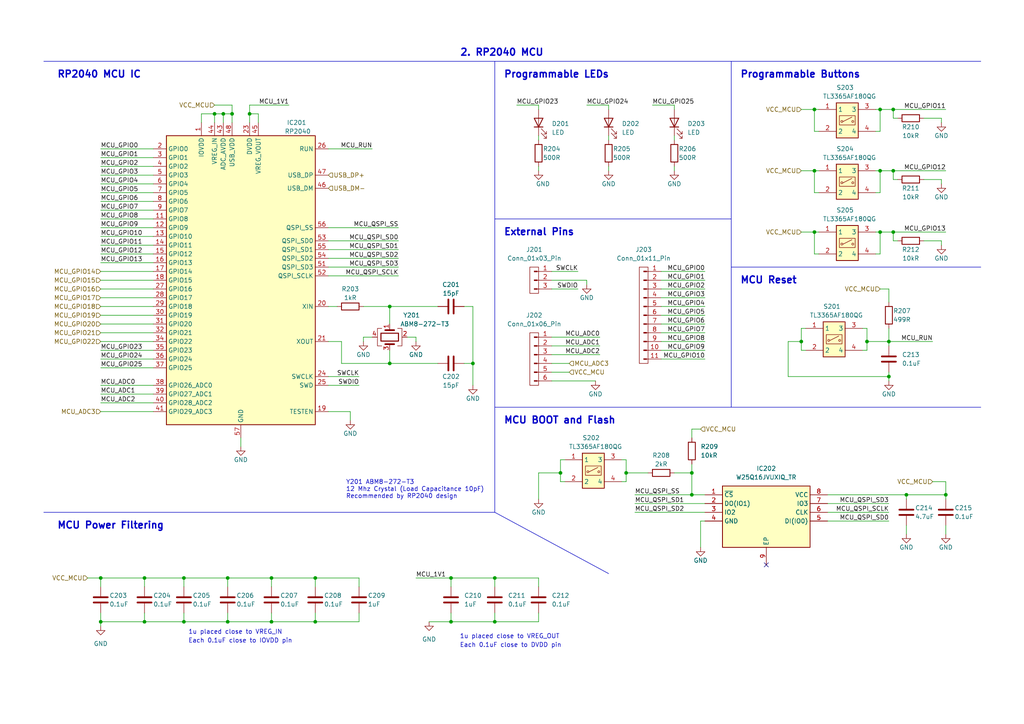
<source format=kicad_sch>
(kicad_sch (version 20230121) (generator eeschema)

  (uuid 960e3f4b-47cb-426c-8761-0be2bf7afbaf)

  (paper "A4")

  (title_block
    (title "Solar Curve Tracer")
    (rev "v1.0")
    (company "Thesis")
    (comment 1 "Author: Jason F J")
    (comment 2 "Matrk No: 3100513")
  )

  (lib_symbols
    (symbol "Connector:Conn_01x03_Pin" (pin_names (offset 1.016) hide) (in_bom yes) (on_board yes)
      (property "Reference" "J1" (at 0.635 7.62 0)
        (effects (font (size 1.27 1.27)))
      )
      (property "Value" "Conn_01x03_Pin" (at 0.635 5.08 0)
        (effects (font (size 1.27 1.27)))
      )
      (property "Footprint" "" (at 0 0 0)
        (effects (font (size 1.27 1.27)) hide)
      )
      (property "Datasheet" "~" (at 0 0 0)
        (effects (font (size 1.27 1.27)) hide)
      )
      (property "ki_locked" "" (at 0 0 0)
        (effects (font (size 1.27 1.27)))
      )
      (property "ki_keywords" "connector" (at 0 0 0)
        (effects (font (size 1.27 1.27)) hide)
      )
      (property "ki_description" "Generic connector, single row, 01x03, script generated" (at 0 0 0)
        (effects (font (size 1.27 1.27)) hide)
      )
      (property "ki_fp_filters" "Connector*:*_1x??_*" (at 0 0 0)
        (effects (font (size 1.27 1.27)) hide)
      )
      (symbol "Conn_01x03_Pin_1_1"
        (rectangle (start -1.27 3.81) (end 1.27 -3.81)
          (stroke (width 0) (type default))
          (fill (type none))
        )
        (polyline
          (pts
            (xy 1.27 -2.54)
            (xy 0.8636 -2.54)
          )
          (stroke (width 0.1524) (type default))
          (fill (type none))
        )
        (polyline
          (pts
            (xy 1.27 0)
            (xy 0.8636 0)
          )
          (stroke (width 0.1524) (type default))
          (fill (type none))
        )
        (polyline
          (pts
            (xy 1.27 2.54)
            (xy 0.8636 2.54)
          )
          (stroke (width 0.1524) (type default))
          (fill (type none))
        )
        (rectangle (start 0.8636 -2.413) (end 0 -2.667)
          (stroke (width 0.1524) (type default))
          (fill (type outline))
        )
        (rectangle (start 0.8636 0.127) (end 0 -0.127)
          (stroke (width 0.1524) (type default))
          (fill (type outline))
        )
        (rectangle (start 0.8636 2.667) (end 0 2.413)
          (stroke (width 0.1524) (type default))
          (fill (type outline))
        )
        (pin passive line (at 5.08 2.54 180) (length 3.81)
          (name "Pin_1" (effects (font (size 1.27 1.27))))
          (number "1" (effects (font (size 1.27 1.27))))
        )
        (pin passive line (at 5.08 0 180) (length 3.81)
          (name "Pin_2" (effects (font (size 1.27 1.27))))
          (number "2" (effects (font (size 1.27 1.27))))
        )
        (pin passive line (at 5.08 -2.54 180) (length 3.81)
          (name "Pin_3" (effects (font (size 1.27 1.27))))
          (number "3" (effects (font (size 1.27 1.27))))
        )
      )
    )
    (symbol "Connector:Conn_01x06_Pin" (pin_names (offset 1.016) hide) (in_bom yes) (on_board yes)
      (property "Reference" "J8" (at 0.635 10.16 0)
        (effects (font (size 1.27 1.27)))
      )
      (property "Value" "Conn_01x06_Pin" (at 0.635 7.62 0)
        (effects (font (size 1.27 1.27)))
      )
      (property "Footprint" "" (at 0 0 0)
        (effects (font (size 1.27 1.27)) hide)
      )
      (property "Datasheet" "~" (at 0 0 0)
        (effects (font (size 1.27 1.27)) hide)
      )
      (property "ki_locked" "" (at 0 0 0)
        (effects (font (size 1.27 1.27)))
      )
      (property "ki_keywords" "connector" (at 0 0 0)
        (effects (font (size 1.27 1.27)) hide)
      )
      (property "ki_description" "Generic connector, single row, 01x06, script generated" (at 0 0 0)
        (effects (font (size 1.27 1.27)) hide)
      )
      (property "ki_fp_filters" "Connector*:*_1x??_*" (at 0 0 0)
        (effects (font (size 1.27 1.27)) hide)
      )
      (symbol "Conn_01x06_Pin_1_1"
        (rectangle (start -1.27 6.35) (end 1.27 -8.89)
          (stroke (width 0) (type default))
          (fill (type none))
        )
        (polyline
          (pts
            (xy 1.27 -7.62)
            (xy 0.8636 -7.62)
          )
          (stroke (width 0.1524) (type default))
          (fill (type none))
        )
        (polyline
          (pts
            (xy 1.27 -5.08)
            (xy 0.8636 -5.08)
          )
          (stroke (width 0.1524) (type default))
          (fill (type none))
        )
        (polyline
          (pts
            (xy 1.27 -2.54)
            (xy 0.8636 -2.54)
          )
          (stroke (width 0.1524) (type default))
          (fill (type none))
        )
        (polyline
          (pts
            (xy 1.27 0)
            (xy 0.8636 0)
          )
          (stroke (width 0.1524) (type default))
          (fill (type none))
        )
        (polyline
          (pts
            (xy 1.27 2.54)
            (xy 0.8636 2.54)
          )
          (stroke (width 0.1524) (type default))
          (fill (type none))
        )
        (polyline
          (pts
            (xy 1.27 5.08)
            (xy 0.8636 5.08)
          )
          (stroke (width 0.1524) (type default))
          (fill (type none))
        )
        (rectangle (start 0.8636 -7.493) (end 0 -7.747)
          (stroke (width 0.1524) (type default))
          (fill (type outline))
        )
        (rectangle (start 0.8636 -4.953) (end 0 -5.207)
          (stroke (width 0.1524) (type default))
          (fill (type outline))
        )
        (rectangle (start 0.8636 -2.413) (end 0 -2.667)
          (stroke (width 0.1524) (type default))
          (fill (type outline))
        )
        (rectangle (start 0.8636 0.127) (end 0 -0.127)
          (stroke (width 0.1524) (type default))
          (fill (type outline))
        )
        (rectangle (start 0.8636 2.667) (end 0 2.413)
          (stroke (width 0.1524) (type default))
          (fill (type outline))
        )
        (rectangle (start 0.8636 5.207) (end 0 4.953)
          (stroke (width 0.1524) (type default))
          (fill (type outline))
        )
        (pin passive line (at 5.08 5.08 180) (length 3.81)
          (name "Pin_1" (effects (font (size 1.27 1.27))))
          (number "1" (effects (font (size 1.27 1.27))))
        )
        (pin passive line (at 5.08 2.54 180) (length 3.81)
          (name "Pin_2" (effects (font (size 1.27 1.27))))
          (number "2" (effects (font (size 1.27 1.27))))
        )
        (pin passive line (at 5.08 0 180) (length 3.81)
          (name "Pin_3" (effects (font (size 1.27 1.27))))
          (number "3" (effects (font (size 1.27 1.27))))
        )
        (pin passive line (at 5.08 -2.54 180) (length 3.81)
          (name "Pin_4" (effects (font (size 1.27 1.27))))
          (number "4" (effects (font (size 1.27 1.27))))
        )
        (pin passive line (at 5.08 -5.08 180) (length 3.81)
          (name "Pin_5" (effects (font (size 1.27 1.27))))
          (number "5" (effects (font (size 1.27 1.27))))
        )
        (pin passive line (at 5.08 -7.62 180) (length 3.81)
          (name "Pin_6" (effects (font (size 1.27 1.27))))
          (number "6" (effects (font (size 1.27 1.27))))
        )
      )
    )
    (symbol "Connector:Conn_01x11_Pin" (pin_names (offset 1.016) hide) (in_bom yes) (on_board yes)
      (property "Reference" "J7" (at 0.635 17.78 0)
        (effects (font (size 1.27 1.27)))
      )
      (property "Value" "Conn_01x11_Pin" (at 0.635 15.24 0)
        (effects (font (size 1.27 1.27)))
      )
      (property "Footprint" "" (at 0 0 0)
        (effects (font (size 1.27 1.27)) hide)
      )
      (property "Datasheet" "~" (at 0 0 0)
        (effects (font (size 1.27 1.27)) hide)
      )
      (property "ki_locked" "" (at 0 0 0)
        (effects (font (size 1.27 1.27)))
      )
      (property "ki_keywords" "connector" (at 0 0 0)
        (effects (font (size 1.27 1.27)) hide)
      )
      (property "ki_description" "Generic connector, single row, 01x11, script generated" (at 0 0 0)
        (effects (font (size 1.27 1.27)) hide)
      )
      (property "ki_fp_filters" "Connector*:*_1x??_*" (at 0 0 0)
        (effects (font (size 1.27 1.27)) hide)
      )
      (symbol "Conn_01x11_Pin_1_1"
        (rectangle (start -1.27 13.97) (end 1.27 -13.97)
          (stroke (width 0) (type default))
          (fill (type none))
        )
        (polyline
          (pts
            (xy 1.27 -12.7)
            (xy 0.8636 -12.7)
          )
          (stroke (width 0.1524) (type default))
          (fill (type none))
        )
        (polyline
          (pts
            (xy 1.27 -10.16)
            (xy 0.8636 -10.16)
          )
          (stroke (width 0.1524) (type default))
          (fill (type none))
        )
        (polyline
          (pts
            (xy 1.27 -7.62)
            (xy 0.8636 -7.62)
          )
          (stroke (width 0.1524) (type default))
          (fill (type none))
        )
        (polyline
          (pts
            (xy 1.27 -5.08)
            (xy 0.8636 -5.08)
          )
          (stroke (width 0.1524) (type default))
          (fill (type none))
        )
        (polyline
          (pts
            (xy 1.27 -2.54)
            (xy 0.8636 -2.54)
          )
          (stroke (width 0.1524) (type default))
          (fill (type none))
        )
        (polyline
          (pts
            (xy 1.27 0)
            (xy 0.8636 0)
          )
          (stroke (width 0.1524) (type default))
          (fill (type none))
        )
        (polyline
          (pts
            (xy 1.27 2.54)
            (xy 0.8636 2.54)
          )
          (stroke (width 0.1524) (type default))
          (fill (type none))
        )
        (polyline
          (pts
            (xy 1.27 5.08)
            (xy 0.8636 5.08)
          )
          (stroke (width 0.1524) (type default))
          (fill (type none))
        )
        (polyline
          (pts
            (xy 1.27 7.62)
            (xy 0.8636 7.62)
          )
          (stroke (width 0.1524) (type default))
          (fill (type none))
        )
        (polyline
          (pts
            (xy 1.27 10.16)
            (xy 0.8636 10.16)
          )
          (stroke (width 0.1524) (type default))
          (fill (type none))
        )
        (polyline
          (pts
            (xy 1.27 12.7)
            (xy 0.8636 12.7)
          )
          (stroke (width 0.1524) (type default))
          (fill (type none))
        )
        (rectangle (start 0.8636 -12.573) (end 0 -12.827)
          (stroke (width 0.1524) (type default))
          (fill (type outline))
        )
        (rectangle (start 0.8636 -10.033) (end 0 -10.287)
          (stroke (width 0.1524) (type default))
          (fill (type outline))
        )
        (rectangle (start 0.8636 -7.493) (end 0 -7.747)
          (stroke (width 0.1524) (type default))
          (fill (type outline))
        )
        (rectangle (start 0.8636 -4.953) (end 0 -5.207)
          (stroke (width 0.1524) (type default))
          (fill (type outline))
        )
        (rectangle (start 0.8636 -2.413) (end 0 -2.667)
          (stroke (width 0.1524) (type default))
          (fill (type outline))
        )
        (rectangle (start 0.8636 0.127) (end 0 -0.127)
          (stroke (width 0.1524) (type default))
          (fill (type outline))
        )
        (rectangle (start 0.8636 2.667) (end 0 2.413)
          (stroke (width 0.1524) (type default))
          (fill (type outline))
        )
        (rectangle (start 0.8636 5.207) (end 0 4.953)
          (stroke (width 0.1524) (type default))
          (fill (type outline))
        )
        (rectangle (start 0.8636 7.747) (end 0 7.493)
          (stroke (width 0.1524) (type default))
          (fill (type outline))
        )
        (rectangle (start 0.8636 10.287) (end 0 10.033)
          (stroke (width 0.1524) (type default))
          (fill (type outline))
        )
        (rectangle (start 0.8636 12.827) (end 0 12.573)
          (stroke (width 0.1524) (type default))
          (fill (type outline))
        )
        (pin passive line (at 5.08 12.7 180) (length 3.81)
          (name "Pin_1" (effects (font (size 1.27 1.27))))
          (number "1" (effects (font (size 1.27 1.27))))
        )
        (pin passive line (at 5.08 -10.16 180) (length 3.81)
          (name "Pin_10" (effects (font (size 1.27 1.27))))
          (number "10" (effects (font (size 1.27 1.27))))
        )
        (pin passive line (at 5.08 -12.7 180) (length 3.81)
          (name "Pin_11" (effects (font (size 1.27 1.27))))
          (number "11" (effects (font (size 1.27 1.27))))
        )
        (pin passive line (at 5.08 10.16 180) (length 3.81)
          (name "Pin_2" (effects (font (size 1.27 1.27))))
          (number "2" (effects (font (size 1.27 1.27))))
        )
        (pin passive line (at 5.08 7.62 180) (length 3.81)
          (name "Pin_3" (effects (font (size 1.27 1.27))))
          (number "3" (effects (font (size 1.27 1.27))))
        )
        (pin passive line (at 5.08 5.08 180) (length 3.81)
          (name "Pin_4" (effects (font (size 1.27 1.27))))
          (number "4" (effects (font (size 1.27 1.27))))
        )
        (pin passive line (at 5.08 2.54 180) (length 3.81)
          (name "Pin_5" (effects (font (size 1.27 1.27))))
          (number "5" (effects (font (size 1.27 1.27))))
        )
        (pin passive line (at 5.08 0 180) (length 3.81)
          (name "Pin_6" (effects (font (size 1.27 1.27))))
          (number "6" (effects (font (size 1.27 1.27))))
        )
        (pin passive line (at 5.08 -2.54 180) (length 3.81)
          (name "Pin_7" (effects (font (size 1.27 1.27))))
          (number "7" (effects (font (size 1.27 1.27))))
        )
        (pin passive line (at 5.08 -5.08 180) (length 3.81)
          (name "Pin_8" (effects (font (size 1.27 1.27))))
          (number "8" (effects (font (size 1.27 1.27))))
        )
        (pin passive line (at 5.08 -7.62 180) (length 3.81)
          (name "Pin_9" (effects (font (size 1.27 1.27))))
          (number "9" (effects (font (size 1.27 1.27))))
        )
      )
    )
    (symbol "Device:C" (pin_numbers hide) (pin_names (offset 0.254)) (in_bom yes) (on_board yes)
      (property "Reference" "C" (at 0.635 2.54 0)
        (effects (font (size 1.27 1.27)) (justify left))
      )
      (property "Value" "C" (at 0.635 -2.54 0)
        (effects (font (size 1.27 1.27)) (justify left))
      )
      (property "Footprint" "" (at 0.9652 -3.81 0)
        (effects (font (size 1.27 1.27)) hide)
      )
      (property "Datasheet" "~" (at 0 0 0)
        (effects (font (size 1.27 1.27)) hide)
      )
      (property "ki_keywords" "cap capacitor" (at 0 0 0)
        (effects (font (size 1.27 1.27)) hide)
      )
      (property "ki_description" "Unpolarized capacitor" (at 0 0 0)
        (effects (font (size 1.27 1.27)) hide)
      )
      (property "ki_fp_filters" "C_*" (at 0 0 0)
        (effects (font (size 1.27 1.27)) hide)
      )
      (symbol "C_0_1"
        (polyline
          (pts
            (xy -2.032 -0.762)
            (xy 2.032 -0.762)
          )
          (stroke (width 0.508) (type default))
          (fill (type none))
        )
        (polyline
          (pts
            (xy -2.032 0.762)
            (xy 2.032 0.762)
          )
          (stroke (width 0.508) (type default))
          (fill (type none))
        )
      )
      (symbol "C_1_1"
        (pin passive line (at 0 3.81 270) (length 2.794)
          (name "~" (effects (font (size 1.27 1.27))))
          (number "1" (effects (font (size 1.27 1.27))))
        )
        (pin passive line (at 0 -3.81 90) (length 2.794)
          (name "~" (effects (font (size 1.27 1.27))))
          (number "2" (effects (font (size 1.27 1.27))))
        )
      )
    )
    (symbol "Device:Crystal_GND24" (pin_names (offset 1.016) hide) (in_bom yes) (on_board yes)
      (property "Reference" "Y" (at 3.175 5.08 0)
        (effects (font (size 1.27 1.27)) (justify left))
      )
      (property "Value" "Crystal_GND24" (at 3.175 3.175 0)
        (effects (font (size 1.27 1.27)) (justify left))
      )
      (property "Footprint" "" (at 0 0 0)
        (effects (font (size 1.27 1.27)) hide)
      )
      (property "Datasheet" "~" (at 0 0 0)
        (effects (font (size 1.27 1.27)) hide)
      )
      (property "ki_keywords" "quartz ceramic resonator oscillator" (at 0 0 0)
        (effects (font (size 1.27 1.27)) hide)
      )
      (property "ki_description" "Four pin crystal, GND on pins 2 and 4" (at 0 0 0)
        (effects (font (size 1.27 1.27)) hide)
      )
      (property "ki_fp_filters" "Crystal*" (at 0 0 0)
        (effects (font (size 1.27 1.27)) hide)
      )
      (symbol "Crystal_GND24_0_1"
        (rectangle (start -1.143 2.54) (end 1.143 -2.54)
          (stroke (width 0.3048) (type default))
          (fill (type none))
        )
        (polyline
          (pts
            (xy -2.54 0)
            (xy -2.032 0)
          )
          (stroke (width 0) (type default))
          (fill (type none))
        )
        (polyline
          (pts
            (xy -2.032 -1.27)
            (xy -2.032 1.27)
          )
          (stroke (width 0.508) (type default))
          (fill (type none))
        )
        (polyline
          (pts
            (xy 0 -3.81)
            (xy 0 -3.556)
          )
          (stroke (width 0) (type default))
          (fill (type none))
        )
        (polyline
          (pts
            (xy 0 3.556)
            (xy 0 3.81)
          )
          (stroke (width 0) (type default))
          (fill (type none))
        )
        (polyline
          (pts
            (xy 2.032 -1.27)
            (xy 2.032 1.27)
          )
          (stroke (width 0.508) (type default))
          (fill (type none))
        )
        (polyline
          (pts
            (xy 2.032 0)
            (xy 2.54 0)
          )
          (stroke (width 0) (type default))
          (fill (type none))
        )
        (polyline
          (pts
            (xy -2.54 -2.286)
            (xy -2.54 -3.556)
            (xy 2.54 -3.556)
            (xy 2.54 -2.286)
          )
          (stroke (width 0) (type default))
          (fill (type none))
        )
        (polyline
          (pts
            (xy -2.54 2.286)
            (xy -2.54 3.556)
            (xy 2.54 3.556)
            (xy 2.54 2.286)
          )
          (stroke (width 0) (type default))
          (fill (type none))
        )
      )
      (symbol "Crystal_GND24_1_1"
        (pin passive line (at -3.81 0 0) (length 1.27)
          (name "1" (effects (font (size 1.27 1.27))))
          (number "1" (effects (font (size 1.27 1.27))))
        )
        (pin passive line (at 0 5.08 270) (length 1.27)
          (name "2" (effects (font (size 1.27 1.27))))
          (number "2" (effects (font (size 1.27 1.27))))
        )
        (pin passive line (at 3.81 0 180) (length 1.27)
          (name "3" (effects (font (size 1.27 1.27))))
          (number "3" (effects (font (size 1.27 1.27))))
        )
        (pin passive line (at 0 -5.08 90) (length 1.27)
          (name "4" (effects (font (size 1.27 1.27))))
          (number "4" (effects (font (size 1.27 1.27))))
        )
      )
    )
    (symbol "Device:LED" (pin_numbers hide) (pin_names (offset 1.016) hide) (in_bom yes) (on_board yes)
      (property "Reference" "D" (at 0 2.54 0)
        (effects (font (size 1.27 1.27)))
      )
      (property "Value" "LED" (at 0 -2.54 0)
        (effects (font (size 1.27 1.27)))
      )
      (property "Footprint" "" (at 0 0 0)
        (effects (font (size 1.27 1.27)) hide)
      )
      (property "Datasheet" "~" (at 0 0 0)
        (effects (font (size 1.27 1.27)) hide)
      )
      (property "ki_keywords" "LED diode" (at 0 0 0)
        (effects (font (size 1.27 1.27)) hide)
      )
      (property "ki_description" "Light emitting diode" (at 0 0 0)
        (effects (font (size 1.27 1.27)) hide)
      )
      (property "ki_fp_filters" "LED* LED_SMD:* LED_THT:*" (at 0 0 0)
        (effects (font (size 1.27 1.27)) hide)
      )
      (symbol "LED_0_1"
        (polyline
          (pts
            (xy -1.27 -1.27)
            (xy -1.27 1.27)
          )
          (stroke (width 0.254) (type default))
          (fill (type none))
        )
        (polyline
          (pts
            (xy -1.27 0)
            (xy 1.27 0)
          )
          (stroke (width 0) (type default))
          (fill (type none))
        )
        (polyline
          (pts
            (xy 1.27 -1.27)
            (xy 1.27 1.27)
            (xy -1.27 0)
            (xy 1.27 -1.27)
          )
          (stroke (width 0.254) (type default))
          (fill (type none))
        )
        (polyline
          (pts
            (xy -3.048 -0.762)
            (xy -4.572 -2.286)
            (xy -3.81 -2.286)
            (xy -4.572 -2.286)
            (xy -4.572 -1.524)
          )
          (stroke (width 0) (type default))
          (fill (type none))
        )
        (polyline
          (pts
            (xy -1.778 -0.762)
            (xy -3.302 -2.286)
            (xy -2.54 -2.286)
            (xy -3.302 -2.286)
            (xy -3.302 -1.524)
          )
          (stroke (width 0) (type default))
          (fill (type none))
        )
      )
      (symbol "LED_1_1"
        (pin passive line (at -3.81 0 0) (length 2.54)
          (name "K" (effects (font (size 1.27 1.27))))
          (number "1" (effects (font (size 1.27 1.27))))
        )
        (pin passive line (at 3.81 0 180) (length 2.54)
          (name "A" (effects (font (size 1.27 1.27))))
          (number "2" (effects (font (size 1.27 1.27))))
        )
      )
    )
    (symbol "Device:R" (pin_numbers hide) (pin_names (offset 0)) (in_bom yes) (on_board yes)
      (property "Reference" "R" (at 2.032 0 90)
        (effects (font (size 1.27 1.27)))
      )
      (property "Value" "R" (at 0 0 90)
        (effects (font (size 1.27 1.27)))
      )
      (property "Footprint" "" (at -1.778 0 90)
        (effects (font (size 1.27 1.27)) hide)
      )
      (property "Datasheet" "~" (at 0 0 0)
        (effects (font (size 1.27 1.27)) hide)
      )
      (property "ki_keywords" "R res resistor" (at 0 0 0)
        (effects (font (size 1.27 1.27)) hide)
      )
      (property "ki_description" "Resistor" (at 0 0 0)
        (effects (font (size 1.27 1.27)) hide)
      )
      (property "ki_fp_filters" "R_*" (at 0 0 0)
        (effects (font (size 1.27 1.27)) hide)
      )
      (symbol "R_0_1"
        (rectangle (start -1.016 -2.54) (end 1.016 2.54)
          (stroke (width 0.254) (type default))
          (fill (type none))
        )
      )
      (symbol "R_1_1"
        (pin passive line (at 0 3.81 270) (length 1.27)
          (name "~" (effects (font (size 1.27 1.27))))
          (number "1" (effects (font (size 1.27 1.27))))
        )
        (pin passive line (at 0 -3.81 90) (length 1.27)
          (name "~" (effects (font (size 1.27 1.27))))
          (number "2" (effects (font (size 1.27 1.27))))
        )
      )
    )
    (symbol "MCU_RaspberryPi:RP2040" (in_bom yes) (on_board yes)
      (property "Reference" "U1" (at 2.1941 -44.45 0)
        (effects (font (size 1.27 1.27)) (justify left))
      )
      (property "Value" "RP2040" (at 2.1941 -46.99 0)
        (effects (font (size 1.27 1.27)) (justify left))
      )
      (property "Footprint" "Package_DFN_QFN:QFN-56-1EP_7x7mm_P0.4mm_EP3.2x3.2mm" (at 0 0 0)
        (effects (font (size 1.27 1.27)) hide)
      )
      (property "Datasheet" "https://datasheets.raspberrypi.com/rp2040/rp2040-datasheet.pdf" (at 0 0 0)
        (effects (font (size 1.27 1.27)) hide)
      )
      (property "ki_keywords" "RP2040 ARM Cortex-M0+ USB" (at 0 0 0)
        (effects (font (size 1.27 1.27)) hide)
      )
      (property "ki_description" "A microcontroller by Raspberry Pi" (at 0 0 0)
        (effects (font (size 1.27 1.27)) hide)
      )
      (property "ki_fp_filters" "QFN*1EP*7x7mm?P0.4mm*" (at 0 0 0)
        (effects (font (size 1.27 1.27)) hide)
      )
      (symbol "RP2040_0_1"
        (rectangle (start -21.59 41.91) (end 21.59 -41.91)
          (stroke (width 0.254) (type default))
          (fill (type background))
        )
      )
      (symbol "RP2040_1_1"
        (pin power_in line (at 11.43 45.72 270) (length 3.81)
          (name "IOVDD" (effects (font (size 1.27 1.27))))
          (number "1" (effects (font (size 1.27 1.27))))
        )
        (pin passive line (at 2.54 45.72 270) (length 3.81) hide
          (name "IOVDD" (effects (font (size 1.27 1.27))))
          (number "10" (effects (font (size 1.27 1.27))))
        )
        (pin bidirectional line (at 25.4 17.78 180) (length 3.81)
          (name "GPIO8" (effects (font (size 1.27 1.27))))
          (number "11" (effects (font (size 1.27 1.27))))
        )
        (pin bidirectional line (at 25.4 15.24 180) (length 3.81)
          (name "GPIO9" (effects (font (size 1.27 1.27))))
          (number "12" (effects (font (size 1.27 1.27))))
        )
        (pin bidirectional line (at 25.4 12.7 180) (length 3.81)
          (name "GPIO10" (effects (font (size 1.27 1.27))))
          (number "13" (effects (font (size 1.27 1.27))))
        )
        (pin bidirectional line (at 25.4 10.16 180) (length 3.81)
          (name "GPIO11" (effects (font (size 1.27 1.27))))
          (number "14" (effects (font (size 1.27 1.27))))
        )
        (pin bidirectional line (at 25.4 7.62 180) (length 3.81)
          (name "GPIO12" (effects (font (size 1.27 1.27))))
          (number "15" (effects (font (size 1.27 1.27))))
        )
        (pin bidirectional line (at 25.4 5.08 180) (length 3.81)
          (name "GPIO13" (effects (font (size 1.27 1.27))))
          (number "16" (effects (font (size 1.27 1.27))))
        )
        (pin bidirectional line (at 25.4 2.54 180) (length 3.81)
          (name "GPIO14" (effects (font (size 1.27 1.27))))
          (number "17" (effects (font (size 1.27 1.27))))
        )
        (pin bidirectional line (at 25.4 0 180) (length 3.81)
          (name "GPIO15" (effects (font (size 1.27 1.27))))
          (number "18" (effects (font (size 1.27 1.27))))
        )
        (pin input line (at -25.4 -38.1 0) (length 3.81)
          (name "TESTEN" (effects (font (size 1.27 1.27))))
          (number "19" (effects (font (size 1.27 1.27))))
        )
        (pin bidirectional line (at 25.4 38.1 180) (length 3.81)
          (name "GPIO0" (effects (font (size 1.27 1.27))))
          (number "2" (effects (font (size 1.27 1.27))))
        )
        (pin input line (at -25.4 -7.62 0) (length 3.81)
          (name "XIN" (effects (font (size 1.27 1.27))))
          (number "20" (effects (font (size 1.27 1.27))))
        )
        (pin passive line (at -25.4 -17.78 0) (length 3.81)
          (name "XOUT" (effects (font (size 1.27 1.27))))
          (number "21" (effects (font (size 1.27 1.27))))
        )
        (pin passive line (at 2.54 45.72 270) (length 3.81) hide
          (name "IOVDD" (effects (font (size 1.27 1.27))))
          (number "22" (effects (font (size 1.27 1.27))))
        )
        (pin power_in line (at -2.54 45.72 270) (length 3.81)
          (name "DVDD" (effects (font (size 1.27 1.27))))
          (number "23" (effects (font (size 1.27 1.27))))
        )
        (pin input line (at -25.4 -27.94 0) (length 3.81)
          (name "SWCLK" (effects (font (size 1.27 1.27))))
          (number "24" (effects (font (size 1.27 1.27))))
        )
        (pin bidirectional line (at -25.4 -30.48 0) (length 3.81)
          (name "SWD" (effects (font (size 1.27 1.27))))
          (number "25" (effects (font (size 1.27 1.27))))
        )
        (pin input line (at -25.4 38.1 0) (length 3.81)
          (name "RUN" (effects (font (size 1.27 1.27))))
          (number "26" (effects (font (size 1.27 1.27))))
        )
        (pin bidirectional line (at 25.4 -2.54 180) (length 3.81)
          (name "GPIO16" (effects (font (size 1.27 1.27))))
          (number "27" (effects (font (size 1.27 1.27))))
        )
        (pin bidirectional line (at 25.4 -5.08 180) (length 3.81)
          (name "GPIO17" (effects (font (size 1.27 1.27))))
          (number "28" (effects (font (size 1.27 1.27))))
        )
        (pin bidirectional line (at 25.4 -7.62 180) (length 3.81)
          (name "GPIO18" (effects (font (size 1.27 1.27))))
          (number "29" (effects (font (size 1.27 1.27))))
        )
        (pin bidirectional line (at 25.4 35.56 180) (length 3.81)
          (name "GPIO1" (effects (font (size 1.27 1.27))))
          (number "3" (effects (font (size 1.27 1.27))))
        )
        (pin bidirectional line (at 25.4 -10.16 180) (length 3.81)
          (name "GPIO19" (effects (font (size 1.27 1.27))))
          (number "30" (effects (font (size 1.27 1.27))))
        )
        (pin bidirectional line (at 25.4 -12.7 180) (length 3.81)
          (name "GPIO20" (effects (font (size 1.27 1.27))))
          (number "31" (effects (font (size 1.27 1.27))))
        )
        (pin bidirectional line (at 25.4 -15.24 180) (length 3.81)
          (name "GPIO21" (effects (font (size 1.27 1.27))))
          (number "32" (effects (font (size 1.27 1.27))))
        )
        (pin passive line (at 2.54 45.72 270) (length 3.81) hide
          (name "IOVDD" (effects (font (size 1.27 1.27))))
          (number "33" (effects (font (size 1.27 1.27))))
        )
        (pin bidirectional line (at 25.4 -17.78 180) (length 3.81)
          (name "GPIO22" (effects (font (size 1.27 1.27))))
          (number "34" (effects (font (size 1.27 1.27))))
        )
        (pin bidirectional line (at 25.4 -20.32 180) (length 3.81)
          (name "GPIO23" (effects (font (size 1.27 1.27))))
          (number "35" (effects (font (size 1.27 1.27))))
        )
        (pin bidirectional line (at 25.4 -22.86 180) (length 3.81)
          (name "GPIO24" (effects (font (size 1.27 1.27))))
          (number "36" (effects (font (size 1.27 1.27))))
        )
        (pin bidirectional line (at 25.4 -25.4 180) (length 3.81)
          (name "GPIO25" (effects (font (size 1.27 1.27))))
          (number "37" (effects (font (size 1.27 1.27))))
        )
        (pin bidirectional line (at 25.4 -30.48 180) (length 3.81)
          (name "GPIO26_ADC0" (effects (font (size 1.27 1.27))))
          (number "38" (effects (font (size 1.27 1.27))))
        )
        (pin bidirectional line (at 25.4 -33.02 180) (length 3.81)
          (name "GPIO27_ADC1" (effects (font (size 1.27 1.27))))
          (number "39" (effects (font (size 1.27 1.27))))
        )
        (pin bidirectional line (at 25.4 33.02 180) (length 3.81)
          (name "GPIO2" (effects (font (size 1.27 1.27))))
          (number "4" (effects (font (size 1.27 1.27))))
        )
        (pin bidirectional line (at 25.4 -35.56 180) (length 3.81)
          (name "GPIO28_ADC2" (effects (font (size 1.27 1.27))))
          (number "40" (effects (font (size 1.27 1.27))))
        )
        (pin bidirectional line (at 25.4 -38.1 180) (length 3.81)
          (name "GPIO29_ADC3" (effects (font (size 1.27 1.27))))
          (number "41" (effects (font (size 1.27 1.27))))
        )
        (pin passive line (at 2.54 45.72 270) (length 3.81) hide
          (name "IOVDD" (effects (font (size 1.27 1.27))))
          (number "42" (effects (font (size 1.27 1.27))))
        )
        (pin power_in line (at 5.08 45.72 270) (length 3.81)
          (name "ADC_AVDD" (effects (font (size 1.27 1.27))))
          (number "43" (effects (font (size 1.27 1.27))))
        )
        (pin power_in line (at 7.62 45.72 270) (length 3.81)
          (name "VREG_IN" (effects (font (size 1.27 1.27))))
          (number "44" (effects (font (size 1.27 1.27))))
        )
        (pin power_out line (at -5.08 45.72 270) (length 3.81)
          (name "VREG_VOUT" (effects (font (size 1.27 1.27))))
          (number "45" (effects (font (size 1.27 1.27))))
        )
        (pin bidirectional line (at -25.4 26.67 0) (length 3.81)
          (name "USB_DM" (effects (font (size 1.27 1.27))))
          (number "46" (effects (font (size 1.27 1.27))))
        )
        (pin bidirectional line (at -25.4 30.48 0) (length 3.81)
          (name "USB_DP" (effects (font (size 1.27 1.27))))
          (number "47" (effects (font (size 1.27 1.27))))
        )
        (pin power_in line (at 2.54 45.72 270) (length 3.81)
          (name "USB_VDD" (effects (font (size 1.27 1.27))))
          (number "48" (effects (font (size 1.27 1.27))))
        )
        (pin passive line (at 2.54 45.72 270) (length 3.81) hide
          (name "IOVDD" (effects (font (size 1.27 1.27))))
          (number "49" (effects (font (size 1.27 1.27))))
        )
        (pin bidirectional line (at 25.4 30.48 180) (length 3.81)
          (name "GPIO3" (effects (font (size 1.27 1.27))))
          (number "5" (effects (font (size 1.27 1.27))))
        )
        (pin passive line (at -2.54 45.72 270) (length 3.81) hide
          (name "DVDD" (effects (font (size 1.27 1.27))))
          (number "50" (effects (font (size 1.27 1.27))))
        )
        (pin bidirectional line (at -25.4 3.81 0) (length 3.81)
          (name "QSPI_SD3" (effects (font (size 1.27 1.27))))
          (number "51" (effects (font (size 1.27 1.27))))
        )
        (pin output line (at -25.4 1.27 0) (length 3.81)
          (name "QSPI_SCLK" (effects (font (size 1.27 1.27))))
          (number "52" (effects (font (size 1.27 1.27))))
        )
        (pin bidirectional line (at -25.4 11.43 0) (length 3.81)
          (name "QSPI_SD0" (effects (font (size 1.27 1.27))))
          (number "53" (effects (font (size 1.27 1.27))))
        )
        (pin bidirectional line (at -25.4 6.35 0) (length 3.81)
          (name "QSPI_SD2" (effects (font (size 1.27 1.27))))
          (number "54" (effects (font (size 1.27 1.27))))
        )
        (pin bidirectional line (at -25.4 8.89 0) (length 3.81)
          (name "QSPI_SD1" (effects (font (size 1.27 1.27))))
          (number "55" (effects (font (size 1.27 1.27))))
        )
        (pin bidirectional line (at -25.4 15.24 0) (length 3.81)
          (name "QSPI_SS" (effects (font (size 1.27 1.27))))
          (number "56" (effects (font (size 1.27 1.27))))
        )
        (pin power_in line (at 0 -45.72 90) (length 3.81)
          (name "GND" (effects (font (size 1.27 1.27))))
          (number "57" (effects (font (size 1.27 1.27))))
        )
        (pin bidirectional line (at 25.4 27.94 180) (length 3.81)
          (name "GPIO4" (effects (font (size 1.27 1.27))))
          (number "6" (effects (font (size 1.27 1.27))))
        )
        (pin bidirectional line (at 25.4 25.4 180) (length 3.81)
          (name "GPIO5" (effects (font (size 1.27 1.27))))
          (number "7" (effects (font (size 1.27 1.27))))
        )
        (pin bidirectional line (at 25.4 22.86 180) (length 3.81)
          (name "GPIO6" (effects (font (size 1.27 1.27))))
          (number "8" (effects (font (size 1.27 1.27))))
        )
        (pin bidirectional line (at 25.4 20.32 180) (length 3.81)
          (name "GPIO7" (effects (font (size 1.27 1.27))))
          (number "9" (effects (font (size 1.27 1.27))))
        )
      )
    )
    (symbol "TL3365AF180QG_1" (in_bom yes) (on_board yes)
      (property "Reference" "S202" (at 7.62 8.89 0)
        (effects (font (size 1.27 1.27)))
      )
      (property "Value" "TL3365AF180QG" (at 8.89 6.35 0)
        (effects (font (size 1.27 1.27)))
      )
      (property "Footprint" "TL3365AF180QG:TL3365AF180QG" (at 16.51 -94.92 0)
        (effects (font (size 1.27 1.27)) (justify left top) hide)
      )
      (property "Datasheet" "https://configured-product-images.s3.amazonaws.com/2D/specs/TL3365AF180QG.pdf" (at 16.51 -194.92 0)
        (effects (font (size 1.27 1.27)) (justify left top) hide)
      )
      (property "Height" "2.5" (at 16.51 -394.92 0)
        (effects (font (size 1.27 1.27)) (justify left top) hide)
      )
      (property "Mouser Part Number" "612-TL3365AF180QG" (at 16.51 -494.92 0)
        (effects (font (size 1.27 1.27)) (justify left top) hide)
      )
      (property "Mouser Price/Stock" "https://www.mouser.co.uk/ProductDetail/E-Switch/TL3365AF180QG?qs=xQzBpF%2FAFTo%252BA4IL7l2Rvw%3D%3D" (at 16.51 -594.92 0)
        (effects (font (size 1.27 1.27)) (justify left top) hide)
      )
      (property "Manufacturer_Name" "E-Switch" (at 16.51 -694.92 0)
        (effects (font (size 1.27 1.27)) (justify left top) hide)
      )
      (property "Manufacturer_Part_Number" "TL3365AF180QG" (at 16.51 -794.92 0)
        (effects (font (size 1.27 1.27)) (justify left top) hide)
      )
      (property "ki_description" "TACT, 50mA 12VDC, SPST-NO Off-(On), Surface Mount Gull Wing" (at 0 0 0)
        (effects (font (size 1.27 1.27)) hide)
      )
      (symbol "TL3365AF180QG_1_0_1"
        (polyline
          (pts
            (xy 7.0612 -0.9398)
            (xy 9.6012 0.3302)
          )
          (stroke (width 0) (type default))
          (fill (type none))
        )
      )
      (symbol "TL3365AF180QG_1_1_1"
        (rectangle (start 5.08 4.445) (end 11.43 -5.715)
          (stroke (width 0.254) (type default))
          (fill (type background))
        )
        (rectangle (start 5.969 0.7366) (end 10.541 -1.9558)
          (stroke (width 0) (type default))
          (fill (type none))
        )
        (circle (center 6.6802 -0.9398) (radius 0.284)
          (stroke (width 0) (type default))
          (fill (type none))
        )
        (circle (center 9.8552 -0.9398) (radius 0.284)
          (stroke (width 0) (type default))
          (fill (type none))
        )
        (pin passive line (at 0 2.54 0) (length 5.08)
          (name "1" (effects (font (size 1.27 1.27))))
          (number "1" (effects (font (size 1.27 1.27))))
        )
        (pin passive line (at 0 -3.81 0) (length 5.08)
          (name "2" (effects (font (size 1.27 1.27))))
          (number "2" (effects (font (size 1.27 1.27))))
        )
        (pin passive line (at 16.51 2.54 180) (length 5.08)
          (name "3" (effects (font (size 1.27 1.27))))
          (number "3" (effects (font (size 1.27 1.27))))
        )
        (pin passive line (at 16.51 -3.81 180) (length 5.08)
          (name "4" (effects (font (size 1.27 1.27))))
          (number "4" (effects (font (size 1.27 1.27))))
        )
      )
    )
    (symbol "W25Q16JVUXIQ_TR:W25Q16JVUXIQ_TR" (in_bom yes) (on_board yes)
      (property "Reference" "IC" (at 31.75 7.62 0)
        (effects (font (size 1.27 1.27)) (justify left top))
      )
      (property "Value" "W25Q16JVUXIQ_TR" (at 31.75 5.08 0)
        (effects (font (size 1.27 1.27)) (justify left top))
      )
      (property "Footprint" "SON50P300X200X60-9N" (at 31.75 -94.92 0)
        (effects (font (size 1.27 1.27)) (justify left top) hide)
      )
      (property "Datasheet" "https://componentsearchengine.com/Datasheets/1/W25Q16JVUXIQ TR.pdf" (at 31.75 -194.92 0)
        (effects (font (size 1.27 1.27)) (justify left top) hide)
      )
      (property "Height" "0.6" (at 31.75 -394.92 0)
        (effects (font (size 1.27 1.27)) (justify left top) hide)
      )
      (property "Mouser Part Number" "454-W25Q16JVUXIQTR" (at 31.75 -494.92 0)
        (effects (font (size 1.27 1.27)) (justify left top) hide)
      )
      (property "Mouser Price/Stock" "https://www.mouser.co.uk/ProductDetail/Winbond/W25Q16JVUXIQ-TR?qs=qSfuJ%252Bfl%2Fd7SDdIHLGOd1g%3D%3D" (at 31.75 -594.92 0)
        (effects (font (size 1.27 1.27)) (justify left top) hide)
      )
      (property "Manufacturer_Name" "Winbond" (at 31.75 -694.92 0)
        (effects (font (size 1.27 1.27)) (justify left top) hide)
      )
      (property "Manufacturer_Part_Number" "W25Q16JVUXIQ TR" (at 31.75 -794.92 0)
        (effects (font (size 1.27 1.27)) (justify left top) hide)
      )
      (property "ki_description" "NOR Flash spiFlash, 3V, 16M-bit, 4Kb Uniform Sector, DTR" (at 0 0 0)
        (effects (font (size 1.27 1.27)) hide)
      )
      (symbol "W25Q16JVUXIQ_TR_1_1"
        (rectangle (start 5.08 2.54) (end 30.48 -15.24)
          (stroke (width 0.254) (type default))
          (fill (type background))
        )
        (pin passive line (at 0 0 0) (length 5.08)
          (name "~{CS}" (effects (font (size 1.27 1.27))))
          (number "1" (effects (font (size 1.27 1.27))))
        )
        (pin passive line (at 0 -2.54 0) (length 5.08)
          (name "DO(IO1)" (effects (font (size 1.27 1.27))))
          (number "2" (effects (font (size 1.27 1.27))))
        )
        (pin passive line (at 0 -5.08 0) (length 5.08)
          (name "IO2" (effects (font (size 1.27 1.27))))
          (number "3" (effects (font (size 1.27 1.27))))
        )
        (pin passive line (at 0 -7.62 0) (length 5.08)
          (name "GND" (effects (font (size 1.27 1.27))))
          (number "4" (effects (font (size 1.27 1.27))))
        )
        (pin passive line (at 35.56 -7.62 180) (length 5.08)
          (name "DI(IO0)" (effects (font (size 1.27 1.27))))
          (number "5" (effects (font (size 1.27 1.27))))
        )
        (pin passive line (at 35.56 -5.08 180) (length 5.08)
          (name "CLK" (effects (font (size 1.27 1.27))))
          (number "6" (effects (font (size 1.27 1.27))))
        )
        (pin passive line (at 35.56 -2.54 180) (length 5.08)
          (name "IO3" (effects (font (size 1.27 1.27))))
          (number "7" (effects (font (size 1.27 1.27))))
        )
        (pin passive line (at 35.56 0 180) (length 5.08)
          (name "VCC" (effects (font (size 1.27 1.27))))
          (number "8" (effects (font (size 1.27 1.27))))
        )
        (pin passive line (at 17.78 -20.32 90) (length 5.08)
          (name "EP" (effects (font (size 1.27 1.27))))
          (number "9" (effects (font (size 1.27 1.27))))
        )
      )
    )
    (symbol "power:GND" (power) (pin_names (offset 0)) (in_bom yes) (on_board yes)
      (property "Reference" "#PWR" (at 0 -6.35 0)
        (effects (font (size 1.27 1.27)) hide)
      )
      (property "Value" "GND" (at 0 -3.81 0)
        (effects (font (size 1.27 1.27)))
      )
      (property "Footprint" "" (at 0 0 0)
        (effects (font (size 1.27 1.27)) hide)
      )
      (property "Datasheet" "" (at 0 0 0)
        (effects (font (size 1.27 1.27)) hide)
      )
      (property "ki_keywords" "global power" (at 0 0 0)
        (effects (font (size 1.27 1.27)) hide)
      )
      (property "ki_description" "Power symbol creates a global label with name \"GND\" , ground" (at 0 0 0)
        (effects (font (size 1.27 1.27)) hide)
      )
      (symbol "GND_0_1"
        (polyline
          (pts
            (xy 0 0)
            (xy 0 -1.27)
            (xy 1.27 -1.27)
            (xy 0 -2.54)
            (xy -1.27 -1.27)
            (xy 0 -1.27)
          )
          (stroke (width 0) (type default))
          (fill (type none))
        )
      )
      (symbol "GND_1_1"
        (pin power_in line (at 0 0 270) (length 0) hide
          (name "GND" (effects (font (size 1.27 1.27))))
          (number "1" (effects (font (size 1.27 1.27))))
        )
      )
    )
  )

  (junction (at 67.31 33.02) (diameter 0) (color 0 0 0 0)
    (uuid 07103408-b7a7-47ef-8682-08ad14787e59)
  )
  (junction (at 274.32 143.51) (diameter 0) (color 0 0 0 0)
    (uuid 1195e788-65a4-4d2e-a3c3-8fbd7e003b1f)
  )
  (junction (at 78.74 180.34) (diameter 0) (color 0 0 0 0)
    (uuid 16daa579-a971-4e53-8af9-e2e5d0d9b864)
  )
  (junction (at 255.27 67.31) (diameter 0) (color 0 0 0 0)
    (uuid 1ff31e97-ff84-473a-b9b2-784e2dfd86c6)
  )
  (junction (at 91.44 167.64) (diameter 0) (color 0 0 0 0)
    (uuid 23f0c0fb-23da-4fc5-9add-e7bb7bd1411c)
  )
  (junction (at 78.74 167.64) (diameter 0) (color 0 0 0 0)
    (uuid 25b73ad6-7aef-4cbc-a60b-2ad006f5f4a2)
  )
  (junction (at 181.61 137.16) (diameter 0) (color 0 0 0 0)
    (uuid 27f5852d-f9f6-4319-b3f7-9c1039333497)
  )
  (junction (at 232.41 99.06) (diameter 0) (color 0 0 0 0)
    (uuid 2f891555-9e68-4627-ae3f-de1a4154090c)
  )
  (junction (at 255.27 31.75) (diameter 0) (color 0 0 0 0)
    (uuid 3cb6650e-6024-4d7f-992c-d2ea84a508aa)
  )
  (junction (at 236.22 49.53) (diameter 0) (color 0 0 0 0)
    (uuid 3df55748-2b31-4e34-957e-1cacb347091c)
  )
  (junction (at 64.77 33.02) (diameter 0) (color 0 0 0 0)
    (uuid 46eb823d-68c4-46c4-ad52-980324029afd)
  )
  (junction (at 236.22 67.31) (diameter 0) (color 0 0 0 0)
    (uuid 4aa90664-beb1-4ee2-a4c3-e97f409bfba7)
  )
  (junction (at 162.56 137.16) (diameter 0) (color 0 0 0 0)
    (uuid 4b2d25e0-7076-46c3-974f-bbec4dea9211)
  )
  (junction (at 255.27 49.53) (diameter 0) (color 0 0 0 0)
    (uuid 4fcfcb2e-752f-42d1-81e2-9238c959f74c)
  )
  (junction (at 130.81 180.34) (diameter 0) (color 0 0 0 0)
    (uuid 5d7cc65f-24a9-421c-bc1d-c5b3b2055452)
  )
  (junction (at 236.22 31.75) (diameter 0) (color 0 0 0 0)
    (uuid 64fbb7f6-e2a6-4e4f-a487-e8c5ff6a6704)
  )
  (junction (at 29.21 167.64) (diameter 0) (color 0 0 0 0)
    (uuid 6f75780d-2ca8-411e-abe0-722f6c4ef82e)
  )
  (junction (at 259.08 49.53) (diameter 0) (color 0 0 0 0)
    (uuid 7d0a69d5-df67-4234-a23f-f846b4b779ab)
  )
  (junction (at 262.89 143.51) (diameter 0) (color 0 0 0 0)
    (uuid 8c74332c-b5f6-460c-a97d-00d954ce1729)
  )
  (junction (at 259.08 67.31) (diameter 0) (color 0 0 0 0)
    (uuid 948930d4-1512-4de5-a567-9dfd2a91b862)
  )
  (junction (at 41.91 180.34) (diameter 0) (color 0 0 0 0)
    (uuid 9a72e5ce-0320-4830-a929-b3a9d34a70a2)
  )
  (junction (at 200.66 137.16) (diameter 0) (color 0 0 0 0)
    (uuid 9b441c9c-4337-4c85-b94c-82b738611558)
  )
  (junction (at 66.04 167.64) (diameter 0) (color 0 0 0 0)
    (uuid a24b66f5-5a60-43a6-810e-8fd26bbfc813)
  )
  (junction (at 143.51 180.34) (diameter 0) (color 0 0 0 0)
    (uuid a38b5e56-0df5-4b60-905e-6ce4d0a13ad4)
  )
  (junction (at 200.66 143.51) (diameter 0) (color 0 0 0 0)
    (uuid a820dde7-2829-4873-ae97-96abff6c53ad)
  )
  (junction (at 257.81 109.22) (diameter 0) (color 0 0 0 0)
    (uuid acfeb6c5-b912-4154-b8b9-c5ec2d202aae)
  )
  (junction (at 91.44 180.34) (diameter 0) (color 0 0 0 0)
    (uuid afe1f49b-f806-4352-bb12-789f2e9d2dd6)
  )
  (junction (at 137.16 105.41) (diameter 0) (color 0 0 0 0)
    (uuid c1d5f005-9774-4423-b844-b0afbf2e85fd)
  )
  (junction (at 29.21 180.34) (diameter 0) (color 0 0 0 0)
    (uuid c2737d51-9324-4f82-95b6-dca55ec1ff68)
  )
  (junction (at 251.46 99.06) (diameter 0) (color 0 0 0 0)
    (uuid cf5a526f-6033-4d69-a9fd-27974e1fbc7d)
  )
  (junction (at 113.03 88.9) (diameter 0) (color 0 0 0 0)
    (uuid cf6753a8-b69f-416f-a640-674671fa76aa)
  )
  (junction (at 259.08 31.75) (diameter 0) (color 0 0 0 0)
    (uuid d26f0299-d4ee-4765-a2b9-174b34e80479)
  )
  (junction (at 41.91 167.64) (diameter 0) (color 0 0 0 0)
    (uuid d3c6b288-98ad-45ec-a441-70eab066b18a)
  )
  (junction (at 53.34 167.64) (diameter 0) (color 0 0 0 0)
    (uuid df38f131-c965-4d73-977f-4e51d4140e24)
  )
  (junction (at 62.23 33.02) (diameter 0) (color 0 0 0 0)
    (uuid e6e50d81-7ce0-4169-96aa-c455e14a3299)
  )
  (junction (at 257.81 99.06) (diameter 0) (color 0 0 0 0)
    (uuid e7488d83-e147-425f-acee-de5e61aace3f)
  )
  (junction (at 143.51 167.64) (diameter 0) (color 0 0 0 0)
    (uuid eaabfd72-02f5-4285-8d70-2a17e4170164)
  )
  (junction (at 53.34 180.34) (diameter 0) (color 0 0 0 0)
    (uuid ebf71feb-70a8-44f6-a775-92e482f62412)
  )
  (junction (at 72.39 33.02) (diameter 0) (color 0 0 0 0)
    (uuid ecce5ede-2d22-483b-b045-7388cba700a9)
  )
  (junction (at 66.04 180.34) (diameter 0) (color 0 0 0 0)
    (uuid ef276c93-cfe7-4bea-901c-adc7d3ab1cb9)
  )
  (junction (at 130.81 167.64) (diameter 0) (color 0 0 0 0)
    (uuid f802b697-f321-4370-a1f8-0123d8a6530a)
  )
  (junction (at 113.03 105.41) (diameter 0) (color 0 0 0 0)
    (uuid f9a8c208-7ae4-4b26-810d-7e2f6e212390)
  )

  (no_connect (at 222.25 163.83) (uuid 7dda5c2c-c4d2-4db3-8d8e-f9eb6bfdd7c4))

  (wire (pts (xy 29.21 58.42) (xy 44.45 58.42))
    (stroke (width 0) (type default))
    (uuid 00563626-8c00-4ccc-a01f-349508e9423f)
  )
  (wire (pts (xy 233.68 95.25) (xy 232.41 95.25))
    (stroke (width 0) (type default))
    (uuid 00974f58-1818-458f-b459-8654c5d09f82)
  )
  (wire (pts (xy 105.41 97.79) (xy 105.41 99.06))
    (stroke (width 0) (type default))
    (uuid 00c68221-8ce8-4a60-9b3c-65b800a8ff24)
  )
  (wire (pts (xy 78.74 170.18) (xy 78.74 167.64))
    (stroke (width 0) (type default))
    (uuid 0129f88d-443b-4db6-a308-e544e33e02a6)
  )
  (wire (pts (xy 232.41 95.25) (xy 232.41 99.06))
    (stroke (width 0) (type default))
    (uuid 01bd16d0-37de-4998-b3bf-c297c78defa8)
  )
  (wire (pts (xy 195.58 30.48) (xy 195.58 31.75))
    (stroke (width 0) (type default))
    (uuid 02288e47-7cae-4002-87bf-6f116535f6d7)
  )
  (wire (pts (xy 162.56 133.35) (xy 162.56 137.16))
    (stroke (width 0) (type default))
    (uuid 0262af89-2b0e-4707-925d-bf25d37fbb7a)
  )
  (wire (pts (xy 66.04 177.8) (xy 66.04 180.34))
    (stroke (width 0) (type default))
    (uuid 02fe4f91-3816-4ce2-8e29-ce501306cc2f)
  )
  (wire (pts (xy 163.83 133.35) (xy 162.56 133.35))
    (stroke (width 0) (type default))
    (uuid 04c5ca5f-9be5-4212-9407-14c418d5ae76)
  )
  (wire (pts (xy 95.25 66.04) (xy 115.57 66.04))
    (stroke (width 0) (type default))
    (uuid 07ad95b2-da72-4e3b-9e05-a9e0703a37a2)
  )
  (wire (pts (xy 62.23 35.56) (xy 62.23 33.02))
    (stroke (width 0) (type default))
    (uuid 087cee3d-de44-4ae9-8c68-bb801a3b0c4e)
  )
  (wire (pts (xy 200.66 137.16) (xy 200.66 143.51))
    (stroke (width 0) (type default))
    (uuid 08d93906-4150-4732-92c4-05c69a0ba332)
  )
  (wire (pts (xy 25.4 167.64) (xy 29.21 167.64))
    (stroke (width 0) (type default))
    (uuid 08eafbd0-491a-4918-bc63-954ade5369ca)
  )
  (wire (pts (xy 273.05 69.85) (xy 267.97 69.85))
    (stroke (width 0) (type default))
    (uuid 0b8a1714-6dfb-4219-8a09-ecd0605ba10e)
  )
  (wire (pts (xy 64.77 33.02) (xy 62.23 33.02))
    (stroke (width 0) (type default))
    (uuid 0bd9cb69-80b2-4e56-b402-83f0234c191e)
  )
  (wire (pts (xy 29.21 116.84) (xy 44.45 116.84))
    (stroke (width 0) (type default))
    (uuid 0c29c7ec-5bd3-4b94-b4dd-da0906912fa8)
  )
  (wire (pts (xy 29.21 106.68) (xy 44.45 106.68))
    (stroke (width 0) (type default))
    (uuid 0c455554-56b5-48e3-b041-b8666bbbe082)
  )
  (wire (pts (xy 259.08 49.53) (xy 259.08 52.07))
    (stroke (width 0) (type default))
    (uuid 0dab77cd-b602-4634-82e1-bfe31a75f236)
  )
  (wire (pts (xy 254 31.75) (xy 255.27 31.75))
    (stroke (width 0) (type default))
    (uuid 0de2ebae-ef5b-4891-88e5-178b90035198)
  )
  (wire (pts (xy 270.51 139.7) (xy 274.32 139.7))
    (stroke (width 0) (type default))
    (uuid 0e258ffa-e3bf-4219-9ce9-720b9c5967e1)
  )
  (wire (pts (xy 69.85 127) (xy 69.85 129.54))
    (stroke (width 0) (type default))
    (uuid 111eeb83-ebea-4c4c-8354-8d22802bdabe)
  )
  (wire (pts (xy 240.03 151.13) (xy 257.81 151.13))
    (stroke (width 0) (type default))
    (uuid 11ddc416-5713-4fb6-b0a7-5e2dfda29bb5)
  )
  (wire (pts (xy 257.81 107.95) (xy 257.81 109.22))
    (stroke (width 0) (type default))
    (uuid 12581a4c-dda9-4841-80b5-7d6a834e3c89)
  )
  (wire (pts (xy 62.23 33.02) (xy 58.42 33.02))
    (stroke (width 0) (type default))
    (uuid 12d037dd-b425-4dc1-803c-aab82f9829d5)
  )
  (wire (pts (xy 137.16 105.41) (xy 137.16 111.76))
    (stroke (width 0) (type default))
    (uuid 13eff3da-79c6-420d-8742-96163866639b)
  )
  (wire (pts (xy 29.21 48.26) (xy 44.45 48.26))
    (stroke (width 0) (type default))
    (uuid 15011cbc-40be-4748-be3a-578d5a2a4b04)
  )
  (wire (pts (xy 107.95 97.79) (xy 105.41 97.79))
    (stroke (width 0) (type default))
    (uuid 1543d5de-c954-481f-a2c3-21f363d8939c)
  )
  (wire (pts (xy 104.14 177.8) (xy 104.14 180.34))
    (stroke (width 0) (type default))
    (uuid 16bd7987-e7a7-451e-89b1-64d6790752e6)
  )
  (wire (pts (xy 251.46 99.06) (xy 251.46 95.25))
    (stroke (width 0) (type default))
    (uuid 16d40687-47ec-43f4-a29d-4c0cf7b11007)
  )
  (wire (pts (xy 255.27 38.1) (xy 255.27 31.75))
    (stroke (width 0) (type default))
    (uuid 18c7cd39-4e57-410f-b274-5173085ac74f)
  )
  (wire (pts (xy 254 67.31) (xy 255.27 67.31))
    (stroke (width 0) (type default))
    (uuid 1975dbdb-f202-420a-895e-a510f01e2f63)
  )
  (wire (pts (xy 95.25 43.18) (xy 107.95 43.18))
    (stroke (width 0) (type default))
    (uuid 1ac38b8d-b0b0-413d-9f4d-90631e2422f6)
  )
  (wire (pts (xy 29.21 76.2) (xy 44.45 76.2))
    (stroke (width 0) (type default))
    (uuid 1b4572d6-c3d5-4350-ae24-512e08e99364)
  )
  (wire (pts (xy 191.77 96.52) (xy 204.47 96.52))
    (stroke (width 0) (type default))
    (uuid 1d1ff39a-293b-4d13-bffd-71cd90c624dd)
  )
  (wire (pts (xy 113.03 101.6) (xy 113.03 105.41))
    (stroke (width 0) (type default))
    (uuid 1dbb7bd6-53c0-4fec-8657-d7f7e612ce43)
  )
  (wire (pts (xy 233.68 101.6) (xy 232.41 101.6))
    (stroke (width 0) (type default))
    (uuid 1f04c9c6-49a9-4c24-b048-250f274f88b3)
  )
  (wire (pts (xy 156.21 137.16) (xy 162.56 137.16))
    (stroke (width 0) (type default))
    (uuid 1f89cc92-975d-4eb4-a476-ba6ea9496129)
  )
  (wire (pts (xy 101.6 119.38) (xy 101.6 121.92))
    (stroke (width 0) (type default))
    (uuid 1fda4d1d-fcd9-4b12-be5e-58664c76713f)
  )
  (wire (pts (xy 29.21 53.34) (xy 44.45 53.34))
    (stroke (width 0) (type default))
    (uuid 2071553d-04e4-4077-a7f4-2d2f16c4ab5d)
  )
  (wire (pts (xy 170.18 81.28) (xy 170.18 82.55))
    (stroke (width 0) (type default))
    (uuid 20b2de5d-a8f1-42df-812d-b5da91c6a082)
  )
  (wire (pts (xy 232.41 31.75) (xy 236.22 31.75))
    (stroke (width 0) (type default))
    (uuid 20db5005-16dc-4824-a2c6-f652dea658a5)
  )
  (wire (pts (xy 273.05 71.12) (xy 273.05 69.85))
    (stroke (width 0) (type default))
    (uuid 21ea0246-f955-4594-aa14-feaf14505a7e)
  )
  (wire (pts (xy 66.04 167.64) (xy 78.74 167.64))
    (stroke (width 0) (type default))
    (uuid 21fc3c5d-ec13-4bd6-addb-cc68e122316f)
  )
  (wire (pts (xy 173.99 97.79) (xy 160.02 97.79))
    (stroke (width 0) (type default))
    (uuid 22f5ad48-b000-437b-b493-e43889a1e957)
  )
  (wire (pts (xy 29.21 119.38) (xy 44.45 119.38))
    (stroke (width 0) (type default))
    (uuid 24129bf5-720e-40e8-9874-0bab9a6ce13a)
  )
  (wire (pts (xy 72.39 33.02) (xy 72.39 35.56))
    (stroke (width 0) (type default))
    (uuid 250e73b6-09aa-4dea-8bdf-dda852e86f0f)
  )
  (wire (pts (xy 29.21 45.72) (xy 44.45 45.72))
    (stroke (width 0) (type default))
    (uuid 2a59d66e-137a-4ffd-8d5e-92b385f13485)
  )
  (wire (pts (xy 254 49.53) (xy 255.27 49.53))
    (stroke (width 0) (type default))
    (uuid 2b8fd19a-d7b0-48bb-954c-c35297694671)
  )
  (polyline (pts (xy 143.51 148.59) (xy 176.53 166.37))
    (stroke (width 0) (type default))
    (uuid 2c4332d3-c28f-4de5-b86f-8d4a51cfdd58)
  )

  (wire (pts (xy 156.21 30.48) (xy 156.21 31.75))
    (stroke (width 0) (type default))
    (uuid 2cc3be1c-f793-42be-920e-329450ade4ff)
  )
  (wire (pts (xy 137.16 88.9) (xy 137.16 105.41))
    (stroke (width 0) (type default))
    (uuid 2d853bd4-437a-40ff-9792-614bf111035e)
  )
  (wire (pts (xy 200.66 124.46) (xy 200.66 127))
    (stroke (width 0) (type default))
    (uuid 2e731809-7863-4c48-a985-64267b005fb5)
  )
  (wire (pts (xy 228.6 99.06) (xy 232.41 99.06))
    (stroke (width 0) (type default))
    (uuid 2f025d69-e6a5-40ef-b89e-fde96f3e7b7a)
  )
  (wire (pts (xy 191.77 78.74) (xy 204.47 78.74))
    (stroke (width 0) (type default))
    (uuid 305271c1-2970-4c84-b665-601d00b109a4)
  )
  (wire (pts (xy 29.21 96.52) (xy 44.45 96.52))
    (stroke (width 0) (type default))
    (uuid 313a0a8f-62c7-4d1a-bffb-6b0ef85ae39a)
  )
  (wire (pts (xy 200.66 143.51) (xy 204.47 143.51))
    (stroke (width 0) (type default))
    (uuid 31aa9692-416b-4fb7-b677-47b75aed9267)
  )
  (wire (pts (xy 200.66 134.62) (xy 200.66 137.16))
    (stroke (width 0) (type default))
    (uuid 31ae809b-7be2-490f-a8d2-32d54db34a09)
  )
  (wire (pts (xy 195.58 137.16) (xy 200.66 137.16))
    (stroke (width 0) (type default))
    (uuid 32e1d147-71b7-45ff-b3ab-b081660302d2)
  )
  (wire (pts (xy 29.21 60.96) (xy 44.45 60.96))
    (stroke (width 0) (type default))
    (uuid 32ed4b64-94a0-4b16-a7d0-54e41d30a770)
  )
  (wire (pts (xy 53.34 167.64) (xy 66.04 167.64))
    (stroke (width 0) (type default))
    (uuid 33b9a81f-8694-4a5f-8c31-98674760badc)
  )
  (wire (pts (xy 156.21 170.18) (xy 156.21 167.64))
    (stroke (width 0) (type default))
    (uuid 369c4b41-5bec-4674-9f3b-1ad334a7063b)
  )
  (wire (pts (xy 66.04 180.34) (xy 53.34 180.34))
    (stroke (width 0) (type default))
    (uuid 38ab4ae8-2b57-4447-8790-e29640fa3d0b)
  )
  (wire (pts (xy 259.08 49.53) (xy 274.32 49.53))
    (stroke (width 0) (type default))
    (uuid 3a9d013c-98fb-4e52-9cc3-8eebc3abf0e3)
  )
  (wire (pts (xy 29.21 55.88) (xy 44.45 55.88))
    (stroke (width 0) (type default))
    (uuid 3b1bfe76-470c-45ae-b1e8-9f79b325ebb4)
  )
  (wire (pts (xy 74.93 33.02) (xy 72.39 33.02))
    (stroke (width 0) (type default))
    (uuid 3e730b09-c373-4084-b6ba-1730664a4e8f)
  )
  (wire (pts (xy 29.21 66.04) (xy 44.45 66.04))
    (stroke (width 0) (type default))
    (uuid 3ed444db-6da1-490e-9a91-e0d80b5edd7f)
  )
  (wire (pts (xy 274.32 143.51) (xy 274.32 144.78))
    (stroke (width 0) (type default))
    (uuid 42530bd4-8558-4a0b-bdd0-effd43ddd656)
  )
  (wire (pts (xy 143.51 170.18) (xy 143.51 167.64))
    (stroke (width 0) (type default))
    (uuid 42af634f-7de2-498c-8778-9b0c86822449)
  )
  (wire (pts (xy 255.27 31.75) (xy 259.08 31.75))
    (stroke (width 0) (type default))
    (uuid 444bcbf2-ff5d-422e-b2a2-9120d7285189)
  )
  (wire (pts (xy 91.44 180.34) (xy 78.74 180.34))
    (stroke (width 0) (type default))
    (uuid 47c52d76-a235-48c1-83c1-43ccb0f2f436)
  )
  (wire (pts (xy 120.65 97.79) (xy 118.11 97.79))
    (stroke (width 0) (type default))
    (uuid 491276c7-bd35-4aaf-a256-689c7f39d305)
  )
  (wire (pts (xy 134.62 105.41) (xy 137.16 105.41))
    (stroke (width 0) (type default))
    (uuid 49a62c0c-70ca-4dc9-816d-ad1ad089887c)
  )
  (wire (pts (xy 273.05 53.34) (xy 273.05 52.07))
    (stroke (width 0) (type default))
    (uuid 4bcf0a97-1373-41f8-b998-b6bf7f02dc7b)
  )
  (wire (pts (xy 78.74 177.8) (xy 78.74 180.34))
    (stroke (width 0) (type default))
    (uuid 4d221ed9-042c-4c58-a583-d882c941b142)
  )
  (wire (pts (xy 66.04 180.34) (xy 78.74 180.34))
    (stroke (width 0) (type default))
    (uuid 4da764a4-9fc1-43d0-a217-d06d3f1aa22a)
  )
  (wire (pts (xy 191.77 91.44) (xy 204.47 91.44))
    (stroke (width 0) (type default))
    (uuid 4f553c0c-cb9f-4724-bbc6-5964fca54de6)
  )
  (wire (pts (xy 95.25 111.76) (xy 104.14 111.76))
    (stroke (width 0) (type default))
    (uuid 512e8a8c-eaa6-4824-8506-f5ed69072314)
  )
  (wire (pts (xy 105.41 88.9) (xy 113.03 88.9))
    (stroke (width 0) (type default))
    (uuid 51eb9595-587e-470a-8e79-9fb003aa6cd7)
  )
  (wire (pts (xy 29.21 71.12) (xy 44.45 71.12))
    (stroke (width 0) (type default))
    (uuid 51fe68f6-d392-4f89-b36e-c0d2bb6c4d77)
  )
  (polyline (pts (xy 12.7 148.59) (xy 143.51 148.59))
    (stroke (width 0) (type default))
    (uuid 54a91e99-3ed1-4e8f-bfec-8ff299a4bc4d)
  )

  (wire (pts (xy 95.25 119.38) (xy 101.6 119.38))
    (stroke (width 0) (type default))
    (uuid 55c53a62-cc6d-4576-975c-5e9ee566cbc0)
  )
  (polyline (pts (xy 212.09 118.11) (xy 284.48 118.11))
    (stroke (width 0) (type default))
    (uuid 56bfadff-c8cd-4141-b29e-44b68ce9480d)
  )

  (wire (pts (xy 160.02 102.87) (xy 173.99 102.87))
    (stroke (width 0) (type default))
    (uuid 587662dc-d772-45dc-a492-ab1dee47ba6c)
  )
  (wire (pts (xy 156.21 144.78) (xy 156.21 137.16))
    (stroke (width 0) (type default))
    (uuid 59b01b81-7a22-486a-896a-1cfb8e0ee074)
  )
  (wire (pts (xy 262.89 143.51) (xy 262.89 144.78))
    (stroke (width 0) (type default))
    (uuid 5b5de01c-f3ef-4deb-8fed-676374b5b306)
  )
  (wire (pts (xy 228.6 109.22) (xy 228.6 99.06))
    (stroke (width 0) (type default))
    (uuid 5bc9f16a-91e2-460a-b895-dee76a364ffb)
  )
  (wire (pts (xy 29.21 111.76) (xy 44.45 111.76))
    (stroke (width 0) (type default))
    (uuid 5bd5170a-f8d2-409e-8f80-261ea7a00504)
  )
  (wire (pts (xy 259.08 31.75) (xy 274.32 31.75))
    (stroke (width 0) (type default))
    (uuid 5be71a23-3f63-49cd-8aa8-38e2ab1fc681)
  )
  (wire (pts (xy 237.49 73.66) (xy 236.22 73.66))
    (stroke (width 0) (type default))
    (uuid 5ca98be4-300a-4c1f-b509-0a00c10d214a)
  )
  (wire (pts (xy 195.58 48.26) (xy 195.58 49.53))
    (stroke (width 0) (type default))
    (uuid 5cff333c-353e-4b20-acb6-61a2b1602097)
  )
  (wire (pts (xy 257.81 99.06) (xy 270.51 99.06))
    (stroke (width 0) (type default))
    (uuid 5e00b4a6-0e9c-47cb-b577-e3ad23a3b227)
  )
  (polyline (pts (xy 212.09 77.47) (xy 212.09 118.11))
    (stroke (width 0) (type default))
    (uuid 5f7d28db-2f26-4268-9c11-b8753fbc35ff)
  )

  (wire (pts (xy 29.21 73.66) (xy 44.45 73.66))
    (stroke (width 0) (type default))
    (uuid 63fcb647-4f84-4e85-bb40-9854655c9ebc)
  )
  (wire (pts (xy 29.21 68.58) (xy 44.45 68.58))
    (stroke (width 0) (type default))
    (uuid 64bc5336-1a6d-419b-98a2-9e710e395ed4)
  )
  (wire (pts (xy 181.61 133.35) (xy 181.61 137.16))
    (stroke (width 0) (type default))
    (uuid 64df62c0-2ee1-4395-832f-4da62d94f635)
  )
  (wire (pts (xy 181.61 139.7) (xy 181.61 137.16))
    (stroke (width 0) (type default))
    (uuid 658cff0f-e047-41a1-8452-a3b09a6d5e46)
  )
  (wire (pts (xy 237.49 38.1) (xy 236.22 38.1))
    (stroke (width 0) (type default))
    (uuid 665ef34c-29c0-431d-839f-f127b63ef42f)
  )
  (wire (pts (xy 95.25 72.39) (xy 115.57 72.39))
    (stroke (width 0) (type default))
    (uuid 66b8f75e-0552-4356-8e6f-9174686c89d9)
  )
  (wire (pts (xy 274.32 143.51) (xy 262.89 143.51))
    (stroke (width 0) (type default))
    (uuid 6705aa92-27e1-409a-b342-82e44fb08d77)
  )
  (wire (pts (xy 29.21 78.74) (xy 44.45 78.74))
    (stroke (width 0) (type default))
    (uuid 67cd7812-1e27-4375-89f0-4769b3617a3e)
  )
  (wire (pts (xy 184.15 148.59) (xy 204.47 148.59))
    (stroke (width 0) (type default))
    (uuid 68fad9f5-c7de-4fd1-8dce-6578b00d9bc9)
  )
  (wire (pts (xy 91.44 177.8) (xy 91.44 180.34))
    (stroke (width 0) (type default))
    (uuid 696b5c1e-3881-4fe7-8275-92ba33e29fcd)
  )
  (wire (pts (xy 29.21 43.18) (xy 44.45 43.18))
    (stroke (width 0) (type default))
    (uuid 69df2d0c-ded1-48a0-8674-432fd2b9955b)
  )
  (wire (pts (xy 113.03 105.41) (xy 127 105.41))
    (stroke (width 0) (type default))
    (uuid 6a2651f5-a781-4caf-b55d-04c53b2285ac)
  )
  (wire (pts (xy 143.51 167.64) (xy 156.21 167.64))
    (stroke (width 0) (type default))
    (uuid 6a5d479a-06c8-4451-a68b-c40fcd8ed964)
  )
  (wire (pts (xy 67.31 35.56) (xy 67.31 33.02))
    (stroke (width 0) (type default))
    (uuid 6bfdafee-b636-489b-aada-3a56d0cc43e5)
  )
  (wire (pts (xy 143.51 180.34) (xy 156.21 180.34))
    (stroke (width 0) (type default))
    (uuid 6cd705cf-ec82-40d3-bf53-05c045c4e883)
  )
  (wire (pts (xy 156.21 180.34) (xy 156.21 177.8))
    (stroke (width 0) (type default))
    (uuid 70151a5d-7a94-4064-95f8-2d8073436ddb)
  )
  (wire (pts (xy 29.21 167.64) (xy 41.91 167.64))
    (stroke (width 0) (type default))
    (uuid 704ba3ee-7adc-4ed6-a2b3-cda474dd826c)
  )
  (wire (pts (xy 29.21 101.6) (xy 44.45 101.6))
    (stroke (width 0) (type default))
    (uuid 71167dcd-3438-43cb-a1aa-5922086bf3f9)
  )
  (wire (pts (xy 232.41 67.31) (xy 236.22 67.31))
    (stroke (width 0) (type default))
    (uuid 712e0450-c6cb-423e-9df7-cf287d383863)
  )
  (wire (pts (xy 254 55.88) (xy 255.27 55.88))
    (stroke (width 0) (type default))
    (uuid 715e5698-a228-4155-a2a8-0fe583bc919c)
  )
  (wire (pts (xy 143.51 167.64) (xy 130.81 167.64))
    (stroke (width 0) (type default))
    (uuid 71f3ef30-b241-4ea8-81e1-8250407c5d4e)
  )
  (wire (pts (xy 236.22 67.31) (xy 237.49 67.31))
    (stroke (width 0) (type default))
    (uuid 7500e301-1ec5-4448-966c-cbb62d761bd6)
  )
  (wire (pts (xy 104.14 180.34) (xy 91.44 180.34))
    (stroke (width 0) (type default))
    (uuid 7518be65-129e-4c35-ae58-0ca8a7a5ab31)
  )
  (wire (pts (xy 251.46 95.25) (xy 250.19 95.25))
    (stroke (width 0) (type default))
    (uuid 7722b15e-dfee-4e53-b69c-613b92e6e35c)
  )
  (wire (pts (xy 95.25 74.93) (xy 115.57 74.93))
    (stroke (width 0) (type default))
    (uuid 77f106b6-8329-4c9f-ae21-e34c034984ca)
  )
  (wire (pts (xy 62.23 30.48) (xy 67.31 30.48))
    (stroke (width 0) (type default))
    (uuid 7c04f560-baa5-477d-b270-ccc58b95faf7)
  )
  (wire (pts (xy 29.21 50.8) (xy 44.45 50.8))
    (stroke (width 0) (type default))
    (uuid 7c2e4899-542b-44e5-9f74-16d853838895)
  )
  (wire (pts (xy 180.34 139.7) (xy 181.61 139.7))
    (stroke (width 0) (type default))
    (uuid 7ccf1afe-d8d1-44cc-980e-89b8b057d10f)
  )
  (wire (pts (xy 200.66 124.46) (xy 203.2 124.46))
    (stroke (width 0) (type default))
    (uuid 7ce63e98-bc81-497b-8272-e11bb82426da)
  )
  (wire (pts (xy 149.86 30.48) (xy 156.21 30.48))
    (stroke (width 0) (type default))
    (uuid 7e03a49a-b144-48df-bebd-4a0ea44c729e)
  )
  (polyline (pts (xy 12.7 17.78) (xy 284.48 17.78))
    (stroke (width 0) (type default))
    (uuid 7e0e56cf-a4bd-4d86-83f5-e902d2df7e88)
  )

  (wire (pts (xy 72.39 30.48) (xy 72.39 33.02))
    (stroke (width 0) (type default))
    (uuid 8022efbe-7126-4e88-b4b3-42957f1f527b)
  )
  (wire (pts (xy 180.34 133.35) (xy 181.61 133.35))
    (stroke (width 0) (type default))
    (uuid 804f746a-e794-4608-b657-d8c297c398c4)
  )
  (wire (pts (xy 274.32 152.4) (xy 274.32 154.94))
    (stroke (width 0) (type default))
    (uuid 811420bb-a3a8-42fe-bc9d-84dc094c7e83)
  )
  (wire (pts (xy 29.21 170.18) (xy 29.21 167.64))
    (stroke (width 0) (type default))
    (uuid 813fd1d3-a7cd-4f18-92e0-d45943d4f289)
  )
  (wire (pts (xy 191.77 104.14) (xy 204.47 104.14))
    (stroke (width 0) (type default))
    (uuid 814eb1a4-3bae-48f2-ac9f-8c4448e6fc92)
  )
  (wire (pts (xy 134.62 88.9) (xy 137.16 88.9))
    (stroke (width 0) (type default))
    (uuid 81ffe715-49e3-4680-896d-db4375d76d02)
  )
  (wire (pts (xy 237.49 55.88) (xy 236.22 55.88))
    (stroke (width 0) (type default))
    (uuid 83922a70-6377-4867-b3f3-f37c0ceef4ba)
  )
  (wire (pts (xy 176.53 48.26) (xy 176.53 49.53))
    (stroke (width 0) (type default))
    (uuid 86c307db-2b58-48c8-a12f-e957cf51f855)
  )
  (wire (pts (xy 191.77 93.98) (xy 204.47 93.98))
    (stroke (width 0) (type default))
    (uuid 8841fdfe-789b-4f44-9d80-0bd3c00670de)
  )
  (wire (pts (xy 113.03 88.9) (xy 127 88.9))
    (stroke (width 0) (type default))
    (uuid 8b214e1e-8ce2-4c5a-9162-f8d8728e12e0)
  )
  (wire (pts (xy 255.27 73.66) (xy 255.27 67.31))
    (stroke (width 0) (type default))
    (uuid 8b6de80d-7675-4512-8c13-858164dacb9f)
  )
  (wire (pts (xy 29.21 88.9) (xy 44.45 88.9))
    (stroke (width 0) (type default))
    (uuid 8bc752f4-c232-4022-b186-a3b92b797fde)
  )
  (wire (pts (xy 257.81 95.25) (xy 257.81 99.06))
    (stroke (width 0) (type default))
    (uuid 8bf573fd-390a-4cb5-9568-8c628a7b1129)
  )
  (wire (pts (xy 191.77 86.36) (xy 204.47 86.36))
    (stroke (width 0) (type default))
    (uuid 8c07e16c-9daf-4605-964b-139813422694)
  )
  (wire (pts (xy 184.15 143.51) (xy 200.66 143.51))
    (stroke (width 0) (type default))
    (uuid 8c2c200d-ee6a-4396-8014-cde1ea9427b5)
  )
  (wire (pts (xy 162.56 139.7) (xy 162.56 137.16))
    (stroke (width 0) (type default))
    (uuid 8d9f5df6-2c8a-4326-a05c-2e7cbf3b8caa)
  )
  (wire (pts (xy 254 73.66) (xy 255.27 73.66))
    (stroke (width 0) (type default))
    (uuid 8ec265dd-67fd-44ef-83c0-7429e671e6b6)
  )
  (wire (pts (xy 29.21 114.3) (xy 44.45 114.3))
    (stroke (width 0) (type default))
    (uuid 8f6b9855-20d1-421b-954a-61b5bb0a46e8)
  )
  (wire (pts (xy 240.03 143.51) (xy 262.89 143.51))
    (stroke (width 0) (type default))
    (uuid 8f9fdd82-dc1d-41f0-aa69-5ac513b384fb)
  )
  (wire (pts (xy 251.46 101.6) (xy 251.46 99.06))
    (stroke (width 0) (type default))
    (uuid 90e805d3-1f0e-433f-87a2-51f2b7b7c959)
  )
  (wire (pts (xy 160.02 110.49) (xy 172.72 110.49))
    (stroke (width 0) (type default))
    (uuid 9179111c-6eca-48b2-9903-9a029f4d0af4)
  )
  (wire (pts (xy 104.14 167.64) (xy 91.44 167.64))
    (stroke (width 0) (type default))
    (uuid 9188983d-9032-4c86-97a0-39bcd84d58e2)
  )
  (wire (pts (xy 255.27 49.53) (xy 259.08 49.53))
    (stroke (width 0) (type default))
    (uuid 960df498-0582-4a40-af46-d13a9bc63ba8)
  )
  (wire (pts (xy 156.21 39.37) (xy 156.21 40.64))
    (stroke (width 0) (type default))
    (uuid 965625fc-0ea4-4d6a-881c-348946ca1758)
  )
  (polyline (pts (xy 212.09 63.5) (xy 143.51 63.5))
    (stroke (width 0) (type default))
    (uuid 976abc57-a4cf-4806-a6cc-09cb32a41499)
  )

  (wire (pts (xy 29.21 180.34) (xy 41.91 180.34))
    (stroke (width 0) (type default))
    (uuid 97ace71e-438a-4e49-880f-dcbb1137b69a)
  )
  (wire (pts (xy 191.77 101.6) (xy 204.47 101.6))
    (stroke (width 0) (type default))
    (uuid 99be3afe-97c8-4c6b-bade-a9f4f0528a13)
  )
  (wire (pts (xy 29.21 83.82) (xy 44.45 83.82))
    (stroke (width 0) (type default))
    (uuid 99db0e1a-f3b5-43ea-bf4d-9ef5044c92dd)
  )
  (wire (pts (xy 72.39 30.48) (xy 83.82 30.48))
    (stroke (width 0) (type default))
    (uuid 9c7f8e26-9af8-4d32-ba5e-1b9d148c015a)
  )
  (wire (pts (xy 160.02 78.74) (xy 167.64 78.74))
    (stroke (width 0) (type default))
    (uuid 9c8ec099-b747-4eb8-9318-9ae416531df5)
  )
  (wire (pts (xy 260.35 69.85) (xy 259.08 69.85))
    (stroke (width 0) (type default))
    (uuid 9deab5f4-37dd-4f2c-8f20-dff8845f44ef)
  )
  (wire (pts (xy 251.46 99.06) (xy 257.81 99.06))
    (stroke (width 0) (type default))
    (uuid 9e590267-255a-4062-af28-99fe8ed04398)
  )
  (wire (pts (xy 120.65 99.06) (xy 120.65 97.79))
    (stroke (width 0) (type default))
    (uuid 9ed0445d-d6ee-4579-8561-ffee60fc274a)
  )
  (wire (pts (xy 257.81 109.22) (xy 257.81 110.49))
    (stroke (width 0) (type default))
    (uuid a313190c-e4d4-4083-93cb-03eaf32b0085)
  )
  (wire (pts (xy 255.27 67.31) (xy 259.08 67.31))
    (stroke (width 0) (type default))
    (uuid a43af7b9-6d97-4f9a-83fd-45d8c7a655fe)
  )
  (wire (pts (xy 191.77 88.9) (xy 204.47 88.9))
    (stroke (width 0) (type default))
    (uuid a4d8c062-76b1-45cd-8c72-f8f592504c9f)
  )
  (wire (pts (xy 41.91 180.34) (xy 53.34 180.34))
    (stroke (width 0) (type default))
    (uuid a5182052-3569-4f82-8db3-11b321ddc2ab)
  )
  (wire (pts (xy 156.21 48.26) (xy 156.21 49.53))
    (stroke (width 0) (type default))
    (uuid a63f834d-a9ab-4866-9973-1f32602bdaac)
  )
  (wire (pts (xy 29.21 99.06) (xy 44.45 99.06))
    (stroke (width 0) (type default))
    (uuid a77260f1-f86e-40fb-bb7a-528b9bb56304)
  )
  (wire (pts (xy 176.53 30.48) (xy 176.53 31.75))
    (stroke (width 0) (type default))
    (uuid a8c89f89-2ba0-4b4a-9dbb-69426976d8f1)
  )
  (wire (pts (xy 95.25 109.22) (xy 104.14 109.22))
    (stroke (width 0) (type default))
    (uuid a980c5c4-e09b-4abc-947b-d76a4b5498ea)
  )
  (wire (pts (xy 236.22 38.1) (xy 236.22 31.75))
    (stroke (width 0) (type default))
    (uuid a9bec089-f823-4246-bda4-37dbebea0a02)
  )
  (wire (pts (xy 273.05 52.07) (xy 267.97 52.07))
    (stroke (width 0) (type default))
    (uuid aa8f018f-1980-49d8-b977-82663a9553f3)
  )
  (wire (pts (xy 53.34 177.8) (xy 53.34 180.34))
    (stroke (width 0) (type default))
    (uuid ab1a9b58-af1d-4947-9fa5-83ad88580c69)
  )
  (wire (pts (xy 120.65 167.64) (xy 130.81 167.64))
    (stroke (width 0) (type default))
    (uuid abeb36db-214c-4c99-9457-f3cd087df4db)
  )
  (wire (pts (xy 203.2 151.13) (xy 203.2 158.75))
    (stroke (width 0) (type default))
    (uuid abeb396e-7323-42e3-a844-4c84b73bf7ea)
  )
  (wire (pts (xy 240.03 148.59) (xy 257.81 148.59))
    (stroke (width 0) (type default))
    (uuid ac0bba98-1f68-4955-bed9-c165d9b1fdcf)
  )
  (wire (pts (xy 255.27 83.82) (xy 257.81 83.82))
    (stroke (width 0) (type default))
    (uuid ac0bd052-89be-4a44-a3c3-e85ba0c51ace)
  )
  (wire (pts (xy 236.22 73.66) (xy 236.22 67.31))
    (stroke (width 0) (type default))
    (uuid ac7e7a0d-5439-44d9-8196-a974c5eb77aa)
  )
  (wire (pts (xy 250.19 101.6) (xy 251.46 101.6))
    (stroke (width 0) (type default))
    (uuid af001d54-8992-4c6b-9291-5c4f161139af)
  )
  (wire (pts (xy 29.21 180.34) (xy 29.21 181.61))
    (stroke (width 0) (type default))
    (uuid b01be161-9a27-4080-ad22-c9f2bade8497)
  )
  (wire (pts (xy 257.81 99.06) (xy 257.81 100.33))
    (stroke (width 0) (type default))
    (uuid b04fe023-f5f3-4a52-905d-4efc214dd520)
  )
  (wire (pts (xy 160.02 83.82) (xy 167.64 83.82))
    (stroke (width 0) (type default))
    (uuid b0b31623-a55a-4efb-b3f0-18304703d8ad)
  )
  (wire (pts (xy 41.91 167.64) (xy 41.91 170.18))
    (stroke (width 0) (type default))
    (uuid b1843fd7-aba0-4bf7-a230-c10e44dd71dc)
  )
  (wire (pts (xy 236.22 49.53) (xy 237.49 49.53))
    (stroke (width 0) (type default))
    (uuid b1faf27e-5ade-49ec-b969-2a0fa62b1d38)
  )
  (wire (pts (xy 99.06 105.41) (xy 113.03 105.41))
    (stroke (width 0) (type default))
    (uuid b2433c62-f01e-4e3b-82dc-ced29f3459f5)
  )
  (wire (pts (xy 184.15 146.05) (xy 204.47 146.05))
    (stroke (width 0) (type default))
    (uuid b4284492-1c06-43a9-974a-9c5029586ac4)
  )
  (wire (pts (xy 176.53 39.37) (xy 176.53 40.64))
    (stroke (width 0) (type default))
    (uuid b52518dd-2f61-41ea-b836-428415a3637c)
  )
  (wire (pts (xy 191.77 99.06) (xy 204.47 99.06))
    (stroke (width 0) (type default))
    (uuid b5a7e798-53ed-4bd9-97bf-4e231135c426)
  )
  (wire (pts (xy 64.77 35.56) (xy 64.77 33.02))
    (stroke (width 0) (type default))
    (uuid b8adb8c1-2158-46e7-843f-a60a35a7ed3c)
  )
  (wire (pts (xy 173.99 100.33) (xy 160.02 100.33))
    (stroke (width 0) (type default))
    (uuid ba4769c6-6a98-41f5-911a-11421fbfd3b9)
  )
  (polyline (pts (xy 212.09 63.5) (xy 212.09 77.47))
    (stroke (width 0) (type default))
    (uuid bc2a5489-57c5-46fc-95da-5cafc4ac0e75)
  )

  (wire (pts (xy 95.25 80.01) (xy 115.57 80.01))
    (stroke (width 0) (type default))
    (uuid beae4de2-366a-422a-912e-cdbc591fb8ff)
  )
  (wire (pts (xy 95.25 88.9) (xy 97.79 88.9))
    (stroke (width 0) (type default))
    (uuid c212d932-eedb-45dd-99d0-0805f266f934)
  )
  (wire (pts (xy 181.61 137.16) (xy 187.96 137.16))
    (stroke (width 0) (type default))
    (uuid c6f58a2e-5b45-4461-aeb3-1065137617db)
  )
  (wire (pts (xy 29.21 93.98) (xy 44.45 93.98))
    (stroke (width 0) (type default))
    (uuid c7122d90-5b55-4b8b-9828-e05089e4cf2c)
  )
  (wire (pts (xy 160.02 81.28) (xy 170.18 81.28))
    (stroke (width 0) (type default))
    (uuid c869a1b8-836d-4b35-b05e-5c7108d5a9eb)
  )
  (wire (pts (xy 236.22 31.75) (xy 237.49 31.75))
    (stroke (width 0) (type default))
    (uuid ca227c95-2edb-4562-b839-08a7fb960eae)
  )
  (wire (pts (xy 165.1 105.41) (xy 160.02 105.41))
    (stroke (width 0) (type default))
    (uuid ca72b8bc-cf20-4cf3-9a51-7312d4ec7855)
  )
  (wire (pts (xy 130.81 167.64) (xy 130.81 170.18))
    (stroke (width 0) (type default))
    (uuid caf21327-b54f-4a17-b9b0-dcdf9d635f0c)
  )
  (wire (pts (xy 260.35 34.29) (xy 259.08 34.29))
    (stroke (width 0) (type default))
    (uuid cb240cab-f5a6-428d-a0aa-7a68b7a0ec4a)
  )
  (wire (pts (xy 262.89 152.4) (xy 262.89 154.94))
    (stroke (width 0) (type default))
    (uuid cc243555-efd3-4da4-8b33-ace3ff2d7df3)
  )
  (wire (pts (xy 95.25 77.47) (xy 115.57 77.47))
    (stroke (width 0) (type default))
    (uuid cde54fbf-6426-4ac1-8593-564412fe8e73)
  )
  (wire (pts (xy 228.6 109.22) (xy 257.81 109.22))
    (stroke (width 0) (type default))
    (uuid cf50a2b8-758c-4750-a23e-5f22da00812d)
  )
  (wire (pts (xy 29.21 81.28) (xy 44.45 81.28))
    (stroke (width 0) (type default))
    (uuid d04fad31-53bd-467c-a571-2c2d486eacc6)
  )
  (wire (pts (xy 104.14 170.18) (xy 104.14 167.64))
    (stroke (width 0) (type default))
    (uuid d2eb6a8a-a048-43b5-b334-fde3d0831338)
  )
  (wire (pts (xy 259.08 67.31) (xy 274.32 67.31))
    (stroke (width 0) (type default))
    (uuid d3ef16da-e49b-4cb7-9b03-bb4f293352a5)
  )
  (wire (pts (xy 143.51 180.34) (xy 143.51 177.8))
    (stroke (width 0) (type default))
    (uuid d43dcdf0-ceac-4b46-acc6-c515fe3d22e9)
  )
  (polyline (pts (xy 212.09 118.11) (xy 143.51 118.11))
    (stroke (width 0) (type default))
    (uuid d831dfb1-affb-492a-b698-4404d920d135)
  )

  (wire (pts (xy 29.21 86.36) (xy 44.45 86.36))
    (stroke (width 0) (type default))
    (uuid d863cce7-e0ea-450d-8ac5-46429d510b99)
  )
  (wire (pts (xy 130.81 180.34) (xy 143.51 180.34))
    (stroke (width 0) (type default))
    (uuid d92eb52e-6500-4da8-a229-32267dc30c7a)
  )
  (wire (pts (xy 124.46 180.34) (xy 130.81 180.34))
    (stroke (width 0) (type default))
    (uuid d98ce703-511b-484a-b1cd-4f26dc9d373a)
  )
  (wire (pts (xy 259.08 67.31) (xy 259.08 69.85))
    (stroke (width 0) (type default))
    (uuid dad47eaf-8c6a-4d3c-8347-5548c230e702)
  )
  (wire (pts (xy 91.44 170.18) (xy 91.44 167.64))
    (stroke (width 0) (type default))
    (uuid dc875fd6-1f7a-4a38-a795-e91792388197)
  )
  (wire (pts (xy 273.05 35.56) (xy 273.05 34.29))
    (stroke (width 0) (type default))
    (uuid dc8efdb4-d995-4e49-89e6-19d40cd5f191)
  )
  (wire (pts (xy 67.31 33.02) (xy 64.77 33.02))
    (stroke (width 0) (type default))
    (uuid ddc5d56b-5436-4c8d-988f-89f27ab1bb46)
  )
  (wire (pts (xy 41.91 177.8) (xy 41.91 180.34))
    (stroke (width 0) (type default))
    (uuid df475e4f-5024-40fa-900d-2e406caf5c75)
  )
  (wire (pts (xy 236.22 55.88) (xy 236.22 49.53))
    (stroke (width 0) (type default))
    (uuid dfaf59f6-2edd-457b-b9ee-13ae57b0086f)
  )
  (wire (pts (xy 170.18 30.48) (xy 176.53 30.48))
    (stroke (width 0) (type default))
    (uuid dff183c4-1345-40d9-b25c-b161be7d1a21)
  )
  (wire (pts (xy 189.23 30.48) (xy 195.58 30.48))
    (stroke (width 0) (type default))
    (uuid e14472aa-aef2-49bc-b493-cd7870d0d0df)
  )
  (wire (pts (xy 191.77 81.28) (xy 204.47 81.28))
    (stroke (width 0) (type default))
    (uuid e20c0cc2-a5b2-4d8c-b176-3eebcbfd9584)
  )
  (wire (pts (xy 58.42 35.56) (xy 58.42 33.02))
    (stroke (width 0) (type default))
    (uuid e52c6062-71bb-48b5-afac-d71e261bd664)
  )
  (wire (pts (xy 257.81 83.82) (xy 257.81 87.63))
    (stroke (width 0) (type default))
    (uuid e5aa225e-c7fe-4a61-85a7-bd76a044138f)
  )
  (wire (pts (xy 254 38.1) (xy 255.27 38.1))
    (stroke (width 0) (type default))
    (uuid e5d88904-5b00-40d4-9d67-54661b8f6dac)
  )
  (wire (pts (xy 232.41 49.53) (xy 236.22 49.53))
    (stroke (width 0) (type default))
    (uuid e6571684-4c73-4447-b668-ce0e0e061e93)
  )
  (wire (pts (xy 29.21 91.44) (xy 44.45 91.44))
    (stroke (width 0) (type default))
    (uuid e6b787b0-f6f9-4d3a-a4e6-ec9a521642fb)
  )
  (wire (pts (xy 259.08 31.75) (xy 259.08 34.29))
    (stroke (width 0) (type default))
    (uuid e6eb96d3-b0ec-4174-a78f-5bdcfdf4de58)
  )
  (wire (pts (xy 41.91 167.64) (xy 53.34 167.64))
    (stroke (width 0) (type default))
    (uuid e6efc3e7-3244-43db-a834-fac147ca03a2)
  )
  (wire (pts (xy 67.31 30.48) (xy 67.31 33.02))
    (stroke (width 0) (type default))
    (uuid e76aed3b-eaca-4641-b67f-3dd799349e09)
  )
  (wire (pts (xy 66.04 167.64) (xy 66.04 170.18))
    (stroke (width 0) (type default))
    (uuid e8711321-65b9-42b9-bce3-5eeb96ed1320)
  )
  (wire (pts (xy 274.32 139.7) (xy 274.32 143.51))
    (stroke (width 0) (type default))
    (uuid e95bc1b9-1150-467c-8d6e-203270a51700)
  )
  (wire (pts (xy 240.03 146.05) (xy 257.81 146.05))
    (stroke (width 0) (type default))
    (uuid ec086349-bbbc-47e8-b7ee-5a5a11e1e27d)
  )
  (wire (pts (xy 165.1 107.95) (xy 160.02 107.95))
    (stroke (width 0) (type default))
    (uuid ec270eac-707d-428b-9c10-615ba5c77152)
  )
  (wire (pts (xy 113.03 88.9) (xy 113.03 93.98))
    (stroke (width 0) (type default))
    (uuid ed2b7593-bdf0-4b83-ac08-d0c7d3dd1c56)
  )
  (wire (pts (xy 29.21 104.14) (xy 44.45 104.14))
    (stroke (width 0) (type default))
    (uuid eeb27ddd-59a7-4f61-90a2-223afde7697f)
  )
  (wire (pts (xy 29.21 180.34) (xy 29.21 177.8))
    (stroke (width 0) (type default))
    (uuid ef450c29-5a2b-42ab-9ec5-b762f03e2d9e)
  )
  (wire (pts (xy 195.58 39.37) (xy 195.58 40.64))
    (stroke (width 0) (type default))
    (uuid f24ffa99-a40d-4c21-a574-b49694667a2f)
  )
  (wire (pts (xy 255.27 55.88) (xy 255.27 49.53))
    (stroke (width 0) (type default))
    (uuid f347226e-d3f3-4ec5-8702-94784669c79f)
  )
  (polyline (pts (xy 212.09 17.78) (xy 212.09 63.5))
    (stroke (width 0) (type default))
    (uuid f4dd4ed4-b275-4d3c-8e34-4baca589362f)
  )

  (wire (pts (xy 53.34 167.64) (xy 53.34 170.18))
    (stroke (width 0) (type default))
    (uuid f4fc6942-414b-4f6f-851f-c09fc022e51b)
  )
  (wire (pts (xy 29.21 63.5) (xy 44.45 63.5))
    (stroke (width 0) (type default))
    (uuid f5d650e4-7eff-4b15-b68d-e2a150b02290)
  )
  (wire (pts (xy 273.05 34.29) (xy 267.97 34.29))
    (stroke (width 0) (type default))
    (uuid f63f3e4b-937f-4619-8ce9-bc226273b7dc)
  )
  (polyline (pts (xy 143.51 148.59) (xy 143.51 17.78))
    (stroke (width 0) (type default))
    (uuid f7919061-01f6-4d66-b0a6-e18daef5aeec)
  )

  (wire (pts (xy 163.83 139.7) (xy 162.56 139.7))
    (stroke (width 0) (type default))
    (uuid f82e1159-1b41-432d-9b77-33fd2f721757)
  )
  (wire (pts (xy 232.41 101.6) (xy 232.41 99.06))
    (stroke (width 0) (type default))
    (uuid f8c8a7ff-8381-4b91-ac26-08f9c05e6090)
  )
  (wire (pts (xy 91.44 167.64) (xy 78.74 167.64))
    (stroke (width 0) (type default))
    (uuid f8eb5f5c-c6de-4186-ad6d-87e1b58481d0)
  )
  (wire (pts (xy 95.25 99.06) (xy 99.06 99.06))
    (stroke (width 0) (type default))
    (uuid f8eecfb1-89e9-484f-815f-618a2df8c683)
  )
  (wire (pts (xy 74.93 35.56) (xy 74.93 33.02))
    (stroke (width 0) (type default))
    (uuid fa407a51-0b2d-4626-b85b-765910f514ec)
  )
  (wire (pts (xy 260.35 52.07) (xy 259.08 52.07))
    (stroke (width 0) (type default))
    (uuid fa4089a9-6948-419d-836a-17af2d8e1ed0)
  )
  (wire (pts (xy 95.25 69.85) (xy 115.57 69.85))
    (stroke (width 0) (type default))
    (uuid faaff3c3-9b12-4306-8f5f-832ed7e76feb)
  )
  (polyline (pts (xy 212.09 77.47) (xy 284.48 77.47))
    (stroke (width 0) (type default))
    (uuid fac12587-85e8-4c47-a5c6-1fb2806ca6fa)
  )

  (wire (pts (xy 99.06 99.06) (xy 99.06 105.41))
    (stroke (width 0) (type default))
    (uuid fd19c4ea-ab7c-4501-97b8-cb65b02c35ce)
  )
  (wire (pts (xy 203.2 151.13) (xy 204.47 151.13))
    (stroke (width 0) (type default))
    (uuid fdfc2056-0cc3-4569-8d34-e51ee9a06e19)
  )
  (wire (pts (xy 191.77 83.82) (xy 204.47 83.82))
    (stroke (width 0) (type default))
    (uuid ff949ad9-aea8-444d-b83e-68e9875adc37)
  )
  (wire (pts (xy 130.81 180.34) (xy 130.81 177.8))
    (stroke (width 0) (type default))
    (uuid ffc39133-512d-4a5f-b4ef-7ed2c758f4e4)
  )

  (text "1u placed close to VREG_IN" (at 54.61 184.15 0)
    (effects (font (size 1.27 1.27)) (justify left bottom))
    (uuid 0b70e25e-86f1-4ef8-b393-99af9a6105a7)
  )
  (text "1u placed close to VREG_OUT" (at 133.35 185.42 0)
    (effects (font (size 1.27 1.27)) (justify left bottom))
    (uuid 3fc8d561-76a3-4fca-b7ea-d01df3c71851)
  )
  (text "Each 0.1uF close to IOVDD pin" (at 54.61 186.69 0)
    (effects (font (size 1.27 1.27)) (justify left bottom))
    (uuid 44f0dd59-11eb-4151-bf71-24efb7df8454)
  )
  (text "RP2040 MCU IC" (at 16.51 22.86 0)
    (effects (font (size 2 2) (thickness 0.4) bold) (justify left bottom))
    (uuid 4c674056-6811-4ca2-999c-749260544639)
  )
  (text "MCU BOOT and Flash" (at 146.05 123.19 0)
    (effects (font (size 2 2) (thickness 0.4) bold) (justify left bottom))
    (uuid 68caf5c3-c1f2-43c4-8296-d671cfa27c4f)
  )
  (text "MCU Power Filtering" (at 16.51 153.67 0)
    (effects (font (size 2 2) (thickness 0.4) bold) (justify left bottom))
    (uuid 70d9108e-aae7-4fad-9720-513609435243)
  )
  (text "Programmable Buttons" (at 214.63 22.86 0)
    (effects (font (size 2 2) (thickness 0.4) bold) (justify left bottom))
    (uuid 9458c05a-5e84-4724-b53f-42f1e8c64e2a)
  )
  (text "MCU Reset" (at 214.63 82.55 0)
    (effects (font (size 2 2) (thickness 0.4) bold) (justify left bottom))
    (uuid a866587b-b3a6-40b9-92f8-d02573d16009)
  )
  (text "Y201 ABM8-272-T3\n12 Mhz Crystal (Load Capacitance 10pF)\nRecommended by RP2040 design "
    (at 100.33 144.78 0)
    (effects (font (size 1.27 1.27)) (justify left bottom))
    (uuid aa0d862c-2240-4670-a1a4-7e338371ea04)
  )
  (text "2. RP2040 MCU" (at 133.35 16.51 0)
    (effects (font (size 2 2) (thickness 0.4) bold) (justify left bottom))
    (uuid bf71a654-9464-4d7e-b6f2-9fc1f85b1f98)
  )
  (text "Programmable LEDs" (at 146.05 22.86 0)
    (effects (font (size 2 2) (thickness 0.4) bold) (justify left bottom))
    (uuid c6765a24-00ec-458e-882c-9d0c5b3c18d8)
  )
  (text "External Pins" (at 146.05 68.58 0)
    (effects (font (size 2 2) (thickness 0.4) bold) (justify left bottom))
    (uuid db0008df-d51b-4181-9e99-cb0b16f42be6)
  )
  (text "Each 0.1uF close to DVDD pin" (at 133.35 187.96 0)
    (effects (font (size 1.27 1.27)) (justify left bottom))
    (uuid ecf5dfd3-3d61-431e-99a2-b7b789550fce)
  )

  (label "MCU_GPIO11" (at 29.21 71.12 0) (fields_autoplaced)
    (effects (font (size 1.27 1.27)) (justify left bottom))
    (uuid 0112fc15-f1a1-487d-8405-c6cf72b0a97d)
  )
  (label "MCU_GPIO11" (at 274.32 31.75 180) (fields_autoplaced)
    (effects (font (size 1.27 1.27)) (justify right bottom))
    (uuid 053d7e17-321e-49cb-8d52-3f6bf547165f)
  )
  (label "MCU_GPIO2" (at 29.21 48.26 0) (fields_autoplaced)
    (effects (font (size 1.27 1.27)) (justify left bottom))
    (uuid 05cd5e27-cd03-4483-8ef8-1e7d4950b3e6)
  )
  (label "MCU_QSPI_SCLK" (at 115.57 80.01 180) (fields_autoplaced)
    (effects (font (size 1.27 1.27)) (justify right bottom))
    (uuid 09de18be-e0b2-4a08-be2d-0ebbd6d587da)
  )
  (label "MCU_QSPI_SD2" (at 115.57 74.93 180) (fields_autoplaced)
    (effects (font (size 1.27 1.27)) (justify right bottom))
    (uuid 0acace83-3a68-4ce8-95a4-8da4e1a298ba)
  )
  (label "MCU_GPIO3" (at 29.21 50.8 0) (fields_autoplaced)
    (effects (font (size 1.27 1.27)) (justify left bottom))
    (uuid 0be09b34-0e52-4876-bcb1-333e7980623f)
  )
  (label "SWDIO" (at 104.14 111.76 180) (fields_autoplaced)
    (effects (font (size 1.27 1.27)) (justify right bottom))
    (uuid 0beb19f6-ca05-454b-af89-01c3ed2011ba)
  )
  (label "MCU_QSPI_SD2" (at 184.15 148.59 0) (fields_autoplaced)
    (effects (font (size 1.27 1.27)) (justify left bottom))
    (uuid 0d1f91fc-e1f9-4bbe-9227-b04d7ec054fb)
  )
  (label "MCU_RUN" (at 107.95 43.18 180) (fields_autoplaced)
    (effects (font (size 1.27 1.27)) (justify right bottom))
    (uuid 0fe375b4-84c9-458b-b981-b8aa4cd2b170)
  )
  (label "MCU_QSPI_SS" (at 184.15 143.51 0) (fields_autoplaced)
    (effects (font (size 1.27 1.27)) (justify left bottom))
    (uuid 11d58b86-df77-4a9b-967f-c0f518700c59)
  )
  (label "MCU_QSPI_SD1" (at 115.57 72.39 180) (fields_autoplaced)
    (effects (font (size 1.27 1.27)) (justify right bottom))
    (uuid 174bb0a2-868a-4405-ab0e-21445c5ec007)
  )
  (label "MCU_GPIO5" (at 29.21 55.88 0) (fields_autoplaced)
    (effects (font (size 1.27 1.27)) (justify left bottom))
    (uuid 180c8e85-614e-424a-8838-94f258f385fd)
  )
  (label "MCU_GPIO0" (at 29.21 43.18 0) (fields_autoplaced)
    (effects (font (size 1.27 1.27)) (justify left bottom))
    (uuid 18c408b4-d646-4006-89aa-b7522d92d83d)
  )
  (label "MCU_GPIO23" (at 149.86 30.48 0) (fields_autoplaced)
    (effects (font (size 1.27 1.27)) (justify left bottom))
    (uuid 1f729274-6b5c-4600-a85f-7a5140b6bf64)
  )
  (label "MCU_GPIO13" (at 274.32 67.31 180) (fields_autoplaced)
    (effects (font (size 1.27 1.27)) (justify right bottom))
    (uuid 21c50a18-6a82-4863-b5b2-f879e47b1d0f)
  )
  (label "SWDIO" (at 167.64 83.82 180) (fields_autoplaced)
    (effects (font (size 1.27 1.27)) (justify right bottom))
    (uuid 2447283b-07ab-4f41-9ae7-817077dcfe72)
  )
  (label "MCU_GPIO10" (at 29.21 68.58 0) (fields_autoplaced)
    (effects (font (size 1.27 1.27)) (justify left bottom))
    (uuid 26af7c0b-da38-4735-97cc-97a1b5e2c5e3)
  )
  (label "MCU_GPIO24" (at 170.18 30.48 0) (fields_autoplaced)
    (effects (font (size 1.27 1.27)) (justify left bottom))
    (uuid 28a3fac3-c325-4bfb-8104-da70beb31391)
  )
  (label "MCU_GPIO7" (at 29.21 60.96 0) (fields_autoplaced)
    (effects (font (size 1.27 1.27)) (justify left bottom))
    (uuid 2a9b3651-7ef9-4e67-9cdb-fc9f8cc53e2b)
  )
  (label "MCU_GPIO9" (at 29.21 66.04 0) (fields_autoplaced)
    (effects (font (size 1.27 1.27)) (justify left bottom))
    (uuid 2c1dd308-dae4-4a7e-b6b0-f8c8755bb37b)
  )
  (label "MCU_GPIO13" (at 29.21 76.2 0) (fields_autoplaced)
    (effects (font (size 1.27 1.27)) (justify left bottom))
    (uuid 322e2541-d5a4-43a6-af22-f9fa6dc3d72d)
  )
  (label "MCU_GPIO24" (at 29.21 104.14 0) (fields_autoplaced)
    (effects (font (size 1.27 1.27)) (justify left bottom))
    (uuid 34f6037e-2edf-4a12-b064-23957777c932)
  )
  (label "MCU_RUN" (at 270.51 99.06 180) (fields_autoplaced)
    (effects (font (size 1.27 1.27)) (justify right bottom))
    (uuid 375c43e2-8ae8-40f6-97df-8918a32bfffb)
  )
  (label "MCU_GPIO10" (at 204.47 104.14 180) (fields_autoplaced)
    (effects (font (size 1.27 1.27)) (justify right bottom))
    (uuid 3a6890e9-832e-4d91-885b-9a51f2aeeac9)
  )
  (label "MCU_GPIO4" (at 204.47 88.9 180) (fields_autoplaced)
    (effects (font (size 1.27 1.27)) (justify right bottom))
    (uuid 3d8568d5-4a4b-4bce-b05a-fdc9a8d22db3)
  )
  (label "MCU_GPIO1" (at 204.47 81.28 180) (fields_autoplaced)
    (effects (font (size 1.27 1.27)) (justify right bottom))
    (uuid 449a307a-d6b2-474d-8d6a-a910e4e29fa4)
  )
  (label "MCU_QSPI_SS" (at 115.57 66.04 180) (fields_autoplaced)
    (effects (font (size 1.27 1.27)) (justify right bottom))
    (uuid 4cf30c64-f3fc-467b-94e2-82b81b8c30e0)
  )
  (label "MCU_QSPI_SCLK" (at 257.81 148.59 180) (fields_autoplaced)
    (effects (font (size 1.27 1.27)) (justify right bottom))
    (uuid 56c09a76-7282-4739-b8dd-88acdfd8e35c)
  )
  (label "MCU_GPIO25" (at 189.23 30.48 0) (fields_autoplaced)
    (effects (font (size 1.27 1.27)) (justify left bottom))
    (uuid 57b1f063-ddcc-4dbe-aa57-32562a0f8982)
  )
  (label "MCU_ADC1" (at 29.21 114.3 0) (fields_autoplaced)
    (effects (font (size 1.27 1.27)) (justify left bottom))
    (uuid 5b1b0575-753b-4393-8c44-cc599d715be9)
  )
  (label "MCU_GPIO8" (at 29.21 63.5 0) (fields_autoplaced)
    (effects (font (size 1.27 1.27)) (justify left bottom))
    (uuid 5f434996-9e53-4fb3-85a8-11131b093c13)
  )
  (label "MCU_GPIO23" (at 29.21 101.6 0) (fields_autoplaced)
    (effects (font (size 1.27 1.27)) (justify left bottom))
    (uuid 70cdaacc-fee0-4867-9a9b-57576e6e09a6)
  )
  (label "MCU_GPIO0" (at 204.47 78.74 180) (fields_autoplaced)
    (effects (font (size 1.27 1.27)) (justify right bottom))
    (uuid 741ab335-6f2b-4c4e-bc54-5ea8ee49ee69)
  )
  (label "MCU_ADC2" (at 173.99 102.87 180) (fields_autoplaced)
    (effects (font (size 1.27 1.27)) (justify right bottom))
    (uuid 7df1146f-f903-4bb5-89e9-deed4b3cce60)
  )
  (label "MCU_GPIO1" (at 29.21 45.72 0) (fields_autoplaced)
    (effects (font (size 1.27 1.27)) (justify left bottom))
    (uuid 83b47949-1b2a-4b8c-b9fe-766813a06eb2)
  )
  (label "SWCLK" (at 167.64 78.74 180) (fields_autoplaced)
    (effects (font (size 1.27 1.27)) (justify right bottom))
    (uuid 84cbfc14-85c6-4336-8460-f2b68f6a3ce0)
  )
  (label "MCU_ADC0" (at 29.21 111.76 0) (fields_autoplaced)
    (effects (font (size 1.27 1.27)) (justify left bottom))
    (uuid 9109144d-62c4-4519-92ef-bc700f8bb3f7)
  )
  (label "MCU_ADC0" (at 173.99 97.79 180) (fields_autoplaced)
    (effects (font (size 1.27 1.27)) (justify right bottom))
    (uuid 931c3060-6eee-4911-885a-b413b3717b4b)
  )
  (label "MCU_ADC2" (at 29.21 116.84 0) (fields_autoplaced)
    (effects (font (size 1.27 1.27)) (justify left bottom))
    (uuid 94794894-32a5-4cc8-8d49-8ac6b6a39462)
  )
  (label "MCU_ADC1" (at 173.99 100.33 180) (fields_autoplaced)
    (effects (font (size 1.27 1.27)) (justify right bottom))
    (uuid 95fbdf62-9c99-4edc-9546-32a71d797cb1)
  )
  (label "MCU_GPIO3" (at 204.47 86.36 180) (fields_autoplaced)
    (effects (font (size 1.27 1.27)) (justify right bottom))
    (uuid 96661e73-dc43-4d07-939f-08ad06d9988d)
  )
  (label "MCU_QSPI_SD3" (at 257.81 146.05 180) (fields_autoplaced)
    (effects (font (size 1.27 1.27)) (justify right bottom))
    (uuid 97d088f8-28ae-40a0-8bde-65293b879c83)
  )
  (label "MCU_1V1" (at 120.65 167.64 0) (fields_autoplaced)
    (effects (font (size 1.27 1.27)) (justify left bottom))
    (uuid a8af6fd7-8ba4-4415-8e94-27e4cf5c8982)
  )
  (label "MCU_GPIO12" (at 29.21 73.66 0) (fields_autoplaced)
    (effects (font (size 1.27 1.27)) (justify left bottom))
    (uuid abf8a3e5-0775-4f8c-a49a-13049d60751f)
  )
  (label "MCU_GPIO6" (at 29.21 58.42 0) (fields_autoplaced)
    (effects (font (size 1.27 1.27)) (justify left bottom))
    (uuid aca970bd-aa92-4d1a-8176-4c54ab5e4534)
  )
  (label "MCU_QSPI_SD0" (at 115.57 69.85 180) (fields_autoplaced)
    (effects (font (size 1.27 1.27)) (justify right bottom))
    (uuid af2250af-435d-4ecd-807b-a79f92deced4)
  )
  (label "MCU_QSPI_SD1" (at 184.15 146.05 0) (fields_autoplaced)
    (effects (font (size 1.27 1.27)) (justify left bottom))
    (uuid b17666a9-f168-457f-b147-1ba4e07d2ce3)
  )
  (label "MCU_QSPI_SD3" (at 115.57 77.47 180) (fields_autoplaced)
    (effects (font (size 1.27 1.27)) (justify right bottom))
    (uuid b378736e-0858-4f2c-9688-a86b0c027e29)
  )
  (label "MCU_GPIO5" (at 204.47 91.44 180) (fields_autoplaced)
    (effects (font (size 1.27 1.27)) (justify right bottom))
    (uuid b59918b3-3aee-4611-b960-a8d469261d86)
  )
  (label "MCU_GPIO4" (at 29.21 53.34 0) (fields_autoplaced)
    (effects (font (size 1.27 1.27)) (justify left bottom))
    (uuid bb97b879-b150-4a8f-99ee-f57bc5e5e67d)
  )
  (label "MCU_GPIO8" (at 204.47 99.06 180) (fields_autoplaced)
    (effects (font (size 1.27 1.27)) (justify right bottom))
    (uuid bed8ee73-3a31-4fdd-abf9-a0efab78853b)
  )
  (label "MCU_GPIO9" (at 204.47 101.6 180) (fields_autoplaced)
    (effects (font (size 1.27 1.27)) (justify right bottom))
    (uuid c0669896-698f-4a61-b932-360cf86d7b00)
  )
  (label "SWCLK" (at 104.14 109.22 180) (fields_autoplaced)
    (effects (font (size 1.27 1.27)) (justify right bottom))
    (uuid c25a4819-11ad-47f5-a284-f25b35f57ca4)
  )
  (label "MCU_GPIO2" (at 204.47 83.82 180) (fields_autoplaced)
    (effects (font (size 1.27 1.27)) (justify right bottom))
    (uuid e144acc8-3100-4d9f-8e41-09db2a0a8b93)
  )
  (label "MCU_1V1" (at 83.82 30.48 180) (fields_autoplaced)
    (effects (font (size 1.27 1.27)) (justify right bottom))
    (uuid e41e4312-8d0b-42ca-8f7c-5b6b706b95db)
  )
  (label "MCU_QSPI_SD0" (at 257.81 151.13 180) (fields_autoplaced)
    (effects (font (size 1.27 1.27)) (justify right bottom))
    (uuid e73f581e-816f-46ae-9483-bc7394cbe4fe)
  )
  (label "MCU_GPIO7" (at 204.47 96.52 180) (fields_autoplaced)
    (effects (font (size 1.27 1.27)) (justify right bottom))
    (uuid e75904fe-4ab9-43d9-8e74-e149cb218350)
  )
  (label "MCU_GPIO25" (at 29.21 106.68 0) (fields_autoplaced)
    (effects (font (size 1.27 1.27)) (justify left bottom))
    (uuid e962a5dd-8fe3-4dff-8436-24d8633df45c)
  )
  (label "MCU_GPIO6" (at 204.47 93.98 180) (fields_autoplaced)
    (effects (font (size 1.27 1.27)) (justify right bottom))
    (uuid f535c9cc-ec88-4bec-98b5-eb0a8347d2d6)
  )
  (label "MCU_GPIO12" (at 274.32 49.53 180) (fields_autoplaced)
    (effects (font (size 1.27 1.27)) (justify right bottom))
    (uuid fe05a15c-d0cb-434b-a283-436d676a7d0c)
  )

  (hierarchical_label "VCC_MCU" (shape input) (at 270.51 139.7 180) (fields_autoplaced)
    (effects (font (size 1.27 1.27)) (justify right))
    (uuid 08a52bcb-9752-49f5-987d-2efbf9d4e95d)
  )
  (hierarchical_label "VCC_MCU" (shape input) (at 203.2 124.46 0) (fields_autoplaced)
    (effects (font (size 1.27 1.27)) (justify left))
    (uuid 11cae52e-303b-42a7-a8e6-9cfd2e6403ec)
  )
  (hierarchical_label "MCU_GPIO21" (shape input) (at 29.21 96.52 180) (fields_autoplaced)
    (effects (font (size 1.27 1.27)) (justify right))
    (uuid 1227460d-c469-4f45-bc2e-5ba41247286f)
  )
  (hierarchical_label "MCU_GPIO22" (shape input) (at 29.21 99.06 180) (fields_autoplaced)
    (effects (font (size 1.27 1.27)) (justify right))
    (uuid 1259fc4f-aa18-4373-bed7-7215a4007fa8)
  )
  (hierarchical_label "MCU_ADC3" (shape input) (at 165.1 105.41 0) (fields_autoplaced)
    (effects (font (size 1.27 1.27)) (justify left))
    (uuid 1437a662-b8c8-4bfa-987d-ed2cf770ba47)
  )
  (hierarchical_label "MCU_GPIO16" (shape input) (at 29.21 83.82 180) (fields_autoplaced)
    (effects (font (size 1.27 1.27)) (justify right))
    (uuid 1860f5f4-76ae-424a-b441-a2b3732d1866)
  )
  (hierarchical_label "USB_DP+" (shape input) (at 95.25 50.8 0) (fields_autoplaced)
    (effects (font (size 1.27 1.27)) (justify left))
    (uuid 3613ae16-47ce-4ba0-b83c-996c1cdf25b7)
  )
  (hierarchical_label "MCU_GPIO14" (shape input) (at 29.21 78.74 180) (fields_autoplaced)
    (effects (font (size 1.27 1.27)) (justify right))
    (uuid 406c42dd-5461-4789-a9bb-934118594f18)
  )
  (hierarchical_label "VCC_MCU" (shape input) (at 255.27 83.82 180) (fields_autoplaced)
    (effects (font (size 1.27 1.27)) (justify right))
    (uuid 49f1a012-90e8-44e5-a980-7bd7293f9ba5)
  )
  (hierarchical_label "MCU_GPIO18" (shape input) (at 29.21 88.9 180) (fields_autoplaced)
    (effects (font (size 1.27 1.27)) (justify right))
    (uuid 4b9a2cd7-7e2e-435d-963b-1fc1d6a13f88)
  )
  (hierarchical_label "VCC_MCU" (shape input) (at 232.41 31.75 180) (fields_autoplaced)
    (effects (font (size 1.27 1.27)) (justify right))
    (uuid 5e79c034-cc41-4770-b4c2-570318595cf2)
  )
  (hierarchical_label "MCU_GPIO15" (shape input) (at 29.21 81.28 180) (fields_autoplaced)
    (effects (font (size 1.27 1.27)) (justify right))
    (uuid 6452f99a-af24-4ac6-8675-29cafac28547)
  )
  (hierarchical_label "VCC_MCU" (shape input) (at 232.41 49.53 180) (fields_autoplaced)
    (effects (font (size 1.27 1.27)) (justify right))
    (uuid 7f5170d3-841e-46fa-b556-609b6e2f529d)
  )
  (hierarchical_label "VCC_MCU" (shape input) (at 232.41 67.31 180) (fields_autoplaced)
    (effects (font (size 1.27 1.27)) (justify right))
    (uuid 898fc495-86d7-4689-9157-442e1cc2bf03)
  )
  (hierarchical_label "VCC_MCU" (shape input) (at 62.23 30.48 180) (fields_autoplaced)
    (effects (font (size 1.27 1.27)) (justify right))
    (uuid 99bef81a-6275-4537-affb-ccccda3651c7)
  )
  (hierarchical_label "VCC_MCU" (shape input) (at 165.1 107.95 0) (fields_autoplaced)
    (effects (font (size 1.27 1.27)) (justify left))
    (uuid a1fa6bb7-81e9-4940-a0cf-806d658eecc4)
  )
  (hierarchical_label "MCU_GPIO17" (shape input) (at 29.21 86.36 180) (fields_autoplaced)
    (effects (font (size 1.27 1.27)) (justify right))
    (uuid b46dd2db-4487-4512-9520-1ba1b830d772)
  )
  (hierarchical_label "MCU_ADC3" (shape input) (at 29.21 119.38 180) (fields_autoplaced)
    (effects (font (size 1.27 1.27)) (justify right))
    (uuid c667fe9e-3b81-4c51-8bb5-aecf6de93c95)
  )
  (hierarchical_label "USB_DM-" (shape input) (at 95.25 54.61 0) (fields_autoplaced)
    (effects (font (size 1.27 1.27)) (justify left))
    (uuid e18de110-635d-49e7-9363-75c69792d6b7)
  )
  (hierarchical_label "MCU_GPIO19" (shape input) (at 29.21 91.44 180) (fields_autoplaced)
    (effects (font (size 1.27 1.27)) (justify right))
    (uuid e7dcb25f-7bb3-4be8-944a-45d140e02456)
  )
  (hierarchical_label "MCU_GPIO20" (shape input) (at 29.21 93.98 180) (fields_autoplaced)
    (effects (font (size 1.27 1.27)) (justify right))
    (uuid ec54adbe-aa7a-4884-a07c-ac77fee1eae9)
  )
  (hierarchical_label "VCC_MCU" (shape input) (at 25.4 167.64 180) (fields_autoplaced)
    (effects (font (size 1.27 1.27)) (justify right))
    (uuid f3d7ef67-c0db-48aa-8c61-d2d36d9edb08)
  )

  (symbol (lib_id "Device:C") (at 274.32 148.59 0) (unit 1)
    (in_bom yes) (on_board yes) (dnp no)
    (uuid 036ed5e7-92c3-4d70-a122-8aaffb8334e0)
    (property "Reference" "C215" (at 276.86 147.32 0)
      (effects (font (size 1.27 1.27)) (justify left))
    )
    (property "Value" "0.1uF" (at 276.86 149.86 0)
      (effects (font (size 1.27 1.27)) (justify left))
    )
    (property "Footprint" "Capacitor_SMD:C_0402_1005Metric" (at 275.2852 152.4 0)
      (effects (font (size 1.27 1.27)) hide)
    )
    (property "Datasheet" "~" (at 274.32 148.59 0)
      (effects (font (size 1.27 1.27)) hide)
    )
    (pin "2" (uuid e417be4b-0250-4149-b3e6-27ce0db10c94))
    (pin "1" (uuid df074b86-99cb-456f-bead-b82502fe3243))
    (instances
      (project "SolarCurveTracer"
        (path "/c56cdd98-1341-4196-bbbf-3a7a327e0d9d/b2fa3ef5-357f-497c-8882-f316a7c0d40f"
          (reference "C215") (unit 1)
        )
      )
    )
  )

  (symbol (lib_id "Device:R") (at 264.16 69.85 270) (unit 1)
    (in_bom yes) (on_board yes) (dnp no)
    (uuid 03bdc18c-37c0-4d0e-ab2f-ce250ebf0580)
    (property "Reference" "R212" (at 264.16 72.39 90)
      (effects (font (size 1.27 1.27)))
    )
    (property "Value" "10kR" (at 264.16 74.93 90)
      (effects (font (size 1.27 1.27)))
    )
    (property "Footprint" "Resistor_SMD:R_0402_1005Metric" (at 264.16 68.072 90)
      (effects (font (size 1.27 1.27)) hide)
    )
    (property "Datasheet" "~" (at 264.16 69.85 0)
      (effects (font (size 1.27 1.27)) hide)
    )
    (pin "2" (uuid 11ce0f15-0f21-4ad4-a85e-b5c8cfcc8706))
    (pin "1" (uuid a453fca0-9217-4bc5-b9d1-569078065da6))
    (instances
      (project "SolarCurveTracer"
        (path "/c56cdd98-1341-4196-bbbf-3a7a327e0d9d/b2fa3ef5-357f-497c-8882-f316a7c0d40f"
          (reference "R212") (unit 1)
        )
      )
    )
  )

  (symbol (lib_id "Device:C") (at 143.51 173.99 0) (unit 1)
    (in_bom yes) (on_board yes) (dnp no) (fields_autoplaced)
    (uuid 0989cdd6-edf7-496a-9e4b-0f3dd8daee48)
    (property "Reference" "C211" (at 147.32 172.72 0)
      (effects (font (size 1.27 1.27)) (justify left))
    )
    (property "Value" "0.1uF" (at 147.32 175.26 0)
      (effects (font (size 1.27 1.27)) (justify left))
    )
    (property "Footprint" "Capacitor_SMD:C_0402_1005Metric" (at 144.4752 177.8 0)
      (effects (font (size 1.27 1.27)) hide)
    )
    (property "Datasheet" "~" (at 143.51 173.99 0)
      (effects (font (size 1.27 1.27)) hide)
    )
    (pin "2" (uuid e2f0d5c2-b240-4b03-acbc-3343e97be026))
    (pin "1" (uuid 525bdd09-bdf2-48da-b81f-560dc8289d2d))
    (instances
      (project "SolarCurveTracer"
        (path "/c56cdd98-1341-4196-bbbf-3a7a327e0d9d/b2fa3ef5-357f-497c-8882-f316a7c0d40f"
          (reference "C211") (unit 1)
        )
      )
    )
  )

  (symbol (lib_id "Device:R") (at 264.16 34.29 270) (unit 1)
    (in_bom yes) (on_board yes) (dnp no)
    (uuid 0ab4f7ad-bf35-4640-bb63-a183228bf830)
    (property "Reference" "R210" (at 264.16 36.83 90)
      (effects (font (size 1.27 1.27)))
    )
    (property "Value" "10kR" (at 264.16 39.37 90)
      (effects (font (size 1.27 1.27)))
    )
    (property "Footprint" "Resistor_SMD:R_0402_1005Metric" (at 264.16 32.512 90)
      (effects (font (size 1.27 1.27)) hide)
    )
    (property "Datasheet" "~" (at 264.16 34.29 0)
      (effects (font (size 1.27 1.27)) hide)
    )
    (pin "2" (uuid a4815e7e-f343-4d72-96c4-ebed54815501))
    (pin "1" (uuid c0598494-2ff1-46c9-a2b6-d2b0209ce89a))
    (instances
      (project "SolarCurveTracer"
        (path "/c56cdd98-1341-4196-bbbf-3a7a327e0d9d/b2fa3ef5-357f-497c-8882-f316a7c0d40f"
          (reference "R210") (unit 1)
        )
      )
    )
  )

  (symbol (lib_name "TL3365AF180QG_1") (lib_id "TL3365AF180QG:TL3365AF180QG") (at 237.49 34.29 0) (unit 1)
    (in_bom yes) (on_board yes) (dnp no)
    (uuid 121aa7b7-8391-4e48-900a-986fb70e23ab)
    (property "Reference" "S203" (at 245.11 25.4 0)
      (effects (font (size 1.27 1.27)))
    )
    (property "Value" "TL3365AF180QG" (at 246.38 27.94 0)
      (effects (font (size 1.27 1.27)))
    )
    (property "Footprint" "TL3365AF180QG:TL3365AF180QG" (at 254 129.21 0)
      (effects (font (size 1.27 1.27)) (justify left top) hide)
    )
    (property "Datasheet" "https://configured-product-images.s3.amazonaws.com/2D/specs/TL3365AF180QG.pdf" (at 254 229.21 0)
      (effects (font (size 1.27 1.27)) (justify left top) hide)
    )
    (property "Height" "2.5" (at 254 429.21 0)
      (effects (font (size 1.27 1.27)) (justify left top) hide)
    )
    (property "Mouser Part Number" "612-TL3365AF180QG" (at 254 529.21 0)
      (effects (font (size 1.27 1.27)) (justify left top) hide)
    )
    (property "Mouser Price/Stock" "https://www.mouser.co.uk/ProductDetail/E-Switch/TL3365AF180QG?qs=xQzBpF%2FAFTo%252BA4IL7l2Rvw%3D%3D" (at 254 629.21 0)
      (effects (font (size 1.27 1.27)) (justify left top) hide)
    )
    (property "Manufacturer_Name" "E-Switch" (at 254 729.21 0)
      (effects (font (size 1.27 1.27)) (justify left top) hide)
    )
    (property "Manufacturer_Part_Number" "TL3365AF180QG" (at 254 829.21 0)
      (effects (font (size 1.27 1.27)) (justify left top) hide)
    )
    (pin "2" (uuid 2dabc343-ca58-4cf4-9d00-947a80a6b5a2))
    (pin "3" (uuid afa36990-5204-465e-a6ab-08388aa170f3))
    (pin "1" (uuid 89f587b1-0ac5-4b21-a521-276c2e97fa76))
    (pin "4" (uuid 6b4b0afe-246c-4ca1-af1c-d2ffcf04c528))
    (instances
      (project "SolarCurveTracer"
        (path "/c56cdd98-1341-4196-bbbf-3a7a327e0d9d/b2fa3ef5-357f-497c-8882-f316a7c0d40f"
          (reference "S203") (unit 1)
        )
      )
    )
  )

  (symbol (lib_id "power:GND") (at 156.21 144.78 0) (unit 1)
    (in_bom yes) (on_board yes) (dnp no)
    (uuid 15f92156-e8fa-4029-92cb-ec46f1d04103)
    (property "Reference" "#PWR013" (at 156.21 151.13 0)
      (effects (font (size 1.27 1.27)) hide)
    )
    (property "Value" "GND" (at 156.21 148.59 0)
      (effects (font (size 1.27 1.27)))
    )
    (property "Footprint" "" (at 156.21 144.78 0)
      (effects (font (size 1.27 1.27)) hide)
    )
    (property "Datasheet" "" (at 156.21 144.78 0)
      (effects (font (size 1.27 1.27)) hide)
    )
    (pin "1" (uuid cc6f9e77-69c8-40e2-801f-91cfbc7b7db3))
    (instances
      (project "SolarCurveTracer"
        (path "/c56cdd98-1341-4196-bbbf-3a7a327e0d9d/b2fa3ef5-357f-497c-8882-f316a7c0d40f"
          (reference "#PWR013") (unit 1)
        )
      )
    )
  )

  (symbol (lib_name "TL3365AF180QG_1") (lib_id "TL3365AF180QG:TL3365AF180QG") (at 237.49 69.85 0) (unit 1)
    (in_bom yes) (on_board yes) (dnp no)
    (uuid 1825b154-49be-4887-89aa-0fca20dcf024)
    (property "Reference" "S205" (at 245.11 60.96 0)
      (effects (font (size 1.27 1.27)))
    )
    (property "Value" "TL3365AF180QG" (at 246.38 63.5 0)
      (effects (font (size 1.27 1.27)))
    )
    (property "Footprint" "TL3365AF180QG:TL3365AF180QG" (at 254 164.77 0)
      (effects (font (size 1.27 1.27)) (justify left top) hide)
    )
    (property "Datasheet" "https://configured-product-images.s3.amazonaws.com/2D/specs/TL3365AF180QG.pdf" (at 254 264.77 0)
      (effects (font (size 1.27 1.27)) (justify left top) hide)
    )
    (property "Height" "2.5" (at 254 464.77 0)
      (effects (font (size 1.27 1.27)) (justify left top) hide)
    )
    (property "Mouser Part Number" "612-TL3365AF180QG" (at 254 564.77 0)
      (effects (font (size 1.27 1.27)) (justify left top) hide)
    )
    (property "Mouser Price/Stock" "https://www.mouser.co.uk/ProductDetail/E-Switch/TL3365AF180QG?qs=xQzBpF%2FAFTo%252BA4IL7l2Rvw%3D%3D" (at 254 664.77 0)
      (effects (font (size 1.27 1.27)) (justify left top) hide)
    )
    (property "Manufacturer_Name" "E-Switch" (at 254 764.77 0)
      (effects (font (size 1.27 1.27)) (justify left top) hide)
    )
    (property "Manufacturer_Part_Number" "TL3365AF180QG" (at 254 864.77 0)
      (effects (font (size 1.27 1.27)) (justify left top) hide)
    )
    (pin "2" (uuid 03a7546a-503f-49d0-8c9e-76277dc5c8dd))
    (pin "3" (uuid 2aa64f65-7ee7-4874-ac2a-06a430ebe2e0))
    (pin "1" (uuid c2c740f9-e661-4600-95c7-7930c5cc1c75))
    (pin "4" (uuid fee40c32-25a5-43cb-b1a0-dbcb18e561ba))
    (instances
      (project "SolarCurveTracer"
        (path "/c56cdd98-1341-4196-bbbf-3a7a327e0d9d/b2fa3ef5-357f-497c-8882-f316a7c0d40f"
          (reference "S205") (unit 1)
        )
      )
    )
  )

  (symbol (lib_id "Connector:Conn_01x11_Pin") (at 186.69 91.44 0) (unit 1)
    (in_bom yes) (on_board yes) (dnp no)
    (uuid 1e6db803-f713-4bc1-b2ce-eeb374bad4ff)
    (property "Reference" "J203" (at 186.69 72.39 0)
      (effects (font (size 1.27 1.27)))
    )
    (property "Value" "Conn_01x11_Pin" (at 186.69 74.93 0)
      (effects (font (size 1.27 1.27)))
    )
    (property "Footprint" "Connector_PinSocket_2.54mm:PinSocket_1x11_P2.54mm_Vertical" (at 186.69 91.44 0)
      (effects (font (size 1.27 1.27)) hide)
    )
    (property "Datasheet" "~" (at 186.69 91.44 0)
      (effects (font (size 1.27 1.27)) hide)
    )
    (pin "8" (uuid 9302d4a8-36f2-4857-a7b0-e2671e0731eb))
    (pin "10" (uuid d83cc0b9-39f1-4b10-9836-401869012cbd))
    (pin "6" (uuid 963103fd-8fee-40fe-87bb-e4717da10b0b))
    (pin "9" (uuid b63d01f0-5489-4987-8934-2c3c1ea7ba2d))
    (pin "5" (uuid 8984e5c7-4124-4ebc-8f17-82be2b373ede))
    (pin "7" (uuid 9c58327d-e75c-4ac8-837f-818237f17db1))
    (pin "4" (uuid 22867f80-7322-426f-a011-4a668ed831e9))
    (pin "11" (uuid b2a1aaf5-0cc2-4e2c-98ab-ab9b9f93abf0))
    (pin "3" (uuid e724d941-2184-44d2-b58d-c00a480a1c9d))
    (pin "2" (uuid c38ed0b4-a197-4953-86a3-0d954c7d1ccf))
    (pin "1" (uuid be7b4d19-75a0-48bb-b685-d41e963323f1))
    (instances
      (project "SolarCurveTracer"
        (path "/c56cdd98-1341-4196-bbbf-3a7a327e0d9d/b2fa3ef5-357f-497c-8882-f316a7c0d40f"
          (reference "J203") (unit 1)
        )
      )
    )
  )

  (symbol (lib_id "Device:C") (at 78.74 173.99 0) (unit 1)
    (in_bom yes) (on_board yes) (dnp no)
    (uuid 1ff2913a-8e1c-4793-98b3-4f7174d1bd6f)
    (property "Reference" "C207" (at 81.28 172.72 0)
      (effects (font (size 1.27 1.27)) (justify left))
    )
    (property "Value" "0.1uF" (at 81.28 175.26 0)
      (effects (font (size 1.27 1.27)) (justify left))
    )
    (property "Footprint" "Capacitor_SMD:C_0402_1005Metric" (at 79.7052 177.8 0)
      (effects (font (size 1.27 1.27)) hide)
    )
    (property "Datasheet" "~" (at 78.74 173.99 0)
      (effects (font (size 1.27 1.27)) hide)
    )
    (pin "2" (uuid b97d2848-3418-4e3a-88ca-d651dacab7d9))
    (pin "1" (uuid cc7f9035-3e74-4c47-b6ca-ca55a4412557))
    (instances
      (project "SolarCurveTracer"
        (path "/c56cdd98-1341-4196-bbbf-3a7a327e0d9d/b2fa3ef5-357f-497c-8882-f316a7c0d40f"
          (reference "C207") (unit 1)
        )
      )
    )
  )

  (symbol (lib_id "Device:C") (at 104.14 173.99 0) (unit 1)
    (in_bom yes) (on_board yes) (dnp no)
    (uuid 22e9da61-b8c9-4be9-bee4-48ba3d41e5f0)
    (property "Reference" "C209" (at 106.68 172.72 0)
      (effects (font (size 1.27 1.27)) (justify left))
    )
    (property "Value" "1uF" (at 106.68 175.26 0)
      (effects (font (size 1.27 1.27)) (justify left))
    )
    (property "Footprint" "Capacitor_SMD:C_0402_1005Metric" (at 105.1052 177.8 0)
      (effects (font (size 1.27 1.27)) hide)
    )
    (property "Datasheet" "~" (at 104.14 173.99 0)
      (effects (font (size 1.27 1.27)) hide)
    )
    (pin "2" (uuid fcbbf0ba-19a7-4747-9cf9-ec009c798d56))
    (pin "1" (uuid 471cd62f-2be9-45cc-8351-a4f0685ab297))
    (instances
      (project "SolarCurveTracer"
        (path "/c56cdd98-1341-4196-bbbf-3a7a327e0d9d/b2fa3ef5-357f-497c-8882-f316a7c0d40f"
          (reference "C209") (unit 1)
        )
      )
    )
  )

  (symbol (lib_id "power:GND") (at 273.05 71.12 0) (unit 1)
    (in_bom yes) (on_board yes) (dnp no)
    (uuid 27db255d-8d7a-48d6-bb8c-c6bdf9d49304)
    (property "Reference" "#PWR051" (at 273.05 77.47 0)
      (effects (font (size 1.27 1.27)) hide)
    )
    (property "Value" "GND" (at 273.05 74.93 0)
      (effects (font (size 1.27 1.27)))
    )
    (property "Footprint" "" (at 273.05 71.12 0)
      (effects (font (size 1.27 1.27)) hide)
    )
    (property "Datasheet" "" (at 273.05 71.12 0)
      (effects (font (size 1.27 1.27)) hide)
    )
    (pin "1" (uuid 95342a8b-6dbe-4aea-a8c4-394dd4ac6d18))
    (instances
      (project "SolarCurveTracer"
        (path "/c56cdd98-1341-4196-bbbf-3a7a327e0d9d/b2fa3ef5-357f-497c-8882-f316a7c0d40f"
          (reference "#PWR051") (unit 1)
        )
      )
    )
  )

  (symbol (lib_id "power:GND") (at 156.21 49.53 0) (unit 1)
    (in_bom yes) (on_board yes) (dnp no)
    (uuid 285448b1-8f0f-4944-bbc6-8187d5234742)
    (property "Reference" "#PWR017" (at 156.21 55.88 0)
      (effects (font (size 1.27 1.27)) hide)
    )
    (property "Value" "GND" (at 157.48 53.34 0)
      (effects (font (size 1.27 1.27)))
    )
    (property "Footprint" "" (at 156.21 49.53 0)
      (effects (font (size 1.27 1.27)) hide)
    )
    (property "Datasheet" "" (at 156.21 49.53 0)
      (effects (font (size 1.27 1.27)) hide)
    )
    (pin "1" (uuid 3924d402-01ea-4184-8be0-f3b513a506c2))
    (instances
      (project "SolarCurveTracer"
        (path "/c56cdd98-1341-4196-bbbf-3a7a327e0d9d/b2fa3ef5-357f-497c-8882-f316a7c0d40f"
          (reference "#PWR017") (unit 1)
        )
      )
    )
  )

  (symbol (lib_id "Connector:Conn_01x06_Pin") (at 154.94 102.87 0) (unit 1)
    (in_bom yes) (on_board yes) (dnp no)
    (uuid 29369c52-6cee-4eaa-b1f2-b306c3b8a417)
    (property "Reference" "J202" (at 154.94 91.44 0)
      (effects (font (size 1.27 1.27)))
    )
    (property "Value" "Conn_01x06_Pin" (at 154.94 93.98 0)
      (effects (font (size 1.27 1.27)))
    )
    (property "Footprint" "Connector_PinSocket_2.54mm:PinSocket_1x06_P2.54mm_Vertical" (at 154.94 102.87 0)
      (effects (font (size 1.27 1.27)) hide)
    )
    (property "Datasheet" "~" (at 154.94 102.87 0)
      (effects (font (size 1.27 1.27)) hide)
    )
    (pin "2" (uuid 324b2f8e-13f8-4c99-93ab-b628107e9a2b))
    (pin "5" (uuid c1e8c6a3-14d2-4254-b324-f078540a0f62))
    (pin "4" (uuid 6fe8509c-6b59-44a5-bbc7-21e0ee9872d6))
    (pin "3" (uuid 15ffb073-947d-42b9-acfb-01a881a1e2f3))
    (pin "1" (uuid 49f09415-e7fa-4386-bfba-fdd1fd129752))
    (pin "6" (uuid 1702a472-7f3f-49aa-8563-41c17c175b94))
    (instances
      (project "SolarCurveTracer"
        (path "/c56cdd98-1341-4196-bbbf-3a7a327e0d9d/b2fa3ef5-357f-497c-8882-f316a7c0d40f"
          (reference "J202") (unit 1)
        )
      )
    )
  )

  (symbol (lib_id "Device:C") (at 130.81 88.9 90) (unit 1)
    (in_bom yes) (on_board yes) (dnp no)
    (uuid 44e486fd-ee15-479b-b04e-b0b52d4d5913)
    (property "Reference" "C201" (at 130.81 82.55 90)
      (effects (font (size 1.27 1.27)))
    )
    (property "Value" "15pF" (at 130.81 85.09 90)
      (effects (font (size 1.27 1.27)))
    )
    (property "Footprint" "Capacitor_SMD:C_0402_1005Metric" (at 134.62 87.9348 0)
      (effects (font (size 1.27 1.27)) hide)
    )
    (property "Datasheet" "~" (at 130.81 88.9 0)
      (effects (font (size 1.27 1.27)) hide)
    )
    (pin "2" (uuid 08e4d665-37fe-4546-8ce6-1dc3923f1bc5))
    (pin "1" (uuid 23bb3b31-54f6-4c17-b07c-63baa4ed6adc))
    (instances
      (project "SolarCurveTracer"
        (path "/c56cdd98-1341-4196-bbbf-3a7a327e0d9d/b2fa3ef5-357f-497c-8882-f316a7c0d40f"
          (reference "C201") (unit 1)
        )
      )
    )
  )

  (symbol (lib_id "power:GND") (at 273.05 35.56 0) (unit 1)
    (in_bom yes) (on_board yes) (dnp no)
    (uuid 550b51aa-7707-4a21-9544-7183e73dd8f4)
    (property "Reference" "#PWR049" (at 273.05 41.91 0)
      (effects (font (size 1.27 1.27)) hide)
    )
    (property "Value" "GND" (at 273.05 39.37 0)
      (effects (font (size 1.27 1.27)))
    )
    (property "Footprint" "" (at 273.05 35.56 0)
      (effects (font (size 1.27 1.27)) hide)
    )
    (property "Datasheet" "" (at 273.05 35.56 0)
      (effects (font (size 1.27 1.27)) hide)
    )
    (pin "1" (uuid 4dc6ac5b-564d-4baa-9ea1-800a7852833d))
    (instances
      (project "SolarCurveTracer"
        (path "/c56cdd98-1341-4196-bbbf-3a7a327e0d9d/b2fa3ef5-357f-497c-8882-f316a7c0d40f"
          (reference "#PWR049") (unit 1)
        )
      )
    )
  )

  (symbol (lib_id "Device:Crystal_GND24") (at 113.03 97.79 270) (unit 1)
    (in_bom yes) (on_board yes) (dnp no)
    (uuid 5699e404-1f03-4099-9fec-ed2f00881915)
    (property "Reference" "Y201" (at 119.38 91.44 90)
      (effects (font (size 1.27 1.27)))
    )
    (property "Value" "ABM8-272-T3" (at 123.19 93.98 90)
      (effects (font (size 1.27 1.27)))
    )
    (property "Footprint" "ABM8-272-T3:ABM8272T3" (at 113.03 97.79 0)
      (effects (font (size 1.27 1.27)) hide)
    )
    (property "Datasheet" "~" (at 113.03 97.79 0)
      (effects (font (size 1.27 1.27)) hide)
    )
    (pin "4" (uuid eaa57169-2802-4774-9b91-ee2a7a1fe834))
    (pin "2" (uuid 54e3a4dc-9cb5-4217-aef3-863d7bf4e256))
    (pin "1" (uuid 33125b4d-106d-4695-b55f-446b4b9c3da3))
    (pin "3" (uuid 71ef128a-0977-4213-95c0-8b0074d9e4a6))
    (instances
      (project "SolarCurveTracer"
        (path "/c56cdd98-1341-4196-bbbf-3a7a327e0d9d/b2fa3ef5-357f-497c-8882-f316a7c0d40f"
          (reference "Y201") (unit 1)
        )
      )
    )
  )

  (symbol (lib_id "Device:R") (at 156.21 44.45 180) (unit 1)
    (in_bom yes) (on_board yes) (dnp no)
    (uuid 57abe42e-c7a0-4515-97a1-ae5e08114d65)
    (property "Reference" "R204" (at 160.02 43.18 0)
      (effects (font (size 1.27 1.27)))
    )
    (property "Value" "500R" (at 160.02 45.72 0)
      (effects (font (size 1.27 1.27)))
    )
    (property "Footprint" "Resistor_SMD:R_0402_1005Metric" (at 157.988 44.45 90)
      (effects (font (size 1.27 1.27)) hide)
    )
    (property "Datasheet" "~" (at 156.21 44.45 0)
      (effects (font (size 1.27 1.27)) hide)
    )
    (pin "2" (uuid 87aa527d-4a7e-4df6-93fa-c3b3c2582b94))
    (pin "1" (uuid efe599c1-f5dd-4dfc-902b-8e55e25b457b))
    (instances
      (project "SolarCurveTracer"
        (path "/c56cdd98-1341-4196-bbbf-3a7a327e0d9d/b2fa3ef5-357f-497c-8882-f316a7c0d40f"
          (reference "R204") (unit 1)
        )
      )
    )
  )

  (symbol (lib_id "power:GND") (at 170.18 82.55 0) (unit 1)
    (in_bom yes) (on_board yes) (dnp no)
    (uuid 5e8f1c29-b9e5-4964-806b-b4e6ab172de0)
    (property "Reference" "#PWR01" (at 170.18 88.9 0)
      (effects (font (size 1.27 1.27)) hide)
    )
    (property "Value" "GND" (at 170.18 86.36 0)
      (effects (font (size 1.27 1.27)))
    )
    (property "Footprint" "" (at 170.18 82.55 0)
      (effects (font (size 1.27 1.27)) hide)
    )
    (property "Datasheet" "" (at 170.18 82.55 0)
      (effects (font (size 1.27 1.27)) hide)
    )
    (pin "1" (uuid 7d944e00-fc0e-4f2a-89a9-d4589f54fb4b))
    (instances
      (project "SolarCurveTracer"
        (path "/c56cdd98-1341-4196-bbbf-3a7a327e0d9d/b2fa3ef5-357f-497c-8882-f316a7c0d40f"
          (reference "#PWR01") (unit 1)
        )
      )
    )
  )

  (symbol (lib_id "power:GND") (at 105.41 99.06 0) (unit 1)
    (in_bom yes) (on_board yes) (dnp no)
    (uuid 63e6d289-b2e3-4965-a712-7d2fffdc9c45)
    (property "Reference" "#PWR083" (at 105.41 105.41 0)
      (effects (font (size 1.27 1.27)) hide)
    )
    (property "Value" "GND" (at 105.41 102.87 0)
      (effects (font (size 1.27 1.27)))
    )
    (property "Footprint" "" (at 105.41 99.06 0)
      (effects (font (size 1.27 1.27)) hide)
    )
    (property "Datasheet" "" (at 105.41 99.06 0)
      (effects (font (size 1.27 1.27)) hide)
    )
    (pin "1" (uuid 37aa776d-52ad-4570-bff1-f5920685ef8a))
    (instances
      (project "SolarCurveTracer"
        (path "/c56cdd98-1341-4196-bbbf-3a7a327e0d9d/b2fa3ef5-357f-497c-8882-f316a7c0d40f"
          (reference "#PWR083") (unit 1)
        )
      )
    )
  )

  (symbol (lib_id "power:GND") (at 262.89 154.94 0) (unit 1)
    (in_bom yes) (on_board yes) (dnp no)
    (uuid 64bf1c02-650a-4625-9170-0bbab3803316)
    (property "Reference" "#PWR05" (at 262.89 161.29 0)
      (effects (font (size 1.27 1.27)) hide)
    )
    (property "Value" "GND" (at 262.89 158.75 0)
      (effects (font (size 1.27 1.27)))
    )
    (property "Footprint" "" (at 262.89 154.94 0)
      (effects (font (size 1.27 1.27)) hide)
    )
    (property "Datasheet" "" (at 262.89 154.94 0)
      (effects (font (size 1.27 1.27)) hide)
    )
    (pin "1" (uuid 833a3ef1-02b1-40a4-8939-fc6262c45e6b))
    (instances
      (project "SolarCurveTracer"
        (path "/c56cdd98-1341-4196-bbbf-3a7a327e0d9d/b2fa3ef5-357f-497c-8882-f316a7c0d40f"
          (reference "#PWR05") (unit 1)
        )
      )
    )
  )

  (symbol (lib_id "power:GND") (at 29.21 181.61 0) (unit 1)
    (in_bom yes) (on_board yes) (dnp no) (fields_autoplaced)
    (uuid 6a549c41-df56-422d-ac34-b3c2f58768f6)
    (property "Reference" "#PWR07" (at 29.21 187.96 0)
      (effects (font (size 1.27 1.27)) hide)
    )
    (property "Value" "GND" (at 29.21 186.69 0)
      (effects (font (size 1.27 1.27)))
    )
    (property "Footprint" "" (at 29.21 181.61 0)
      (effects (font (size 1.27 1.27)) hide)
    )
    (property "Datasheet" "" (at 29.21 181.61 0)
      (effects (font (size 1.27 1.27)) hide)
    )
    (pin "1" (uuid b77cdab2-bb02-4b98-b673-4c4eaa817b3c))
    (instances
      (project "SolarCurveTracer"
        (path "/c56cdd98-1341-4196-bbbf-3a7a327e0d9d/b2fa3ef5-357f-497c-8882-f316a7c0d40f"
          (reference "#PWR07") (unit 1)
        )
      )
    )
  )

  (symbol (lib_id "Device:C") (at 156.21 173.99 0) (unit 1)
    (in_bom yes) (on_board yes) (dnp no) (fields_autoplaced)
    (uuid 6b7e846e-3bb2-409d-8c71-dc340ecb9815)
    (property "Reference" "C212" (at 160.02 172.72 0)
      (effects (font (size 1.27 1.27)) (justify left))
    )
    (property "Value" "0.1uF" (at 160.02 175.26 0)
      (effects (font (size 1.27 1.27)) (justify left))
    )
    (property "Footprint" "Capacitor_SMD:C_0402_1005Metric" (at 157.1752 177.8 0)
      (effects (font (size 1.27 1.27)) hide)
    )
    (property "Datasheet" "~" (at 156.21 173.99 0)
      (effects (font (size 1.27 1.27)) hide)
    )
    (pin "2" (uuid f54e4241-dbd9-4985-a82a-dce4e8e4c98b))
    (pin "1" (uuid 61c9eb35-a6c0-421e-9303-18bab4e484be))
    (instances
      (project "SolarCurveTracer"
        (path "/c56cdd98-1341-4196-bbbf-3a7a327e0d9d/b2fa3ef5-357f-497c-8882-f316a7c0d40f"
          (reference "C212") (unit 1)
        )
      )
    )
  )

  (symbol (lib_id "power:GND") (at 273.05 53.34 0) (unit 1)
    (in_bom yes) (on_board yes) (dnp no)
    (uuid 6f4d452c-0a1f-48f2-967d-c65d6159f9cf)
    (property "Reference" "#PWR050" (at 273.05 59.69 0)
      (effects (font (size 1.27 1.27)) hide)
    )
    (property "Value" "GND" (at 273.05 57.15 0)
      (effects (font (size 1.27 1.27)))
    )
    (property "Footprint" "" (at 273.05 53.34 0)
      (effects (font (size 1.27 1.27)) hide)
    )
    (property "Datasheet" "" (at 273.05 53.34 0)
      (effects (font (size 1.27 1.27)) hide)
    )
    (pin "1" (uuid 5928054c-1e52-454a-9c43-d18b6cd8ba42))
    (instances
      (project "SolarCurveTracer"
        (path "/c56cdd98-1341-4196-bbbf-3a7a327e0d9d/b2fa3ef5-357f-497c-8882-f316a7c0d40f"
          (reference "#PWR050") (unit 1)
        )
      )
    )
  )

  (symbol (lib_id "Device:LED") (at 156.21 35.56 90) (unit 1)
    (in_bom yes) (on_board yes) (dnp no) (fields_autoplaced)
    (uuid 6f7dfc8c-2542-43bd-860e-65b65956afd2)
    (property "Reference" "D201" (at 160.02 35.8775 90)
      (effects (font (size 1.27 1.27)) (justify right))
    )
    (property "Value" "LED" (at 160.02 38.4175 90)
      (effects (font (size 1.27 1.27)) (justify right))
    )
    (property "Footprint" "LED_SMD:LED_0402_1005Metric" (at 156.21 35.56 0)
      (effects (font (size 1.27 1.27)) hide)
    )
    (property "Datasheet" "~" (at 156.21 35.56 0)
      (effects (font (size 1.27 1.27)) hide)
    )
    (pin "1" (uuid 7afa6b5a-9ff8-4893-a3bd-6551fa703c2c))
    (pin "2" (uuid 968c0d52-5f9b-4401-b72e-e1e2451e9c80))
    (instances
      (project "SolarCurveTracer"
        (path "/c56cdd98-1341-4196-bbbf-3a7a327e0d9d/b2fa3ef5-357f-497c-8882-f316a7c0d40f"
          (reference "D201") (unit 1)
        )
      )
    )
  )

  (symbol (lib_id "Device:C") (at 66.04 173.99 0) (unit 1)
    (in_bom yes) (on_board yes) (dnp no)
    (uuid 77b81757-8f41-414a-81fa-7695471d49cb)
    (property "Reference" "C206" (at 68.58 172.72 0)
      (effects (font (size 1.27 1.27)) (justify left))
    )
    (property "Value" "0.1uF" (at 68.58 175.26 0)
      (effects (font (size 1.27 1.27)) (justify left))
    )
    (property "Footprint" "Capacitor_SMD:C_0402_1005Metric" (at 67.0052 177.8 0)
      (effects (font (size 1.27 1.27)) hide)
    )
    (property "Datasheet" "~" (at 66.04 173.99 0)
      (effects (font (size 1.27 1.27)) hide)
    )
    (pin "2" (uuid 0e08bf78-35ee-45bb-8a6d-3f314d85c413))
    (pin "1" (uuid b8d1182b-a5cb-4f4b-851f-aa64eb930eed))
    (instances
      (project "SolarCurveTracer"
        (path "/c56cdd98-1341-4196-bbbf-3a7a327e0d9d/b2fa3ef5-357f-497c-8882-f316a7c0d40f"
          (reference "C206") (unit 1)
        )
      )
    )
  )

  (symbol (lib_id "power:GND") (at 69.85 129.54 0) (unit 1)
    (in_bom yes) (on_board yes) (dnp no)
    (uuid 7e6ee7da-c338-46a1-9440-871a65183f62)
    (property "Reference" "#PWR08" (at 69.85 135.89 0)
      (effects (font (size 1.27 1.27)) hide)
    )
    (property "Value" "GND" (at 69.85 133.35 0)
      (effects (font (size 1.27 1.27)))
    )
    (property "Footprint" "" (at 69.85 129.54 0)
      (effects (font (size 1.27 1.27)) hide)
    )
    (property "Datasheet" "" (at 69.85 129.54 0)
      (effects (font (size 1.27 1.27)) hide)
    )
    (pin "1" (uuid bd609531-1f31-48c2-990d-34d1354bbf48))
    (instances
      (project "SolarCurveTracer"
        (path "/c56cdd98-1341-4196-bbbf-3a7a327e0d9d/b2fa3ef5-357f-497c-8882-f316a7c0d40f"
          (reference "#PWR08") (unit 1)
        )
      )
    )
  )

  (symbol (lib_id "Device:R") (at 176.53 44.45 180) (unit 1)
    (in_bom yes) (on_board yes) (dnp no)
    (uuid 84195d88-15fb-4f78-b353-d7b7eca9ea07)
    (property "Reference" "R205" (at 180.34 43.18 0)
      (effects (font (size 1.27 1.27)))
    )
    (property "Value" "500R" (at 180.34 45.72 0)
      (effects (font (size 1.27 1.27)))
    )
    (property "Footprint" "Resistor_SMD:R_0402_1005Metric" (at 178.308 44.45 90)
      (effects (font (size 1.27 1.27)) hide)
    )
    (property "Datasheet" "~" (at 176.53 44.45 0)
      (effects (font (size 1.27 1.27)) hide)
    )
    (pin "2" (uuid a0856bc6-9c3c-46f8-a22a-0a5b91a80c23))
    (pin "1" (uuid 12486f3c-7b52-4bb6-bd74-4b8f4c7ee03d))
    (instances
      (project "SolarCurveTracer"
        (path "/c56cdd98-1341-4196-bbbf-3a7a327e0d9d/b2fa3ef5-357f-497c-8882-f316a7c0d40f"
          (reference "R205") (unit 1)
        )
      )
    )
  )

  (symbol (lib_id "W25Q16JVUXIQ_TR:W25Q16JVUXIQ_TR") (at 204.47 143.51 0) (unit 1)
    (in_bom yes) (on_board yes) (dnp no) (fields_autoplaced)
    (uuid 8d7bbfe6-726c-4a14-af3c-b2577a24eef5)
    (property "Reference" "IC202" (at 222.25 135.89 0)
      (effects (font (size 1.27 1.27)))
    )
    (property "Value" "W25Q16JVUXIQ_TR" (at 222.25 138.43 0)
      (effects (font (size 1.27 1.27)))
    )
    (property "Footprint" "W25Q16JVUXIQ_TR:SON50P300X200X60-9N" (at 236.22 238.43 0)
      (effects (font (size 1.27 1.27)) (justify left top) hide)
    )
    (property "Datasheet" "https://componentsearchengine.com/Datasheets/1/W25Q16JVUXIQ TR.pdf" (at 236.22 338.43 0)
      (effects (font (size 1.27 1.27)) (justify left top) hide)
    )
    (property "Height" "0.6" (at 236.22 538.43 0)
      (effects (font (size 1.27 1.27)) (justify left top) hide)
    )
    (property "Mouser Part Number" "454-W25Q16JVUXIQTR" (at 236.22 638.43 0)
      (effects (font (size 1.27 1.27)) (justify left top) hide)
    )
    (property "Mouser Price/Stock" "https://www.mouser.co.uk/ProductDetail/Winbond/W25Q16JVUXIQ-TR?qs=qSfuJ%252Bfl%2Fd7SDdIHLGOd1g%3D%3D" (at 236.22 738.43 0)
      (effects (font (size 1.27 1.27)) (justify left top) hide)
    )
    (property "Manufacturer_Name" "Winbond" (at 236.22 838.43 0)
      (effects (font (size 1.27 1.27)) (justify left top) hide)
    )
    (property "Manufacturer_Part_Number" "W25Q16JVUXIQ TR" (at 236.22 938.43 0)
      (effects (font (size 1.27 1.27)) (justify left top) hide)
    )
    (pin "2" (uuid 57ed31e4-4dd7-494b-bded-a1529ef0598c))
    (pin "7" (uuid 7ebc8276-e8aa-4c83-b119-b2a2ae7242d4))
    (pin "5" (uuid af6c31da-4efe-4468-825e-faa1c141290b))
    (pin "8" (uuid e5c8df83-70dd-4fc5-9d18-c221bfd19c92))
    (pin "3" (uuid 23978a1a-b2da-465b-b510-44b0d5bfdeb9))
    (pin "6" (uuid f744b7fc-0874-44a0-9beb-bd7cc51d69cc))
    (pin "1" (uuid 64091f93-a65c-489e-9cf2-ee393d315d3b))
    (pin "9" (uuid f2ba3889-b2ad-4dcd-b7e9-db38d9a868d1))
    (pin "4" (uuid 2b5afc97-5029-4056-8782-72ace9a9c8c1))
    (instances
      (project "SolarCurveTracer"
        (path "/c56cdd98-1341-4196-bbbf-3a7a327e0d9d/b2fa3ef5-357f-497c-8882-f316a7c0d40f"
          (reference "IC202") (unit 1)
        )
      )
    )
  )

  (symbol (lib_name "TL3365AF180QG_1") (lib_id "TL3365AF180QG:TL3365AF180QG") (at 163.83 135.89 0) (unit 1)
    (in_bom yes) (on_board yes) (dnp no)
    (uuid 8e08ff95-f942-4aa8-828d-43c58b6fe3d9)
    (property "Reference" "S202" (at 171.45 127 0)
      (effects (font (size 1.27 1.27)))
    )
    (property "Value" "TL3365AF180QG" (at 172.72 129.54 0)
      (effects (font (size 1.27 1.27)))
    )
    (property "Footprint" "TL3365AF180QG:TL3365AF180QG" (at 180.34 230.81 0)
      (effects (font (size 1.27 1.27)) (justify left top) hide)
    )
    (property "Datasheet" "https://configured-product-images.s3.amazonaws.com/2D/specs/TL3365AF180QG.pdf" (at 180.34 330.81 0)
      (effects (font (size 1.27 1.27)) (justify left top) hide)
    )
    (property "Height" "2.5" (at 180.34 530.81 0)
      (effects (font (size 1.27 1.27)) (justify left top) hide)
    )
    (property "Mouser Part Number" "612-TL3365AF180QG" (at 180.34 630.81 0)
      (effects (font (size 1.27 1.27)) (justify left top) hide)
    )
    (property "Mouser Price/Stock" "https://www.mouser.co.uk/ProductDetail/E-Switch/TL3365AF180QG?qs=xQzBpF%2FAFTo%252BA4IL7l2Rvw%3D%3D" (at 180.34 730.81 0)
      (effects (font (size 1.27 1.27)) (justify left top) hide)
    )
    (property "Manufacturer_Name" "E-Switch" (at 180.34 830.81 0)
      (effects (font (size 1.27 1.27)) (justify left top) hide)
    )
    (property "Manufacturer_Part_Number" "TL3365AF180QG" (at 180.34 930.81 0)
      (effects (font (size 1.27 1.27)) (justify left top) hide)
    )
    (pin "2" (uuid bbbe9e06-4971-4e60-90e5-5d61cdd0ef89))
    (pin "3" (uuid f45b72e6-f849-4f94-9885-1122bca0726e))
    (pin "1" (uuid a30d5b46-3359-46ad-8c8d-b8d6281ff947))
    (pin "4" (uuid 4dc9e14b-5edd-47e0-9054-1edc7759d4dd))
    (instances
      (project "SolarCurveTracer"
        (path "/c56cdd98-1341-4196-bbbf-3a7a327e0d9d/b2fa3ef5-357f-497c-8882-f316a7c0d40f"
          (reference "S202") (unit 1)
        )
      )
    )
  )

  (symbol (lib_id "Device:C") (at 130.81 173.99 0) (unit 1)
    (in_bom yes) (on_board yes) (dnp no) (fields_autoplaced)
    (uuid 8e737a75-5184-4465-a367-1e3dbecd7d42)
    (property "Reference" "C210" (at 134.62 172.72 0)
      (effects (font (size 1.27 1.27)) (justify left))
    )
    (property "Value" "1uF" (at 134.62 175.26 0)
      (effects (font (size 1.27 1.27)) (justify left))
    )
    (property "Footprint" "Capacitor_SMD:C_0402_1005Metric" (at 131.7752 177.8 0)
      (effects (font (size 1.27 1.27)) hide)
    )
    (property "Datasheet" "~" (at 130.81 173.99 0)
      (effects (font (size 1.27 1.27)) hide)
    )
    (pin "2" (uuid d1645a62-81dd-4709-b88d-2dcd6c303561))
    (pin "1" (uuid 91bf3d15-7a8c-4da1-83cf-e549c8c13f03))
    (instances
      (project "SolarCurveTracer"
        (path "/c56cdd98-1341-4196-bbbf-3a7a327e0d9d/b2fa3ef5-357f-497c-8882-f316a7c0d40f"
          (reference "C210") (unit 1)
        )
      )
    )
  )

  (symbol (lib_id "Device:C") (at 41.91 173.99 0) (unit 1)
    (in_bom yes) (on_board yes) (dnp no)
    (uuid 905bee02-6fcb-4bbd-8e15-37fae1cb344b)
    (property "Reference" "C204" (at 44.45 172.72 0)
      (effects (font (size 1.27 1.27)) (justify left))
    )
    (property "Value" "0.1uF" (at 44.45 175.26 0)
      (effects (font (size 1.27 1.27)) (justify left))
    )
    (property "Footprint" "Capacitor_SMD:C_0402_1005Metric" (at 42.8752 177.8 0)
      (effects (font (size 1.27 1.27)) hide)
    )
    (property "Datasheet" "~" (at 41.91 173.99 0)
      (effects (font (size 1.27 1.27)) hide)
    )
    (pin "2" (uuid 17bb66e5-e8bb-42b3-bde3-3b51346c03d3))
    (pin "1" (uuid 09e6dddc-ab7c-40f4-a940-5bd22a9263cd))
    (instances
      (project "SolarCurveTracer"
        (path "/c56cdd98-1341-4196-bbbf-3a7a327e0d9d/b2fa3ef5-357f-497c-8882-f316a7c0d40f"
          (reference "C204") (unit 1)
        )
      )
    )
  )

  (symbol (lib_id "Device:C") (at 29.21 173.99 0) (unit 1)
    (in_bom yes) (on_board yes) (dnp no)
    (uuid 9423e568-539e-49b3-b99b-3840da1b508a)
    (property "Reference" "C203" (at 31.75 172.72 0)
      (effects (font (size 1.27 1.27)) (justify left))
    )
    (property "Value" "0.1uF" (at 31.75 175.26 0)
      (effects (font (size 1.27 1.27)) (justify left))
    )
    (property "Footprint" "Capacitor_SMD:C_0402_1005Metric" (at 30.1752 177.8 0)
      (effects (font (size 1.27 1.27)) hide)
    )
    (property "Datasheet" "~" (at 29.21 173.99 0)
      (effects (font (size 1.27 1.27)) hide)
    )
    (pin "2" (uuid 34df69a3-959f-440b-a249-43778b96eef3))
    (pin "1" (uuid a600d3ae-5d40-49a6-aba7-1e8e361da30d))
    (instances
      (project "SolarCurveTracer"
        (path "/c56cdd98-1341-4196-bbbf-3a7a327e0d9d/b2fa3ef5-357f-497c-8882-f316a7c0d40f"
          (reference "C203") (unit 1)
        )
      )
    )
  )

  (symbol (lib_id "Device:C") (at 130.81 105.41 90) (unit 1)
    (in_bom yes) (on_board yes) (dnp no)
    (uuid 94bfb364-d66c-4bfb-bccb-9ae83c5581e1)
    (property "Reference" "C202" (at 130.81 109.22 90)
      (effects (font (size 1.27 1.27)))
    )
    (property "Value" "15pF" (at 130.81 111.76 90)
      (effects (font (size 1.27 1.27)))
    )
    (property "Footprint" "Capacitor_SMD:C_0402_1005Metric" (at 134.62 104.4448 0)
      (effects (font (size 1.27 1.27)) hide)
    )
    (property "Datasheet" "~" (at 130.81 105.41 0)
      (effects (font (size 1.27 1.27)) hide)
    )
    (pin "2" (uuid 96e7b8c7-cbab-4e20-887c-7b7578f30605))
    (pin "1" (uuid 1cdd0d11-f991-41ab-ab7d-dfb76a8fabfc))
    (instances
      (project "SolarCurveTracer"
        (path "/c56cdd98-1341-4196-bbbf-3a7a327e0d9d/b2fa3ef5-357f-497c-8882-f316a7c0d40f"
          (reference "C202") (unit 1)
        )
      )
    )
  )

  (symbol (lib_id "Device:LED") (at 176.53 35.56 90) (unit 1)
    (in_bom yes) (on_board yes) (dnp no) (fields_autoplaced)
    (uuid 9688b5d1-647f-422f-acc8-068afdc0456e)
    (property "Reference" "D202" (at 180.34 35.8775 90)
      (effects (font (size 1.27 1.27)) (justify right))
    )
    (property "Value" "LED" (at 180.34 38.4175 90)
      (effects (font (size 1.27 1.27)) (justify right))
    )
    (property "Footprint" "LED_SMD:LED_0402_1005Metric" (at 176.53 35.56 0)
      (effects (font (size 1.27 1.27)) hide)
    )
    (property "Datasheet" "~" (at 176.53 35.56 0)
      (effects (font (size 1.27 1.27)) hide)
    )
    (pin "1" (uuid d8c06f5c-1cb5-489f-92c4-2741f216d64a))
    (pin "2" (uuid b076a72c-478d-4946-b092-b7f6aa441279))
    (instances
      (project "SolarCurveTracer"
        (path "/c56cdd98-1341-4196-bbbf-3a7a327e0d9d/b2fa3ef5-357f-497c-8882-f316a7c0d40f"
          (reference "D202") (unit 1)
        )
      )
    )
  )

  (symbol (lib_id "power:GND") (at 101.6 121.92 0) (unit 1)
    (in_bom yes) (on_board yes) (dnp no)
    (uuid 98358892-49a9-4d64-b790-87fa98a14bce)
    (property "Reference" "#PWR09" (at 101.6 128.27 0)
      (effects (font (size 1.27 1.27)) hide)
    )
    (property "Value" "GND" (at 101.6 125.73 0)
      (effects (font (size 1.27 1.27)))
    )
    (property "Footprint" "" (at 101.6 121.92 0)
      (effects (font (size 1.27 1.27)) hide)
    )
    (property "Datasheet" "" (at 101.6 121.92 0)
      (effects (font (size 1.27 1.27)) hide)
    )
    (pin "1" (uuid 6451a1fe-f770-42f2-9f55-5a69b000258e))
    (instances
      (project "SolarCurveTracer"
        (path "/c56cdd98-1341-4196-bbbf-3a7a327e0d9d/b2fa3ef5-357f-497c-8882-f316a7c0d40f"
          (reference "#PWR09") (unit 1)
        )
      )
    )
  )

  (symbol (lib_id "Device:C") (at 262.89 148.59 0) (unit 1)
    (in_bom yes) (on_board yes) (dnp no)
    (uuid 9b3bdf3b-1268-414c-b561-5475b90bc204)
    (property "Reference" "C214" (at 265.43 147.32 0)
      (effects (font (size 1.27 1.27)) (justify left))
    )
    (property "Value" "4.7uF" (at 265.43 149.86 0)
      (effects (font (size 1.27 1.27)) (justify left))
    )
    (property "Footprint" "Capacitor_SMD:C_0402_1005Metric" (at 263.8552 152.4 0)
      (effects (font (size 1.27 1.27)) hide)
    )
    (property "Datasheet" "~" (at 262.89 148.59 0)
      (effects (font (size 1.27 1.27)) hide)
    )
    (pin "2" (uuid f6eb71bd-0705-4fe4-a6ea-415c8395f2e0))
    (pin "1" (uuid c2845a14-b43d-47e0-ac4f-d7997c7cb7a1))
    (instances
      (project "SolarCurveTracer"
        (path "/c56cdd98-1341-4196-bbbf-3a7a327e0d9d/b2fa3ef5-357f-497c-8882-f316a7c0d40f"
          (reference "C214") (unit 1)
        )
      )
    )
  )

  (symbol (lib_id "power:GND") (at 124.46 180.34 0) (unit 1)
    (in_bom yes) (on_board yes) (dnp no) (fields_autoplaced)
    (uuid a23bb1b7-cad9-41c9-98a7-562a1f4964bc)
    (property "Reference" "#PWR06" (at 124.46 186.69 0)
      (effects (font (size 1.27 1.27)) hide)
    )
    (property "Value" "GND" (at 124.46 185.42 0)
      (effects (font (size 1.27 1.27)))
    )
    (property "Footprint" "" (at 124.46 180.34 0)
      (effects (font (size 1.27 1.27)) hide)
    )
    (property "Datasheet" "" (at 124.46 180.34 0)
      (effects (font (size 1.27 1.27)) hide)
    )
    (pin "1" (uuid 431b8736-1aa4-4f36-a9bc-b36e721922fb))
    (instances
      (project "SolarCurveTracer"
        (path "/c56cdd98-1341-4196-bbbf-3a7a327e0d9d/b2fa3ef5-357f-497c-8882-f316a7c0d40f"
          (reference "#PWR06") (unit 1)
        )
      )
    )
  )

  (symbol (lib_id "power:GND") (at 203.2 158.75 0) (unit 1)
    (in_bom yes) (on_board yes) (dnp no)
    (uuid a3d53c92-b1ee-4c00-8d64-b9cd4fae9226)
    (property "Reference" "#PWR03" (at 203.2 165.1 0)
      (effects (font (size 1.27 1.27)) hide)
    )
    (property "Value" "GND" (at 203.2 162.56 0)
      (effects (font (size 1.27 1.27)))
    )
    (property "Footprint" "" (at 203.2 158.75 0)
      (effects (font (size 1.27 1.27)) hide)
    )
    (property "Datasheet" "" (at 203.2 158.75 0)
      (effects (font (size 1.27 1.27)) hide)
    )
    (pin "1" (uuid f8cef070-95aa-4860-a7dd-eb665aeb3227))
    (instances
      (project "SolarCurveTracer"
        (path "/c56cdd98-1341-4196-bbbf-3a7a327e0d9d/b2fa3ef5-357f-497c-8882-f316a7c0d40f"
          (reference "#PWR03") (unit 1)
        )
      )
    )
  )

  (symbol (lib_id "Connector:Conn_01x03_Pin") (at 154.94 81.28 0) (unit 1)
    (in_bom yes) (on_board yes) (dnp no) (fields_autoplaced)
    (uuid a4b093e7-f61e-45a6-8878-18638255747b)
    (property "Reference" "J201" (at 154.9781 72.39 0)
      (effects (font (size 1.27 1.27)))
    )
    (property "Value" "Conn_01x03_Pin" (at 154.9781 74.93 0)
      (effects (font (size 1.27 1.27)))
    )
    (property "Footprint" "Connector_PinSocket_2.54mm:PinSocket_1x03_P2.54mm_Vertical" (at 154.94 81.28 0)
      (effects (font (size 1.27 1.27)) hide)
    )
    (property "Datasheet" "~" (at 154.94 81.28 0)
      (effects (font (size 1.27 1.27)) hide)
    )
    (pin "2" (uuid 12693578-ce48-48be-aeb7-72ea213bfa74))
    (pin "3" (uuid a03f6cc6-f632-47b6-ab90-056c959974f7))
    (pin "1" (uuid f22ec202-2e6a-4aac-b235-7a0976fb25dc))
    (instances
      (project "SolarCurveTracer"
        (path "/c56cdd98-1341-4196-bbbf-3a7a327e0d9d/b2fa3ef5-357f-497c-8882-f316a7c0d40f"
          (reference "J201") (unit 1)
        )
      )
    )
  )

  (symbol (lib_id "Device:R") (at 257.81 91.44 0) (unit 1)
    (in_bom yes) (on_board yes) (dnp no)
    (uuid a8242696-8c13-4b91-ab43-e9a58e6ead89)
    (property "Reference" "R207" (at 261.62 90.17 0)
      (effects (font (size 1.27 1.27)))
    )
    (property "Value" "499R" (at 261.62 92.71 0)
      (effects (font (size 1.27 1.27)))
    )
    (property "Footprint" "Resistor_SMD:R_0402_1005Metric" (at 256.032 91.44 90)
      (effects (font (size 1.27 1.27)) hide)
    )
    (property "Datasheet" "~" (at 257.81 91.44 0)
      (effects (font (size 1.27 1.27)) hide)
    )
    (pin "2" (uuid caa40fcf-5c33-4c09-b55e-0c29a3bc68ba))
    (pin "1" (uuid b5437210-591f-4e30-bee6-2eb229f834ab))
    (instances
      (project "SolarCurveTracer"
        (path "/c56cdd98-1341-4196-bbbf-3a7a327e0d9d/b2fa3ef5-357f-497c-8882-f316a7c0d40f"
          (reference "R207") (unit 1)
        )
      )
    )
  )

  (symbol (lib_id "Device:R") (at 264.16 52.07 270) (unit 1)
    (in_bom yes) (on_board yes) (dnp no)
    (uuid ab89adec-7537-4268-bfa9-600e793f1b96)
    (property "Reference" "R211" (at 264.16 54.61 90)
      (effects (font (size 1.27 1.27)))
    )
    (property "Value" "10kR" (at 264.16 57.15 90)
      (effects (font (size 1.27 1.27)))
    )
    (property "Footprint" "Resistor_SMD:R_0402_1005Metric" (at 264.16 50.292 90)
      (effects (font (size 1.27 1.27)) hide)
    )
    (property "Datasheet" "~" (at 264.16 52.07 0)
      (effects (font (size 1.27 1.27)) hide)
    )
    (pin "2" (uuid 32c61ea5-9ffd-42b1-b6f8-5189c97136fa))
    (pin "1" (uuid d6a1799b-d991-457a-b2df-3cde10b95ea6))
    (instances
      (project "SolarCurveTracer"
        (path "/c56cdd98-1341-4196-bbbf-3a7a327e0d9d/b2fa3ef5-357f-497c-8882-f316a7c0d40f"
          (reference "R211") (unit 1)
        )
      )
    )
  )

  (symbol (lib_id "power:GND") (at 137.16 111.76 0) (unit 1)
    (in_bom yes) (on_board yes) (dnp no)
    (uuid ae9a249a-74ef-4724-934b-135df64c4f99)
    (property "Reference" "#PWR012" (at 137.16 118.11 0)
      (effects (font (size 1.27 1.27)) hide)
    )
    (property "Value" "GND" (at 137.16 115.57 0)
      (effects (font (size 1.27 1.27)))
    )
    (property "Footprint" "" (at 137.16 111.76 0)
      (effects (font (size 1.27 1.27)) hide)
    )
    (property "Datasheet" "" (at 137.16 111.76 0)
      (effects (font (size 1.27 1.27)) hide)
    )
    (pin "1" (uuid cfd01646-e52d-4f9d-ac03-0c7b48eb3c54))
    (instances
      (project "SolarCurveTracer"
        (path "/c56cdd98-1341-4196-bbbf-3a7a327e0d9d/b2fa3ef5-357f-497c-8882-f316a7c0d40f"
          (reference "#PWR012") (unit 1)
        )
      )
    )
  )

  (symbol (lib_id "Device:C") (at 257.81 104.14 0) (unit 1)
    (in_bom yes) (on_board yes) (dnp no) (fields_autoplaced)
    (uuid b1f23fb8-6da1-42f8-84e1-aed1f0c4a851)
    (property "Reference" "C213" (at 261.62 102.87 0)
      (effects (font (size 1.27 1.27)) (justify left))
    )
    (property "Value" "0.1uF" (at 261.62 105.41 0)
      (effects (font (size 1.27 1.27)) (justify left))
    )
    (property "Footprint" "Capacitor_SMD:C_0402_1005Metric" (at 258.7752 107.95 0)
      (effects (font (size 1.27 1.27)) hide)
    )
    (property "Datasheet" "~" (at 257.81 104.14 0)
      (effects (font (size 1.27 1.27)) hide)
    )
    (pin "2" (uuid 16882f88-0ed6-41c4-b60f-1b8f497e14cf))
    (pin "1" (uuid f2195969-f101-433a-8934-e8019e3b7db2))
    (instances
      (project "SolarCurveTracer"
        (path "/c56cdd98-1341-4196-bbbf-3a7a327e0d9d/b2fa3ef5-357f-497c-8882-f316a7c0d40f"
          (reference "C213") (unit 1)
        )
      )
    )
  )

  (symbol (lib_id "power:GND") (at 257.81 110.49 0) (unit 1)
    (in_bom yes) (on_board yes) (dnp no)
    (uuid b383e7d7-98a1-44be-831a-bb60be62c3a9)
    (property "Reference" "#PWR016" (at 257.81 116.84 0)
      (effects (font (size 1.27 1.27)) hide)
    )
    (property "Value" "GND" (at 257.81 114.3 0)
      (effects (font (size 1.27 1.27)))
    )
    (property "Footprint" "" (at 257.81 110.49 0)
      (effects (font (size 1.27 1.27)) hide)
    )
    (property "Datasheet" "" (at 257.81 110.49 0)
      (effects (font (size 1.27 1.27)) hide)
    )
    (pin "1" (uuid 1f47c48c-6664-4463-99c1-a1664e7200f2))
    (instances
      (project "SolarCurveTracer"
        (path "/c56cdd98-1341-4196-bbbf-3a7a327e0d9d/b2fa3ef5-357f-497c-8882-f316a7c0d40f"
          (reference "#PWR016") (unit 1)
        )
      )
    )
  )

  (symbol (lib_id "MCU_RaspberryPi:RP2040") (at 69.85 81.28 0) (mirror y) (unit 1)
    (in_bom yes) (on_board yes) (dnp no)
    (uuid b49dead1-4be5-4f42-b536-a0afd2f36bf1)
    (property "Reference" "IC201" (at 88.9 35.56 0)
      (effects (font (size 1.27 1.27)) (justify left))
    )
    (property "Value" "RP2040" (at 90.17 38.1 0)
      (effects (font (size 1.27 1.27)) (justify left))
    )
    (property "Footprint" "Package_DFN_QFN:QFN-56-1EP_7x7mm_P0.4mm_EP3.2x3.2mm" (at 69.85 81.28 0)
      (effects (font (size 1.27 1.27)) hide)
    )
    (property "Datasheet" "https://datasheets.raspberrypi.com/rp2040/rp2040-datasheet.pdf" (at 69.85 81.28 0)
      (effects (font (size 1.27 1.27)) hide)
    )
    (pin "28" (uuid 362a6cb9-11af-43c6-a0f8-7ea9cb90bea5))
    (pin "31" (uuid 39e8a285-6a9b-42f7-8746-e40c72ae311d))
    (pin "25" (uuid 208ad930-a005-4473-9c65-70cdc5acd0fe))
    (pin "39" (uuid 3b8657f1-95ae-4a5e-bfaa-6945371c2d51))
    (pin "26" (uuid 7b66b019-15df-4d2e-9e3b-46f6ad7b9f5d))
    (pin "4" (uuid 7656fbf3-17ad-4b0f-b7ae-5b827fc7986e))
    (pin "40" (uuid 655dc441-f386-4544-8b37-e19f8796663f))
    (pin "41" (uuid 44cc0b9c-0259-4508-a3c2-8a7a1c470736))
    (pin "45" (uuid d8579e78-6ebf-4e2a-b383-abe7c856790e))
    (pin "47" (uuid ce2979c7-350a-4009-a1ad-536cf37caa60))
    (pin "43" (uuid 667442f0-fedc-4926-9e96-e1033afa1c7d))
    (pin "48" (uuid 77e97d4d-f5eb-40b8-bc81-0229a413ce05))
    (pin "1" (uuid 7f043bda-d76d-4f72-94c4-b1b2c8d048f0))
    (pin "23" (uuid 560cdaa8-e31d-4bac-9925-892a00f959f0))
    (pin "35" (uuid 70919e91-87bd-42b0-b505-32ce4d252a91))
    (pin "44" (uuid 7c8cdd49-a356-435e-80cc-941aa11f7d7f))
    (pin "36" (uuid 40ca91ec-7570-412d-9eaf-254d348f796e))
    (pin "12" (uuid 6291deed-4fee-499a-b6c5-4e82c4ded3ba))
    (pin "37" (uuid 728c037e-e277-427f-865a-517bb69ec89c))
    (pin "42" (uuid 1a8d3909-6d5f-48b6-a280-59b513a11cd0))
    (pin "27" (uuid d8a46dc0-dd82-4ce8-885f-1542ab8331cf))
    (pin "46" (uuid 6ff1b15c-c643-49ec-942e-6a9e1a457b3e))
    (pin "3" (uuid fdf2e9b8-7b89-42ea-924a-9034312b6474))
    (pin "10" (uuid a331e5c4-9526-4ef8-9d4d-fdee519f430a))
    (pin "13" (uuid b8a7def4-24de-4b7e-a0c5-a14a6d35941b))
    (pin "15" (uuid a767d5d8-8d47-4670-8244-a1b2fc14b6e1))
    (pin "22" (uuid ad004512-c89a-44d5-8c19-f40084529d9f))
    (pin "24" (uuid ea08ea59-582b-4e52-a9e0-8992ace6e056))
    (pin "30" (uuid 9e06d080-62f8-4c3a-b86c-6a2d042497d5))
    (pin "34" (uuid e85356f3-9df5-4a07-b206-9d3295555ebd))
    (pin "29" (uuid e4626d0f-d792-443e-8a0c-05332b79c676))
    (pin "38" (uuid 4b25adfd-b31b-4895-adea-99cb74a325f6))
    (pin "33" (uuid 6f3d7de0-22d4-4583-88a1-53767f9f5dfe))
    (pin "20" (uuid ab71c3ef-88a3-42f2-8112-fd9d263fe5a0))
    (pin "11" (uuid 5846ac55-238f-4600-bab6-095e67b78770))
    (pin "19" (uuid bcc81a1a-1ea1-4da5-8386-20a6fbf11b64))
    (pin "17" (uuid 1bb00ecf-d097-49f2-9e19-4e4f9494d3dc))
    (pin "18" (uuid 07b568dc-f361-4cd1-9a6e-979b41d4d5f8))
    (pin "14" (uuid 5e8287b5-3d08-4742-a462-b46c19965e4c))
    (pin "21" (uuid 92e3c1f6-f512-4849-96cf-f1959d000373))
    (pin "32" (uuid d921fc4f-77ee-46ea-8cfd-2168d0550002))
    (pin "16" (uuid 2f205d43-2c97-4746-afbc-50586169f6f4))
    (pin "2" (uuid 41918320-426e-49d1-a72b-9bcde19488a1))
    (pin "49" (uuid 75680e8b-6f18-4d09-8333-6eb18ee4c019))
    (pin "53" (uuid 1bcd2610-a9ec-41eb-b580-4f2b83d0f887))
    (pin "50" (uuid a5a58474-3225-4177-9e7d-ae63b86b4c75))
    (pin "55" (uuid d1f80c71-80dd-4c86-95e7-bba7ef2f903e))
    (pin "51" (uuid 021bbb87-e0a2-43e7-af52-2653470d4d2c))
    (pin "8" (uuid 8c0885d5-de82-4902-80a7-55b6fa97a533))
    (pin "56" (uuid e66ec32c-ef82-4f17-a1fa-9ccc620be8c0))
    (pin "6" (uuid a52e9e3f-e672-45f6-9768-bd7ca4fc4d7f))
    (pin "57" (uuid c2097e64-ccbb-42dc-8810-0b97ebf8a8df))
    (pin "54" (uuid 370917a9-0eb5-4e29-b369-fd2e70507f0d))
    (pin "7" (uuid a11d1e9d-6cd6-4e88-a4c0-92d18271029d))
    (pin "52" (uuid 4596f9b2-9816-49d7-8146-c41ac3855bc4))
    (pin "9" (uuid 29cb17bf-bf0b-459c-b612-e20a7ee94583))
    (pin "5" (uuid 1d6e5377-f18c-4052-82e6-f7ce82d23607))
    (instances
      (project "SolarCurveTracer"
        (path "/c56cdd98-1341-4196-bbbf-3a7a327e0d9d/b2fa3ef5-357f-497c-8882-f316a7c0d40f"
          (reference "IC201") (unit 1)
        )
      )
    )
  )

  (symbol (lib_id "power:GND") (at 274.32 154.94 0) (unit 1)
    (in_bom yes) (on_board yes) (dnp no)
    (uuid b607e293-5b26-4414-bda9-7ad6bfd01ae7)
    (property "Reference" "#PWR014" (at 274.32 161.29 0)
      (effects (font (size 1.27 1.27)) hide)
    )
    (property "Value" "GND" (at 274.32 158.75 0)
      (effects (font (size 1.27 1.27)))
    )
    (property "Footprint" "" (at 274.32 154.94 0)
      (effects (font (size 1.27 1.27)) hide)
    )
    (property "Datasheet" "" (at 274.32 154.94 0)
      (effects (font (size 1.27 1.27)) hide)
    )
    (pin "1" (uuid b9b83b63-f062-4cd2-929a-0e44a0372868))
    (instances
      (project "SolarCurveTracer"
        (path "/c56cdd98-1341-4196-bbbf-3a7a327e0d9d/b2fa3ef5-357f-497c-8882-f316a7c0d40f"
          (reference "#PWR014") (unit 1)
        )
      )
    )
  )

  (symbol (lib_id "power:GND") (at 120.65 99.06 0) (unit 1)
    (in_bom yes) (on_board yes) (dnp no)
    (uuid be221ec2-22f4-4bb1-a2ff-63668cff0a25)
    (property "Reference" "#PWR084" (at 120.65 105.41 0)
      (effects (font (size 1.27 1.27)) hide)
    )
    (property "Value" "GND" (at 120.65 102.87 0)
      (effects (font (size 1.27 1.27)))
    )
    (property "Footprint" "" (at 120.65 99.06 0)
      (effects (font (size 1.27 1.27)) hide)
    )
    (property "Datasheet" "" (at 120.65 99.06 0)
      (effects (font (size 1.27 1.27)) hide)
    )
    (pin "1" (uuid 0f304bad-49d8-4da2-8b2a-c19fde5c7f37))
    (instances
      (project "SolarCurveTracer"
        (path "/c56cdd98-1341-4196-bbbf-3a7a327e0d9d/b2fa3ef5-357f-497c-8882-f316a7c0d40f"
          (reference "#PWR084") (unit 1)
        )
      )
    )
  )

  (symbol (lib_id "Device:R") (at 200.66 130.81 0) (unit 1)
    (in_bom yes) (on_board yes) (dnp no) (fields_autoplaced)
    (uuid c8ff54ab-aebf-460a-8f7c-c1adc4d512da)
    (property "Reference" "R209" (at 203.2 129.54 0)
      (effects (font (size 1.27 1.27)) (justify left))
    )
    (property "Value" "10kR" (at 203.2 132.08 0)
      (effects (font (size 1.27 1.27)) (justify left))
    )
    (property "Footprint" "Resistor_SMD:R_0402_1005Metric" (at 198.882 130.81 90)
      (effects (font (size 1.27 1.27)) hide)
    )
    (property "Datasheet" "~" (at 200.66 130.81 0)
      (effects (font (size 1.27 1.27)) hide)
    )
    (pin "2" (uuid 513fc66a-1b0b-488d-9bc3-2215834b2a1b))
    (pin "1" (uuid d29374a7-6a32-48b0-9c26-3a4c2457b597))
    (instances
      (project "SolarCurveTracer"
        (path "/c56cdd98-1341-4196-bbbf-3a7a327e0d9d/b2fa3ef5-357f-497c-8882-f316a7c0d40f"
          (reference "R209") (unit 1)
        )
      )
    )
  )

  (symbol (lib_id "Device:LED") (at 195.58 35.56 90) (unit 1)
    (in_bom yes) (on_board yes) (dnp no) (fields_autoplaced)
    (uuid ca0ee2da-cca1-40aa-b758-c45075ce2151)
    (property "Reference" "D203" (at 199.39 35.8775 90)
      (effects (font (size 1.27 1.27)) (justify right))
    )
    (property "Value" "LED" (at 199.39 38.4175 90)
      (effects (font (size 1.27 1.27)) (justify right))
    )
    (property "Footprint" "LED_SMD:LED_0402_1005Metric" (at 195.58 35.56 0)
      (effects (font (size 1.27 1.27)) hide)
    )
    (property "Datasheet" "~" (at 195.58 35.56 0)
      (effects (font (size 1.27 1.27)) hide)
    )
    (pin "1" (uuid f65f3def-9537-4d53-be6a-070a2d48a162))
    (pin "2" (uuid c8c66b8a-0d3f-41df-a2a4-070a7e9a2014))
    (instances
      (project "SolarCurveTracer"
        (path "/c56cdd98-1341-4196-bbbf-3a7a327e0d9d/b2fa3ef5-357f-497c-8882-f316a7c0d40f"
          (reference "D203") (unit 1)
        )
      )
    )
  )

  (symbol (lib_id "Device:R") (at 191.77 137.16 90) (unit 1)
    (in_bom yes) (on_board yes) (dnp no)
    (uuid d41f09e9-009d-4724-bb18-b6da3ec7ceff)
    (property "Reference" "R208" (at 191.77 132.08 90)
      (effects (font (size 1.27 1.27)))
    )
    (property "Value" "2kR" (at 191.77 134.62 90)
      (effects (font (size 1.27 1.27)))
    )
    (property "Footprint" "Resistor_SMD:R_0402_1005Metric" (at 191.77 138.938 90)
      (effects (font (size 1.27 1.27)) hide)
    )
    (property "Datasheet" "~" (at 191.77 137.16 0)
      (effects (font (size 1.27 1.27)) hide)
    )
    (pin "2" (uuid 42b98174-dc60-4ad0-9b84-5bc97aa27ebc))
    (pin "1" (uuid dd76693c-9b17-4c60-a77e-a452a474a142))
    (instances
      (project "SolarCurveTracer"
        (path "/c56cdd98-1341-4196-bbbf-3a7a327e0d9d/b2fa3ef5-357f-497c-8882-f316a7c0d40f"
          (reference "R208") (unit 1)
        )
      )
    )
  )

  (symbol (lib_name "TL3365AF180QG_1") (lib_id "TL3365AF180QG:TL3365AF180QG") (at 233.68 97.79 0) (unit 1)
    (in_bom yes) (on_board yes) (dnp no)
    (uuid d4c92029-3c65-444a-aecb-04a5eeadd111)
    (property "Reference" "S201" (at 241.3 88.9 0)
      (effects (font (size 1.27 1.27)))
    )
    (property "Value" "TL3365AF180QG" (at 242.57 91.44 0)
      (effects (font (size 1.27 1.27)))
    )
    (property "Footprint" "TL3365AF180QG:TL3365AF180QG" (at 250.19 192.71 0)
      (effects (font (size 1.27 1.27)) (justify left top) hide)
    )
    (property "Datasheet" "https://configured-product-images.s3.amazonaws.com/2D/specs/TL3365AF180QG.pdf" (at 250.19 292.71 0)
      (effects (font (size 1.27 1.27)) (justify left top) hide)
    )
    (property "Height" "2.5" (at 250.19 492.71 0)
      (effects (font (size 1.27 1.27)) (justify left top) hide)
    )
    (property "Mouser Part Number" "612-TL3365AF180QG" (at 250.19 592.71 0)
      (effects (font (size 1.27 1.27)) (justify left top) hide)
    )
    (property "Mouser Price/Stock" "https://www.mouser.co.uk/ProductDetail/E-Switch/TL3365AF180QG?qs=xQzBpF%2FAFTo%252BA4IL7l2Rvw%3D%3D" (at 250.19 692.71 0)
      (effects (font (size 1.27 1.27)) (justify left top) hide)
    )
    (property "Manufacturer_Name" "E-Switch" (at 250.19 792.71 0)
      (effects (font (size 1.27 1.27)) (justify left top) hide)
    )
    (property "Manufacturer_Part_Number" "TL3365AF180QG" (at 250.19 892.71 0)
      (effects (font (size 1.27 1.27)) (justify left top) hide)
    )
    (pin "2" (uuid f5e995b3-d875-47a4-b4b1-aab237441c75))
    (pin "3" (uuid b0de9eec-f82b-4438-b763-b288d13e6fd6))
    (pin "1" (uuid b26357bf-2fd1-4a42-9a74-d6c24564eeb1))
    (pin "4" (uuid 50048d23-0adf-4e1a-a301-7fae95988108))
    (instances
      (project "SolarCurveTracer"
        (path "/c56cdd98-1341-4196-bbbf-3a7a327e0d9d/b2fa3ef5-357f-497c-8882-f316a7c0d40f"
          (reference "S201") (unit 1)
        )
      )
    )
  )

  (symbol (lib_name "TL3365AF180QG_1") (lib_id "TL3365AF180QG:TL3365AF180QG") (at 237.49 52.07 0) (unit 1)
    (in_bom yes) (on_board yes) (dnp no)
    (uuid da8c7fee-3dc5-4fb0-8122-00682b45b42d)
    (property "Reference" "S204" (at 245.11 43.18 0)
      (effects (font (size 1.27 1.27)))
    )
    (property "Value" "TL3365AF180QG" (at 246.38 45.72 0)
      (effects (font (size 1.27 1.27)))
    )
    (property "Footprint" "TL3365AF180QG:TL3365AF180QG" (at 254 146.99 0)
      (effects (font (size 1.27 1.27)) (justify left top) hide)
    )
    (property "Datasheet" "https://configured-product-images.s3.amazonaws.com/2D/specs/TL3365AF180QG.pdf" (at 254 246.99 0)
      (effects (font (size 1.27 1.27)) (justify left top) hide)
    )
    (property "Height" "2.5" (at 254 446.99 0)
      (effects (font (size 1.27 1.27)) (justify left top) hide)
    )
    (property "Mouser Part Number" "612-TL3365AF180QG" (at 254 546.99 0)
      (effects (font (size 1.27 1.27)) (justify left top) hide)
    )
    (property "Mouser Price/Stock" "https://www.mouser.co.uk/ProductDetail/E-Switch/TL3365AF180QG?qs=xQzBpF%2FAFTo%252BA4IL7l2Rvw%3D%3D" (at 254 646.99 0)
      (effects (font (size 1.27 1.27)) (justify left top) hide)
    )
    (property "Manufacturer_Name" "E-Switch" (at 254 746.99 0)
      (effects (font (size 1.27 1.27)) (justify left top) hide)
    )
    (property "Manufacturer_Part_Number" "TL3365AF180QG" (at 254 846.99 0)
      (effects (font (size 1.27 1.27)) (justify left top) hide)
    )
    (pin "2" (uuid b2442d3d-355e-4ced-b830-7df959bdaccd))
    (pin "3" (uuid 26bf30b6-fbdb-4aa3-b6fd-224fcb45ebbc))
    (pin "1" (uuid c67c060f-0ab9-4a7e-b555-a7ef5e9e06bc))
    (pin "4" (uuid 593893b9-cd58-4af5-a7fb-0b770f3ba8c9))
    (instances
      (project "SolarCurveTracer"
        (path "/c56cdd98-1341-4196-bbbf-3a7a327e0d9d/b2fa3ef5-357f-497c-8882-f316a7c0d40f"
          (reference "S204") (unit 1)
        )
      )
    )
  )

  (symbol (lib_id "power:GND") (at 176.53 49.53 0) (unit 1)
    (in_bom yes) (on_board yes) (dnp no)
    (uuid e05df443-57df-44d1-8f26-1276e70ed700)
    (property "Reference" "#PWR02" (at 176.53 55.88 0)
      (effects (font (size 1.27 1.27)) hide)
    )
    (property "Value" "GND" (at 176.53 53.34 0)
      (effects (font (size 1.27 1.27)))
    )
    (property "Footprint" "" (at 176.53 49.53 0)
      (effects (font (size 1.27 1.27)) hide)
    )
    (property "Datasheet" "" (at 176.53 49.53 0)
      (effects (font (size 1.27 1.27)) hide)
    )
    (pin "1" (uuid 3ed27e0b-c550-4a15-966b-55ee9ab9e5b0))
    (instances
      (project "SolarCurveTracer"
        (path "/c56cdd98-1341-4196-bbbf-3a7a327e0d9d/b2fa3ef5-357f-497c-8882-f316a7c0d40f"
          (reference "#PWR02") (unit 1)
        )
      )
    )
  )

  (symbol (lib_id "Device:R") (at 195.58 44.45 180) (unit 1)
    (in_bom yes) (on_board yes) (dnp no)
    (uuid e101fe02-642e-4c42-a74e-63233e1028a6)
    (property "Reference" "R206" (at 199.39 43.18 0)
      (effects (font (size 1.27 1.27)))
    )
    (property "Value" "500R" (at 199.39 45.72 0)
      (effects (font (size 1.27 1.27)))
    )
    (property "Footprint" "Resistor_SMD:R_0402_1005Metric" (at 197.358 44.45 90)
      (effects (font (size 1.27 1.27)) hide)
    )
    (property "Datasheet" "~" (at 195.58 44.45 0)
      (effects (font (size 1.27 1.27)) hide)
    )
    (pin "2" (uuid f9a1cd36-3636-4d16-87a0-3d23418f66fc))
    (pin "1" (uuid dbe2334a-c072-42b9-abea-e51ba52d6f30))
    (instances
      (project "SolarCurveTracer"
        (path "/c56cdd98-1341-4196-bbbf-3a7a327e0d9d/b2fa3ef5-357f-497c-8882-f316a7c0d40f"
          (reference "R206") (unit 1)
        )
      )
    )
  )

  (symbol (lib_id "power:GND") (at 172.72 110.49 0) (unit 1)
    (in_bom yes) (on_board yes) (dnp no)
    (uuid e9ce4d15-2d7f-454b-b792-1f96c4a8ec6a)
    (property "Reference" "#PWR052" (at 172.72 116.84 0)
      (effects (font (size 1.27 1.27)) hide)
    )
    (property "Value" "GND" (at 172.72 114.3 0)
      (effects (font (size 1.27 1.27)))
    )
    (property "Footprint" "" (at 172.72 110.49 0)
      (effects (font (size 1.27 1.27)) hide)
    )
    (property "Datasheet" "" (at 172.72 110.49 0)
      (effects (font (size 1.27 1.27)) hide)
    )
    (pin "1" (uuid 68bb0a2e-7247-460a-8b1f-d1be5ec071bd))
    (instances
      (project "SolarCurveTracer"
        (path "/c56cdd98-1341-4196-bbbf-3a7a327e0d9d/b2fa3ef5-357f-497c-8882-f316a7c0d40f"
          (reference "#PWR052") (unit 1)
        )
      )
    )
  )

  (symbol (lib_id "Device:C") (at 91.44 173.99 0) (unit 1)
    (in_bom yes) (on_board yes) (dnp no)
    (uuid ee3ca79c-240c-4740-bc08-596fde48dfaf)
    (property "Reference" "C208" (at 93.98 172.72 0)
      (effects (font (size 1.27 1.27)) (justify left))
    )
    (property "Value" "0.1uF" (at 93.98 175.26 0)
      (effects (font (size 1.27 1.27)) (justify left))
    )
    (property "Footprint" "Capacitor_SMD:C_0402_1005Metric" (at 92.4052 177.8 0)
      (effects (font (size 1.27 1.27)) hide)
    )
    (property "Datasheet" "~" (at 91.44 173.99 0)
      (effects (font (size 1.27 1.27)) hide)
    )
    (pin "2" (uuid 675bdc64-ef13-4020-94d9-d7ab49f65a93))
    (pin "1" (uuid 67029135-0187-4b85-b57a-a737afa0f9ca))
    (instances
      (project "SolarCurveTracer"
        (path "/c56cdd98-1341-4196-bbbf-3a7a327e0d9d/b2fa3ef5-357f-497c-8882-f316a7c0d40f"
          (reference "C208") (unit 1)
        )
      )
    )
  )

  (symbol (lib_id "Device:C") (at 53.34 173.99 0) (unit 1)
    (in_bom yes) (on_board yes) (dnp no)
    (uuid f1ca98e7-4d13-4d78-bfd7-0d00070ab1ed)
    (property "Reference" "C205" (at 55.88 172.72 0)
      (effects (font (size 1.27 1.27)) (justify left))
    )
    (property "Value" "0.1uF" (at 55.88 175.26 0)
      (effects (font (size 1.27 1.27)) (justify left))
    )
    (property "Footprint" "Capacitor_SMD:C_0402_1005Metric" (at 54.3052 177.8 0)
      (effects (font (size 1.27 1.27)) hide)
    )
    (property "Datasheet" "~" (at 53.34 173.99 0)
      (effects (font (size 1.27 1.27)) hide)
    )
    (pin "2" (uuid 1534cc82-75c5-4b18-bd2d-fb4b8c13a393))
    (pin "1" (uuid 23c114ef-a86f-4ff7-8bf1-07bce95b71c9))
    (instances
      (project "SolarCurveTracer"
        (path "/c56cdd98-1341-4196-bbbf-3a7a327e0d9d/b2fa3ef5-357f-497c-8882-f316a7c0d40f"
          (reference "C205") (unit 1)
        )
      )
    )
  )

  (symbol (lib_id "Device:R") (at 101.6 88.9 90) (unit 1)
    (in_bom yes) (on_board yes) (dnp no)
    (uuid fe5fd63d-1be3-4ead-ae54-a25ecc03ade8)
    (property "Reference" "R203" (at 101.6 83.82 90)
      (effects (font (size 1.27 1.27)))
    )
    (property "Value" "1kR" (at 101.6 86.36 90)
      (effects (font (size 1.27 1.27)))
    )
    (property "Footprint" "Resistor_SMD:R_0402_1005Metric" (at 101.6 90.678 90)
      (effects (font (size 1.27 1.27)) hide)
    )
    (property "Datasheet" "~" (at 101.6 88.9 0)
      (effects (font (size 1.27 1.27)) hide)
    )
    (pin "2" (uuid a34cad88-623b-4dc0-a939-23e3e15d387b))
    (pin "1" (uuid d366a9e3-1d57-423d-a11a-cd94b8cf9d48))
    (instances
      (project "SolarCurveTracer"
        (path "/c56cdd98-1341-4196-bbbf-3a7a327e0d9d/b2fa3ef5-357f-497c-8882-f316a7c0d40f"
          (reference "R203") (unit 1)
        )
      )
    )
  )

  (symbol (lib_id "power:GND") (at 195.58 49.53 0) (unit 1)
    (in_bom yes) (on_board yes) (dnp no)
    (uuid fe7b6584-58fa-4ccc-a326-9f1682c2d7d1)
    (property "Reference" "#PWR04" (at 195.58 55.88 0)
      (effects (font (size 1.27 1.27)) hide)
    )
    (property "Value" "GND" (at 195.58 53.34 0)
      (effects (font (size 1.27 1.27)))
    )
    (property "Footprint" "" (at 195.58 49.53 0)
      (effects (font (size 1.27 1.27)) hide)
    )
    (property "Datasheet" "" (at 195.58 49.53 0)
      (effects (font (size 1.27 1.27)) hide)
    )
    (pin "1" (uuid 6ac23b42-3827-4d41-8fef-7e35fa9ca654))
    (instances
      (project "SolarCurveTracer"
        (path "/c56cdd98-1341-4196-bbbf-3a7a327e0d9d/b2fa3ef5-357f-497c-8882-f316a7c0d40f"
          (reference "#PWR04") (unit 1)
        )
      )
    )
  )
)

</source>
